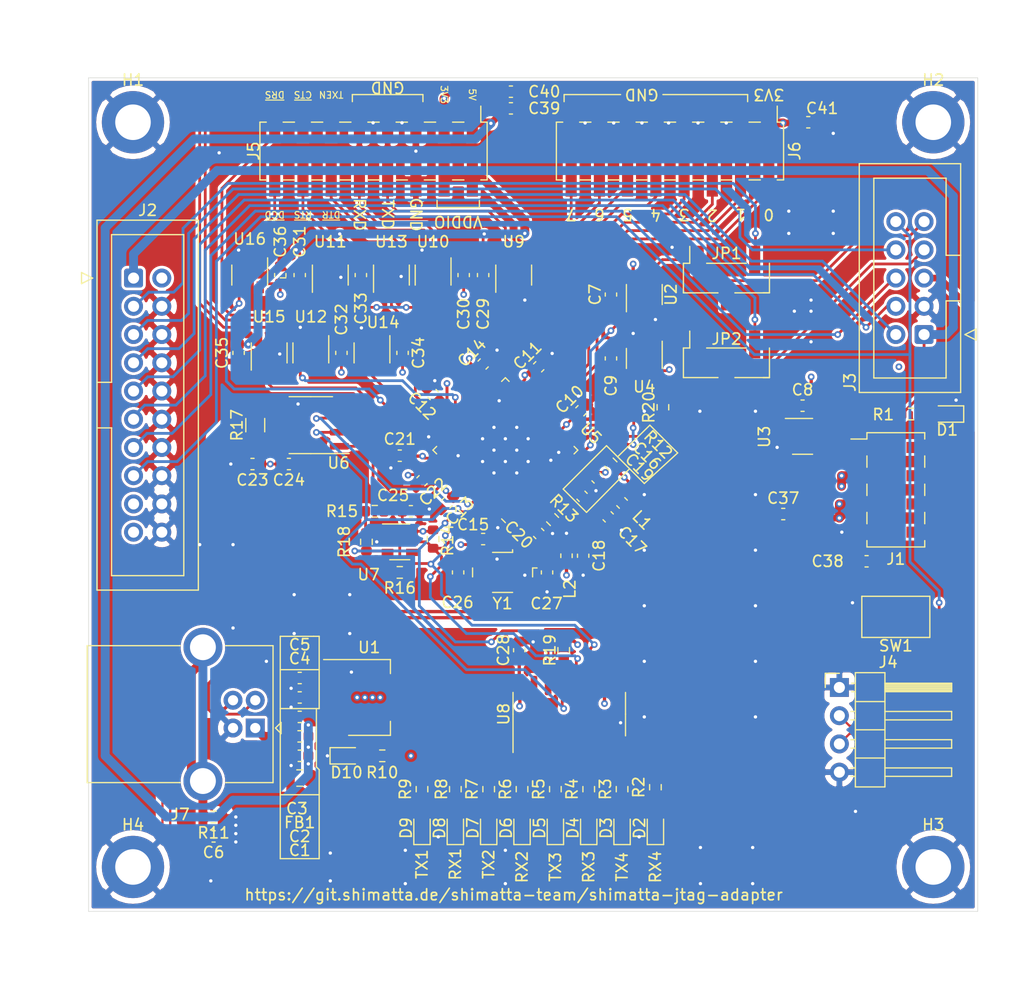
<source format=kicad_pcb>
(kicad_pcb (version 20171130) (host pcbnew 5.1.10)

  (general
    (thickness 1.6)
    (drawings 94)
    (tracks 1385)
    (zones 0)
    (modules 106)
    (nets 85)
  )

  (page A4)
  (title_block
    (title "Shimatta Jtag Adapter")
    (date 2021-05-14)
    (rev v1.0)
    (company Shimatta)
  )

  (layers
    (0 F.Cu signal)
    (1 In1.Cu power)
    (2 In2.Cu power)
    (31 B.Cu signal)
    (32 B.Adhes user)
    (33 F.Adhes user)
    (34 B.Paste user)
    (35 F.Paste user)
    (36 B.SilkS user)
    (37 F.SilkS user)
    (38 B.Mask user)
    (39 F.Mask user)
    (40 Dwgs.User user)
    (41 Cmts.User user)
    (42 Eco1.User user)
    (43 Eco2.User user)
    (44 Edge.Cuts user)
    (45 Margin user)
    (46 B.CrtYd user)
    (47 F.CrtYd user)
    (48 B.Fab user hide)
    (49 F.Fab user hide)
  )

  (setup
    (last_trace_width 0.25)
    (user_trace_width 0.3)
    (user_trace_width 0.6)
    (user_trace_width 0.8)
    (trace_clearance 0.2)
    (zone_clearance 0.254)
    (zone_45_only no)
    (trace_min 0.2)
    (via_size 0.6)
    (via_drill 0.3)
    (via_min_size 0.4)
    (via_min_drill 0.3)
    (user_via 0.9 0.5)
    (uvia_size 0.3)
    (uvia_drill 0.1)
    (uvias_allowed no)
    (uvia_min_size 0.2)
    (uvia_min_drill 0.1)
    (edge_width 0.05)
    (segment_width 0.2)
    (pcb_text_width 0.3)
    (pcb_text_size 1.5 1.5)
    (mod_edge_width 0.12)
    (mod_text_size 1 1)
    (mod_text_width 0.15)
    (pad_size 4.35 4.35)
    (pad_drill 0)
    (pad_to_mask_clearance 0)
    (aux_axis_origin 25 25)
    (grid_origin 25 25)
    (visible_elements FFFFFF7F)
    (pcbplotparams
      (layerselection 0x010fc_ffffffff)
      (usegerberextensions false)
      (usegerberattributes true)
      (usegerberadvancedattributes true)
      (creategerberjobfile true)
      (excludeedgelayer true)
      (linewidth 0.100000)
      (plotframeref false)
      (viasonmask false)
      (mode 1)
      (useauxorigin false)
      (hpglpennumber 1)
      (hpglpenspeed 20)
      (hpglpendiameter 15.000000)
      (psnegative false)
      (psa4output false)
      (plotreference true)
      (plotvalue true)
      (plotinvisibletext false)
      (padsonsilk false)
      (subtractmaskfromsilk false)
      (outputformat 1)
      (mirror false)
      (drillshape 1)
      (scaleselection 1)
      (outputdirectory ""))
  )

  (net 0 "")
  (net 1 GND)
  (net 2 +5V)
  (net 3 +3V3)
  (net 4 "Net-(C6-Pad2)")
  (net 5 /TARGET_VDDIO)
  (net 6 /FT4232H/VCORE)
  (net 7 "Net-(C17-Pad1)")
  (net 8 "Net-(C18-Pad1)")
  (net 9 "Net-(C26-Pad1)")
  (net 10 "Net-(C27-Pad1)")
  (net 11 /UART3_VDDIO)
  (net 12 "Net-(D1-Pad2)")
  (net 13 "Net-(D2-Pad2)")
  (net 14 "Net-(D3-Pad2)")
  (net 15 "Net-(D4-Pad2)")
  (net 16 "Net-(D5-Pad2)")
  (net 17 "Net-(D6-Pad2)")
  (net 18 "Net-(D7-Pad2)")
  (net 19 "Net-(D8-Pad2)")
  (net 20 "Net-(D9-Pad2)")
  (net 21 "Net-(D10-Pad2)")
  (net 22 "Net-(FB1-Pad2)")
  (net 23 /TEST_VCC_GND)
  (net 24 /~RTS~_VDDIO)
  (net 25 /~TARGET_RESET)
  (net 26 /TDO_SWO)
  (net 27 /RTCLK)
  (net 28 /TCK_SWCLK)
  (net 29 /TMS_SWDIO)
  (net 30 /TDI)
  (net 31 /~TRST)
  (net 32 "Net-(J3-Pad9)")
  (net 33 "Net-(J3-Pad7)")
  (net 34 /RS485-)
  (net 35 /RS485+)
  (net 36 "/UART3 Level Translation/~DCD3~_VDDIO")
  (net 37 "/UART3 Level Translation/~DSR3~_VDDIO")
  (net 38 "/UART3 Level Translation/~RTS3~_VDDIO")
  (net 39 "/UART3 Level Translation/~CTS~_VDDIO")
  (net 40 "/UART3 Level Translation/~DTR3~_VDDIO")
  (net 41 "/UART3 Level Translation/TXDEN3_VDDIO")
  (net 42 "/UART3 Level Translation/RXD3_VDDIO")
  (net 43 "/UART3 Level Translation/TXD3_VDDIO")
  (net 44 /FT4232H/MPSSE2_7)
  (net 45 /FT4232H/MPSSE2_6)
  (net 46 /FT4232H/MPSSE2_5)
  (net 47 /FT4232H/MPSSE2_4)
  (net 48 /FT4232H/MPSSE2_3)
  (net 49 /FT4232H/MPSSE2_2)
  (net 50 /FT4232H/MPSSE2_1)
  (net 51 /FT4232H/MPSSE2_0)
  (net 52 /D+)
  (net 53 /D-)
  (net 54 "/Level trans Programming Connector/OUT_VDDIO")
  (net 55 "/Level trans Programming Connector/IN_VDDIO")
  (net 56 /FT4232H/D_RX_ACT)
  (net 57 /FT4232H/D_TX_ACT)
  (net 58 /FT4232H/C_RX_ACT)
  (net 59 /FT4232H/C_TX_ACT)
  (net 60 /FT4232H/B_RX_ACT)
  (net 61 /FT4232H/B_TX_ACT)
  (net 62 /FT4232H/A_RX_ACT)
  (net 63 /FT4232H/A_TX_ACT)
  (net 64 "Net-(R12-Pad1)")
  (net 65 "Net-(R13-Pad1)")
  (net 66 /FT4232H/EECS)
  (net 67 "Net-(R15-Pad2)")
  (net 68 /FT4232H/EECLK)
  (net 69 /FT4232H/EEDATA)
  (net 70 /FT4232H/~PWREN)
  (net 71 "/Level trans Programming Connector/IN_3V3")
  (net 72 "/Level trans Programming Connector/RTS_3V3")
  (net 73 "/Level trans Programming Connector/OUT_3V3")
  (net 74 /FT4232H/TXEN4)
  (net 75 /FT4232H/RXD4)
  (net 76 /FT4232H/TXD4)
  (net 77 /FT4232H/TXDEN3)
  (net 78 /FT4232H/~DCD3)
  (net 79 /FT4232H/~DSR3)
  (net 80 /FT4232H/~DTR3)
  (net 81 /FT4232H/~CTS)
  (net 82 /FT4232H/~RTS3)
  (net 83 /FT4232H/RXD3)
  (net 84 /FT4232H/TXD3)

  (net_class Default "This is the default net class."
    (clearance 0.2)
    (trace_width 0.25)
    (via_dia 0.6)
    (via_drill 0.3)
    (uvia_dia 0.3)
    (uvia_drill 0.1)
    (diff_pair_width 0.25)
    (diff_pair_gap 0.25)
    (add_net +3V3)
    (add_net +5V)
    (add_net /FT4232H/A_RX_ACT)
    (add_net /FT4232H/A_TX_ACT)
    (add_net /FT4232H/B_RX_ACT)
    (add_net /FT4232H/B_TX_ACT)
    (add_net /FT4232H/C_RX_ACT)
    (add_net /FT4232H/C_TX_ACT)
    (add_net /FT4232H/D_RX_ACT)
    (add_net /FT4232H/D_TX_ACT)
    (add_net /FT4232H/EECLK)
    (add_net /FT4232H/EECS)
    (add_net /FT4232H/EEDATA)
    (add_net /FT4232H/MPSSE2_0)
    (add_net /FT4232H/MPSSE2_1)
    (add_net /FT4232H/MPSSE2_2)
    (add_net /FT4232H/MPSSE2_3)
    (add_net /FT4232H/MPSSE2_4)
    (add_net /FT4232H/MPSSE2_5)
    (add_net /FT4232H/MPSSE2_6)
    (add_net /FT4232H/MPSSE2_7)
    (add_net /FT4232H/RXD3)
    (add_net /FT4232H/RXD4)
    (add_net /FT4232H/TXD3)
    (add_net /FT4232H/TXD4)
    (add_net /FT4232H/TXDEN3)
    (add_net /FT4232H/TXEN4)
    (add_net /FT4232H/VCORE)
    (add_net /FT4232H/~CTS)
    (add_net /FT4232H/~DCD3)
    (add_net /FT4232H/~DSR3)
    (add_net /FT4232H/~DTR3)
    (add_net /FT4232H/~PWREN)
    (add_net /FT4232H/~RTS3)
    (add_net "/Level trans Programming Connector/IN_3V3")
    (add_net "/Level trans Programming Connector/IN_VDDIO")
    (add_net "/Level trans Programming Connector/OUT_3V3")
    (add_net "/Level trans Programming Connector/OUT_VDDIO")
    (add_net "/Level trans Programming Connector/RTS_3V3")
    (add_net /RTCLK)
    (add_net /TARGET_VDDIO)
    (add_net /TCK_SWCLK)
    (add_net /TDI)
    (add_net /TDO_SWO)
    (add_net /TEST_VCC_GND)
    (add_net /TMS_SWDIO)
    (add_net "/UART3 Level Translation/RXD3_VDDIO")
    (add_net "/UART3 Level Translation/TXD3_VDDIO")
    (add_net "/UART3 Level Translation/TXDEN3_VDDIO")
    (add_net "/UART3 Level Translation/~CTS~_VDDIO")
    (add_net "/UART3 Level Translation/~DCD3~_VDDIO")
    (add_net "/UART3 Level Translation/~DSR3~_VDDIO")
    (add_net "/UART3 Level Translation/~DTR3~_VDDIO")
    (add_net "/UART3 Level Translation/~RTS3~_VDDIO")
    (add_net /UART3_VDDIO)
    (add_net /~RTS~_VDDIO)
    (add_net /~TARGET_RESET)
    (add_net /~TRST)
    (add_net GND)
    (add_net "Net-(C17-Pad1)")
    (add_net "Net-(C18-Pad1)")
    (add_net "Net-(C26-Pad1)")
    (add_net "Net-(C27-Pad1)")
    (add_net "Net-(C6-Pad2)")
    (add_net "Net-(D1-Pad2)")
    (add_net "Net-(D10-Pad2)")
    (add_net "Net-(D2-Pad2)")
    (add_net "Net-(D3-Pad2)")
    (add_net "Net-(D4-Pad2)")
    (add_net "Net-(D5-Pad2)")
    (add_net "Net-(D6-Pad2)")
    (add_net "Net-(D7-Pad2)")
    (add_net "Net-(D8-Pad2)")
    (add_net "Net-(D9-Pad2)")
    (add_net "Net-(FB1-Pad2)")
    (add_net "Net-(J3-Pad7)")
    (add_net "Net-(J3-Pad9)")
    (add_net "Net-(R12-Pad1)")
    (add_net "Net-(R13-Pad1)")
    (add_net "Net-(R15-Pad2)")
  )

  (net_class RS485 ""
    (clearance 0.5)
    (trace_width 0.2)
    (via_dia 0.6)
    (via_drill 0.3)
    (uvia_dia 0.3)
    (uvia_drill 0.1)
    (diff_pair_width 0.2)
    (diff_pair_gap 0.5)
    (add_net /RS485+)
    (add_net /RS485-)
  )

  (net_class USB ""
    (clearance 0.2)
    (trace_width 0.25)
    (via_dia 0.6)
    (via_drill 0.3)
    (uvia_dia 0.3)
    (uvia_drill 0.1)
    (diff_pair_width 0.3)
    (diff_pair_gap 0.25)
    (add_net /D+)
    (add_net /D-)
  )

  (module Resistor_SMD:R_0603_1608Metric (layer F.Cu) (tedit 5F68FEEE) (tstamp 609EDEEA)
    (at 76.675 54.64 270)
    (descr "Resistor SMD 0603 (1608 Metric), square (rectangular) end terminal, IPC_7351 nominal, (Body size source: IPC-SM-782 page 72, https://www.pcb-3d.com/wordpress/wp-content/uploads/ipc-sm-782a_amendment_1_and_2.pdf), generated with kicad-footprint-generator")
    (tags resistor)
    (path /60B2EBBD)
    (attr smd)
    (fp_text reference R20 (at 0 1.27 90) (layer F.SilkS)
      (effects (font (size 1 1) (thickness 0.15)))
    )
    (fp_text value 10k (at 0 1.43 90) (layer F.Fab)
      (effects (font (size 1 1) (thickness 0.15)))
    )
    (fp_line (start -0.8 0.4125) (end -0.8 -0.4125) (layer F.Fab) (width 0.1))
    (fp_line (start -0.8 -0.4125) (end 0.8 -0.4125) (layer F.Fab) (width 0.1))
    (fp_line (start 0.8 -0.4125) (end 0.8 0.4125) (layer F.Fab) (width 0.1))
    (fp_line (start 0.8 0.4125) (end -0.8 0.4125) (layer F.Fab) (width 0.1))
    (fp_line (start -0.237258 -0.5225) (end 0.237258 -0.5225) (layer F.SilkS) (width 0.12))
    (fp_line (start -0.237258 0.5225) (end 0.237258 0.5225) (layer F.SilkS) (width 0.12))
    (fp_line (start -1.48 0.73) (end -1.48 -0.73) (layer F.CrtYd) (width 0.05))
    (fp_line (start -1.48 -0.73) (end 1.48 -0.73) (layer F.CrtYd) (width 0.05))
    (fp_line (start 1.48 -0.73) (end 1.48 0.73) (layer F.CrtYd) (width 0.05))
    (fp_line (start 1.48 0.73) (end -1.48 0.73) (layer F.CrtYd) (width 0.05))
    (fp_text user %R (at 0 0 90) (layer F.Fab)
      (effects (font (size 0.4 0.4) (thickness 0.06)))
    )
    (pad 2 smd roundrect (at 0.825 0 270) (size 0.8 0.95) (layers F.Cu F.Paste F.Mask) (roundrect_rratio 0.25)
      (net 1 GND))
    (pad 1 smd roundrect (at -0.825 0 270) (size 0.8 0.95) (layers F.Cu F.Paste F.Mask) (roundrect_rratio 0.25)
      (net 55 "/Level trans Programming Connector/IN_VDDIO"))
    (model ${KISYS3DMOD}/Resistor_SMD.3dshapes/R_0603_1608Metric.wrl
      (at (xyz 0 0 0))
      (scale (xyz 1 1 1))
      (rotate (xyz 0 0 0))
    )
  )

  (module Capacitor_SMD:C_0603_1608Metric (layer F.Cu) (tedit 5F68FEEE) (tstamp 609F0215)
    (at 89.75 29)
    (descr "Capacitor SMD 0603 (1608 Metric), square (rectangular) end terminal, IPC_7351 nominal, (Body size source: IPC-SM-782 page 76, https://www.pcb-3d.com/wordpress/wp-content/uploads/ipc-sm-782a_amendment_1_and_2.pdf), generated with kicad-footprint-generator")
    (tags capacitor)
    (path /60C8957C)
    (attr smd)
    (fp_text reference C41 (at 1.25 -1.25) (layer F.SilkS)
      (effects (font (size 1 1) (thickness 0.15)))
    )
    (fp_text value 100n (at 0 1.43) (layer F.Fab)
      (effects (font (size 1 1) (thickness 0.15)))
    )
    (fp_line (start -0.8 0.4) (end -0.8 -0.4) (layer F.Fab) (width 0.1))
    (fp_line (start -0.8 -0.4) (end 0.8 -0.4) (layer F.Fab) (width 0.1))
    (fp_line (start 0.8 -0.4) (end 0.8 0.4) (layer F.Fab) (width 0.1))
    (fp_line (start 0.8 0.4) (end -0.8 0.4) (layer F.Fab) (width 0.1))
    (fp_line (start -0.14058 -0.51) (end 0.14058 -0.51) (layer F.SilkS) (width 0.12))
    (fp_line (start -0.14058 0.51) (end 0.14058 0.51) (layer F.SilkS) (width 0.12))
    (fp_line (start -1.48 0.73) (end -1.48 -0.73) (layer F.CrtYd) (width 0.05))
    (fp_line (start -1.48 -0.73) (end 1.48 -0.73) (layer F.CrtYd) (width 0.05))
    (fp_line (start 1.48 -0.73) (end 1.48 0.73) (layer F.CrtYd) (width 0.05))
    (fp_line (start 1.48 0.73) (end -1.48 0.73) (layer F.CrtYd) (width 0.05))
    (fp_text user %R (at 0 0) (layer F.Fab)
      (effects (font (size 0.4 0.4) (thickness 0.06)))
    )
    (pad 2 smd roundrect (at 0.775 0) (size 0.9 0.95) (layers F.Cu F.Paste F.Mask) (roundrect_rratio 0.25)
      (net 1 GND))
    (pad 1 smd roundrect (at -0.775 0) (size 0.9 0.95) (layers F.Cu F.Paste F.Mask) (roundrect_rratio 0.25)
      (net 3 +3V3))
    (model ${KISYS3DMOD}/Capacitor_SMD.3dshapes/C_0603_1608Metric.wrl
      (at (xyz 0 0 0))
      (scale (xyz 1 1 1))
      (rotate (xyz 0 0 0))
    )
  )

  (module Capacitor_SMD:C_0603_1608Metric (layer F.Cu) (tedit 5F68FEEE) (tstamp 609F05AB)
    (at 63 26.25)
    (descr "Capacitor SMD 0603 (1608 Metric), square (rectangular) end terminal, IPC_7351 nominal, (Body size source: IPC-SM-782 page 76, https://www.pcb-3d.com/wordpress/wp-content/uploads/ipc-sm-782a_amendment_1_and_2.pdf), generated with kicad-footprint-generator")
    (tags capacitor)
    (path /60B67C6A)
    (attr smd)
    (fp_text reference C40 (at 3 0) (layer F.SilkS)
      (effects (font (size 1 1) (thickness 0.15)))
    )
    (fp_text value 100n (at 0 1.43) (layer F.Fab)
      (effects (font (size 1 1) (thickness 0.15)))
    )
    (fp_line (start -0.8 0.4) (end -0.8 -0.4) (layer F.Fab) (width 0.1))
    (fp_line (start -0.8 -0.4) (end 0.8 -0.4) (layer F.Fab) (width 0.1))
    (fp_line (start 0.8 -0.4) (end 0.8 0.4) (layer F.Fab) (width 0.1))
    (fp_line (start 0.8 0.4) (end -0.8 0.4) (layer F.Fab) (width 0.1))
    (fp_line (start -0.14058 -0.51) (end 0.14058 -0.51) (layer F.SilkS) (width 0.12))
    (fp_line (start -0.14058 0.51) (end 0.14058 0.51) (layer F.SilkS) (width 0.12))
    (fp_line (start -1.48 0.73) (end -1.48 -0.73) (layer F.CrtYd) (width 0.05))
    (fp_line (start -1.48 -0.73) (end 1.48 -0.73) (layer F.CrtYd) (width 0.05))
    (fp_line (start 1.48 -0.73) (end 1.48 0.73) (layer F.CrtYd) (width 0.05))
    (fp_line (start 1.48 0.73) (end -1.48 0.73) (layer F.CrtYd) (width 0.05))
    (fp_text user %R (at 0 0) (layer F.Fab)
      (effects (font (size 0.4 0.4) (thickness 0.06)))
    )
    (pad 2 smd roundrect (at 0.775 0) (size 0.9 0.95) (layers F.Cu F.Paste F.Mask) (roundrect_rratio 0.25)
      (net 1 GND))
    (pad 1 smd roundrect (at -0.775 0) (size 0.9 0.95) (layers F.Cu F.Paste F.Mask) (roundrect_rratio 0.25)
      (net 3 +3V3))
    (model ${KISYS3DMOD}/Capacitor_SMD.3dshapes/C_0603_1608Metric.wrl
      (at (xyz 0 0 0))
      (scale (xyz 1 1 1))
      (rotate (xyz 0 0 0))
    )
  )

  (module Capacitor_SMD:C_0603_1608Metric (layer F.Cu) (tedit 5F68FEEE) (tstamp 609F05DB)
    (at 63 27.75)
    (descr "Capacitor SMD 0603 (1608 Metric), square (rectangular) end terminal, IPC_7351 nominal, (Body size source: IPC-SM-782 page 76, https://www.pcb-3d.com/wordpress/wp-content/uploads/ipc-sm-782a_amendment_1_and_2.pdf), generated with kicad-footprint-generator")
    (tags capacitor)
    (path /60B6DEB8)
    (attr smd)
    (fp_text reference C39 (at 3 0) (layer F.SilkS)
      (effects (font (size 1 1) (thickness 0.15)))
    )
    (fp_text value 100n (at 0 1.43) (layer F.Fab)
      (effects (font (size 1 1) (thickness 0.15)))
    )
    (fp_line (start -0.8 0.4) (end -0.8 -0.4) (layer F.Fab) (width 0.1))
    (fp_line (start -0.8 -0.4) (end 0.8 -0.4) (layer F.Fab) (width 0.1))
    (fp_line (start 0.8 -0.4) (end 0.8 0.4) (layer F.Fab) (width 0.1))
    (fp_line (start 0.8 0.4) (end -0.8 0.4) (layer F.Fab) (width 0.1))
    (fp_line (start -0.14058 -0.51) (end 0.14058 -0.51) (layer F.SilkS) (width 0.12))
    (fp_line (start -0.14058 0.51) (end 0.14058 0.51) (layer F.SilkS) (width 0.12))
    (fp_line (start -1.48 0.73) (end -1.48 -0.73) (layer F.CrtYd) (width 0.05))
    (fp_line (start -1.48 -0.73) (end 1.48 -0.73) (layer F.CrtYd) (width 0.05))
    (fp_line (start 1.48 -0.73) (end 1.48 0.73) (layer F.CrtYd) (width 0.05))
    (fp_line (start 1.48 0.73) (end -1.48 0.73) (layer F.CrtYd) (width 0.05))
    (fp_text user %R (at 0 0) (layer F.Fab)
      (effects (font (size 0.4 0.4) (thickness 0.06)))
    )
    (pad 2 smd roundrect (at 0.775 0) (size 0.9 0.95) (layers F.Cu F.Paste F.Mask) (roundrect_rratio 0.25)
      (net 1 GND))
    (pad 1 smd roundrect (at -0.775 0) (size 0.9 0.95) (layers F.Cu F.Paste F.Mask) (roundrect_rratio 0.25)
      (net 2 +5V))
    (model ${KISYS3DMOD}/Capacitor_SMD.3dshapes/C_0603_1608Metric.wrl
      (at (xyz 0 0 0))
      (scale (xyz 1 1 1))
      (rotate (xyz 0 0 0))
    )
  )

  (module Capacitor_SMD:C_0603_1608Metric (layer F.Cu) (tedit 5F68FEEE) (tstamp 609F060B)
    (at 95 68.5)
    (descr "Capacitor SMD 0603 (1608 Metric), square (rectangular) end terminal, IPC_7351 nominal, (Body size source: IPC-SM-782 page 76, https://www.pcb-3d.com/wordpress/wp-content/uploads/ipc-sm-782a_amendment_1_and_2.pdf), generated with kicad-footprint-generator")
    (tags capacitor)
    (path /60C01F58)
    (attr smd)
    (fp_text reference C38 (at -3.5 0) (layer F.SilkS)
      (effects (font (size 1 1) (thickness 0.15)))
    )
    (fp_text value 100n (at 0 1.43) (layer F.Fab)
      (effects (font (size 1 1) (thickness 0.15)))
    )
    (fp_line (start -0.8 0.4) (end -0.8 -0.4) (layer F.Fab) (width 0.1))
    (fp_line (start -0.8 -0.4) (end 0.8 -0.4) (layer F.Fab) (width 0.1))
    (fp_line (start 0.8 -0.4) (end 0.8 0.4) (layer F.Fab) (width 0.1))
    (fp_line (start 0.8 0.4) (end -0.8 0.4) (layer F.Fab) (width 0.1))
    (fp_line (start -0.14058 -0.51) (end 0.14058 -0.51) (layer F.SilkS) (width 0.12))
    (fp_line (start -0.14058 0.51) (end 0.14058 0.51) (layer F.SilkS) (width 0.12))
    (fp_line (start -1.48 0.73) (end -1.48 -0.73) (layer F.CrtYd) (width 0.05))
    (fp_line (start -1.48 -0.73) (end 1.48 -0.73) (layer F.CrtYd) (width 0.05))
    (fp_line (start 1.48 -0.73) (end 1.48 0.73) (layer F.CrtYd) (width 0.05))
    (fp_line (start 1.48 0.73) (end -1.48 0.73) (layer F.CrtYd) (width 0.05))
    (fp_text user %R (at 0 0) (layer F.Fab)
      (effects (font (size 0.4 0.4) (thickness 0.06)))
    )
    (pad 2 smd roundrect (at 0.775 0) (size 0.9 0.95) (layers F.Cu F.Paste F.Mask) (roundrect_rratio 0.25)
      (net 3 +3V3))
    (pad 1 smd roundrect (at -0.775 0) (size 0.9 0.95) (layers F.Cu F.Paste F.Mask) (roundrect_rratio 0.25)
      (net 1 GND))
    (model ${KISYS3DMOD}/Capacitor_SMD.3dshapes/C_0603_1608Metric.wrl
      (at (xyz 0 0 0))
      (scale (xyz 1 1 1))
      (rotate (xyz 0 0 0))
    )
  )

  (module Capacitor_SMD:C_0603_1608Metric (layer F.Cu) (tedit 5F68FEEE) (tstamp 609F0641)
    (at 87.5 64.25)
    (descr "Capacitor SMD 0603 (1608 Metric), square (rectangular) end terminal, IPC_7351 nominal, (Body size source: IPC-SM-782 page 76, https://www.pcb-3d.com/wordpress/wp-content/uploads/ipc-sm-782a_amendment_1_and_2.pdf), generated with kicad-footprint-generator")
    (tags capacitor)
    (path /60C07CB5)
    (attr smd)
    (fp_text reference C37 (at 0 -1.43) (layer F.SilkS)
      (effects (font (size 1 1) (thickness 0.15)))
    )
    (fp_text value 100n (at 0 1.43) (layer F.Fab)
      (effects (font (size 1 1) (thickness 0.15)))
    )
    (fp_line (start -0.8 0.4) (end -0.8 -0.4) (layer F.Fab) (width 0.1))
    (fp_line (start -0.8 -0.4) (end 0.8 -0.4) (layer F.Fab) (width 0.1))
    (fp_line (start 0.8 -0.4) (end 0.8 0.4) (layer F.Fab) (width 0.1))
    (fp_line (start 0.8 0.4) (end -0.8 0.4) (layer F.Fab) (width 0.1))
    (fp_line (start -0.14058 -0.51) (end 0.14058 -0.51) (layer F.SilkS) (width 0.12))
    (fp_line (start -0.14058 0.51) (end 0.14058 0.51) (layer F.SilkS) (width 0.12))
    (fp_line (start -1.48 0.73) (end -1.48 -0.73) (layer F.CrtYd) (width 0.05))
    (fp_line (start -1.48 -0.73) (end 1.48 -0.73) (layer F.CrtYd) (width 0.05))
    (fp_line (start 1.48 -0.73) (end 1.48 0.73) (layer F.CrtYd) (width 0.05))
    (fp_line (start 1.48 0.73) (end -1.48 0.73) (layer F.CrtYd) (width 0.05))
    (fp_text user %R (at 0 0) (layer F.Fab)
      (effects (font (size 0.4 0.4) (thickness 0.06)))
    )
    (pad 2 smd roundrect (at 0.775 0) (size 0.9 0.95) (layers F.Cu F.Paste F.Mask) (roundrect_rratio 0.25)
      (net 2 +5V))
    (pad 1 smd roundrect (at -0.775 0) (size 0.9 0.95) (layers F.Cu F.Paste F.Mask) (roundrect_rratio 0.25)
      (net 1 GND))
    (model ${KISYS3DMOD}/Capacitor_SMD.3dshapes/C_0603_1608Metric.wrl
      (at (xyz 0 0 0))
      (scale (xyz 1 1 1))
      (rotate (xyz 0 0 0))
    )
  )

  (module shimatta_artwork:shimatta_kanji_20mm_solder_mask (layer F.Cu) (tedit 0) (tstamp 609F0677)
    (at 84 70.5 90)
    (fp_text reference G*** (at 0 0 90) (layer F.SilkS) hide
      (effects (font (size 1.524 1.524) (thickness 0.3)))
    )
    (fp_text value LOGO (at 0.75 0 90) (layer F.SilkS) hide
      (effects (font (size 1.524 1.524) (thickness 0.3)))
    )
    (fp_poly (pts (xy -3.948741 2.077681) (xy -3.842571 2.106575) (xy -3.745245 2.159437) (xy -3.73239 2.168381)
      (xy -3.676586 2.208118) (xy -3.634238 2.139597) (xy -3.599519 2.096334) (xy -3.564972 2.072617)
      (xy -3.556581 2.071077) (xy -3.536411 2.077165) (xy -3.521291 2.098637) (xy -3.51037 2.140308)
      (xy -3.502799 2.206991) (xy -3.49773 2.303499) (xy -3.494546 2.422769) (xy -3.492947 2.519225)
      (xy -3.493504 2.583451) (xy -3.497349 2.622281) (xy -3.505619 2.642547) (xy -3.519446 2.651084)
      (xy -3.532881 2.653716) (xy -3.573956 2.64517) (xy -3.587958 2.624409) (xy -3.646019 2.4834)
      (xy -3.713402 2.367277) (xy -3.781292 2.287532) (xy -3.873546 2.221697) (xy -3.97294 2.182951)
      (xy -4.073355 2.169839) (xy -4.168668 2.180907) (xy -4.252758 2.214702) (xy -4.319504 2.269769)
      (xy -4.362784 2.344655) (xy -4.376615 2.428933) (xy -4.365582 2.497361) (xy -4.33035 2.556287)
      (xy -4.267717 2.607919) (xy -4.174483 2.654462) (xy -4.047446 2.698125) (xy -3.945975 2.725816)
      (xy -3.85389 2.75024) (xy -3.76859 2.774776) (xy -3.701899 2.795929) (xy -3.674447 2.806076)
      (xy -3.567882 2.870419) (xy -3.488399 2.961286) (xy -3.438303 3.074985) (xy -3.419896 3.207823)
      (xy -3.41985 3.214077) (xy -3.436648 3.351761) (xy -3.486035 3.470533) (xy -3.565609 3.56705)
      (xy -3.67297 3.637969) (xy -3.743839 3.665108) (xy -3.837888 3.683707) (xy -3.947419 3.690817)
      (xy -4.056238 3.686459) (xy -4.148147 3.670652) (xy -4.167501 3.664588) (xy -4.232348 3.636065)
      (xy -4.30185 3.59786) (xy -4.318672 3.587181) (xy -4.39565 3.53624) (xy -4.439863 3.604494)
      (xy -4.48072 3.653504) (xy -4.524176 3.672151) (xy -4.537807 3.672989) (xy -4.591538 3.673231)
      (xy -4.591538 3.048) (xy -4.544595 3.048) (xy -4.518453 3.052519) (xy -4.498508 3.071374)
      (xy -4.479553 3.112508) (xy -4.457089 3.181544) (xy -4.400463 3.312708) (xy -4.318273 3.42679)
      (xy -4.217406 3.515052) (xy -4.173966 3.540862) (xy -4.086335 3.57143) (xy -3.983094 3.585212)
      (xy -3.878704 3.58206) (xy -3.787626 3.561828) (xy -3.751451 3.545174) (xy -3.670291 3.478418)
      (xy -3.61732 3.394384) (xy -3.595281 3.301169) (xy -3.606916 3.206866) (xy -3.623386 3.167162)
      (xy -3.647083 3.129684) (xy -3.679122 3.098577) (xy -3.725539 3.070884) (xy -3.792369 3.043648)
      (xy -3.885646 3.013911) (xy -4.003738 2.980792) (xy -4.141027 2.941904) (xy -4.24642 2.907553)
      (xy -4.326391 2.874894) (xy -4.387417 2.841084) (xy -4.435975 2.803278) (xy -4.458411 2.781135)
      (xy -4.517275 2.699588) (xy -4.546855 2.605673) (xy -4.552461 2.526341) (xy -4.536364 2.386709)
      (xy -4.489333 2.270099) (xy -4.413262 2.178332) (xy -4.310042 2.11323) (xy -4.181568 2.076613)
      (xy -4.077097 2.068906) (xy -3.948741 2.077681)) (layer F.Mask) (width 0.01))
    (fp_poly (pts (xy 1.281889 2.625235) (xy 1.35408 2.639007) (xy 1.418751 2.666585) (xy 1.481804 2.707759)
      (xy 1.490849 2.715425) (xy 1.553308 2.771207) (xy 1.563564 3.129411) (xy 1.567715 3.245141)
      (xy 1.572994 3.348271) (xy 1.57893 3.432072) (xy 1.585051 3.489815) (xy 1.59052 3.514271)
      (xy 1.621864 3.532029) (xy 1.682841 3.530784) (xy 1.732532 3.52706) (xy 1.754343 3.53598)
      (xy 1.758462 3.554831) (xy 1.740226 3.602654) (xy 1.689967 3.640684) (xy 1.614362 3.664558)
      (xy 1.584271 3.668656) (xy 1.521456 3.671511) (xy 1.480693 3.661986) (xy 1.445805 3.635793)
      (xy 1.440421 3.630505) (xy 1.405182 3.590236) (xy 1.384448 3.557311) (xy 1.383959 3.555952)
      (xy 1.369919 3.545603) (xy 1.338585 3.559455) (xy 1.298034 3.588839) (xy 1.237128 3.630119)
      (xy 1.174901 3.662931) (xy 1.154739 3.670815) (xy 1.067219 3.688301) (xy 0.969072 3.690589)
      (xy 0.877577 3.678236) (xy 0.82469 3.660184) (xy 0.744988 3.605701) (xy 0.69927 3.534893)
      (xy 0.683885 3.441954) (xy 0.683846 3.43619) (xy 0.686252 3.401029) (xy 0.911215 3.401029)
      (xy 0.915671 3.46142) (xy 0.938699 3.50419) (xy 0.96608 3.530724) (xy 1.014251 3.563687)
      (xy 1.064001 3.572515) (xy 1.100877 3.569299) (xy 1.16548 3.552873) (xy 1.221927 3.526276)
      (xy 1.228025 3.522031) (xy 1.291206 3.464621) (xy 1.331243 3.399056) (xy 1.354073 3.313462)
      (xy 1.361257 3.255587) (xy 1.367045 3.18541) (xy 1.366887 3.146315) (xy 1.359234 3.130556)
      (xy 1.342538 3.130386) (xy 1.336539 3.131936) (xy 1.296977 3.141887) (xy 1.235589 3.156274)
      (xy 1.191846 3.166146) (xy 1.073844 3.199818) (xy 0.990757 3.242205) (xy 0.938825 3.296458)
      (xy 0.914285 3.365723) (xy 0.911215 3.401029) (xy 0.686252 3.401029) (xy 0.688232 3.372117)
      (xy 0.706532 3.323776) (xy 0.746465 3.27193) (xy 0.752394 3.265315) (xy 0.812501 3.210537)
      (xy 0.889162 3.163405) (xy 0.987601 3.121827) (xy 1.113046 3.083712) (xy 1.270722 3.046968)
      (xy 1.326119 3.035696) (xy 1.352917 3.027456) (xy 1.364665 3.00962) (xy 1.364603 2.971489)
      (xy 1.35919 2.926418) (xy 1.348005 2.861639) (xy 1.334451 2.809178) (xy 1.327644 2.792185)
      (xy 1.289845 2.757473) (xy 1.22536 2.73215) (xy 1.146124 2.719638) (xy 1.080054 2.721162)
      (xy 1.001244 2.738478) (xy 0.956495 2.767989) (xy 0.947455 2.80826) (xy 0.955478 2.829513)
      (xy 0.975273 2.895593) (xy 0.966716 2.954334) (xy 0.936558 2.99953) (xy 0.891551 3.024976)
      (xy 0.838446 3.024465) (xy 0.783995 2.991793) (xy 0.781539 2.989384) (xy 0.746802 2.930557)
      (xy 0.744258 2.86267) (xy 0.770445 2.792651) (xy 0.821898 2.727426) (xy 0.895153 2.673923)
      (xy 0.951683 2.649098) (xy 1.050558 2.627276) (xy 1.167021 2.619162) (xy 1.281889 2.625235)) (layer F.Mask) (width 0.01))
    (fp_poly (pts (xy 2.134779 2.216303) (xy 2.147307 2.228949) (xy 2.155214 2.256355) (xy 2.159977 2.305421)
      (xy 2.163072 2.383045) (xy 2.164525 2.437423) (xy 2.170049 2.657231) (xy 2.327076 2.657231)
      (xy 2.404733 2.6578) (xy 2.450924 2.660989) (xy 2.47326 2.669015) (xy 2.47935 2.684097)
      (xy 2.477859 2.701192) (xy 2.471647 2.723494) (xy 2.455225 2.737184) (xy 2.420203 2.744904)
      (xy 2.358189 2.749299) (xy 2.320193 2.75086) (xy 2.16877 2.756567) (xy 2.16877 3.112859)
      (xy 2.169342 3.245244) (xy 2.171343 3.344145) (xy 2.175197 3.415141) (xy 2.181328 3.46381)
      (xy 2.19016 3.495732) (xy 2.199185 3.512575) (xy 2.243766 3.548597) (xy 2.297876 3.553845)
      (xy 2.352703 3.532052) (xy 2.399437 3.486951) (xy 2.429266 3.422273) (xy 2.43109 3.414346)
      (xy 2.443721 3.353742) (xy 2.452449 3.311769) (xy 2.471087 3.273712) (xy 2.512304 3.262927)
      (xy 2.513582 3.262923) (xy 2.543027 3.264893) (xy 2.556494 3.277318) (xy 2.557615 3.309964)
      (xy 2.551165 3.363995) (xy 2.520761 3.487567) (xy 2.465044 3.582903) (xy 2.382053 3.653097)
      (xy 2.36024 3.665318) (xy 2.291732 3.686001) (xy 2.208022 3.691374) (xy 2.128819 3.681235)
      (xy 2.092499 3.668058) (xy 2.047491 3.634999) (xy 2.004847 3.589185) (xy 2.004576 3.588822)
      (xy 1.990478 3.567274) (xy 1.979874 3.541935) (xy 1.97215 3.506993) (xy 1.96669 3.456633)
      (xy 1.962881 3.385044) (xy 1.960108 3.286412) (xy 1.957757 3.154925) (xy 1.957592 3.144322)
      (xy 1.951569 2.754923) (xy 1.864785 2.754923) (xy 1.810898 2.752753) (xy 1.785539 2.74247)
      (xy 1.778236 2.718408) (xy 1.778 2.707988) (xy 1.78917 2.669501) (xy 1.828657 2.643689)
      (xy 1.84066 2.63921) (xy 1.916877 2.59926) (xy 1.975812 2.536169) (xy 2.020275 2.445345)
      (xy 2.053082 2.322197) (xy 2.060796 2.279902) (xy 2.072651 2.231189) (xy 2.090988 2.211978)
      (xy 2.116152 2.211517) (xy 2.134779 2.216303)) (layer F.Mask) (width 0.01))
    (fp_poly (pts (xy 2.977889 2.220577) (xy 2.989051 2.233889) (xy 2.996212 2.264192) (xy 3.000678 2.318126)
      (xy 3.003756 2.402331) (xy 3.004679 2.437423) (xy 3.010203 2.657231) (xy 3.165871 2.657231)
      (xy 3.2432 2.657756) (xy 3.289442 2.661005) (xy 3.312586 2.669483) (xy 3.320621 2.685697)
      (xy 3.321539 2.706077) (xy 3.319873 2.730302) (xy 3.309561 2.744808) (xy 3.282629 2.752086)
      (xy 3.231105 2.754626) (xy 3.165231 2.754923) (xy 3.008923 2.754923) (xy 3.008923 3.116384)
      (xy 3.009198 3.244484) (xy 3.0104 3.339342) (xy 3.0131 3.40679) (xy 3.017865 3.452661)
      (xy 3.025266 3.482788) (xy 3.035872 3.503005) (xy 3.048 3.516923) (xy 3.10635 3.552186)
      (xy 3.168114 3.552519) (xy 3.223333 3.519711) (xy 3.251566 3.480363) (xy 3.27189 3.427198)
      (xy 3.288956 3.360597) (xy 3.291638 3.345961) (xy 3.303463 3.293252) (xy 3.320872 3.269071)
      (xy 3.351893 3.262946) (xy 3.355285 3.262923) (xy 3.38444 3.265205) (xy 3.397578 3.278679)
      (xy 3.398595 3.313283) (xy 3.393567 3.360604) (xy 3.365773 3.486881) (xy 3.315386 3.581707)
      (xy 3.241303 3.646267) (xy 3.142419 3.681748) (xy 3.088355 3.688628) (xy 3.01614 3.689982)
      (xy 2.964142 3.679081) (xy 2.914397 3.651992) (xy 2.911231 3.64986) (xy 2.874127 3.62076)
      (xy 2.845838 3.586644) (xy 2.825182 3.542043) (xy 2.810978 3.481493) (xy 2.802044 3.399525)
      (xy 2.797199 3.290672) (xy 2.79526 3.149469) (xy 2.795103 3.112623) (xy 2.794 2.75717)
      (xy 2.710962 2.751162) (xy 2.655959 2.743228) (xy 2.629795 2.72651) (xy 2.623153 2.706077)
      (xy 2.631409 2.674445) (xy 2.668702 2.64438) (xy 2.700291 2.627923) (xy 2.771841 2.584089)
      (xy 2.824234 2.526111) (xy 2.863446 2.445303) (xy 2.891324 2.350359) (xy 2.91104 2.278076)
      (xy 2.928744 2.236994) (xy 2.948357 2.219688) (xy 2.96142 2.217615) (xy 2.977889 2.220577)) (layer F.Mask) (width 0.01))
    (fp_poly (pts (xy 4.134035 2.624029) (xy 4.182149 2.635312) (xy 4.230186 2.656367) (xy 4.238703 2.660758)
      (xy 4.295999 2.692909) (xy 4.338535 2.725226) (xy 4.368629 2.76404) (xy 4.388598 2.815684)
      (xy 4.400759 2.886491) (xy 4.407429 2.982792) (xy 4.410925 3.11092) (xy 4.411305 3.13242)
      (xy 4.413773 3.268998) (xy 4.416709 3.371269) (xy 4.421345 3.443996) (xy 4.428912 3.491941)
      (xy 4.440642 3.519868) (xy 4.457766 3.532538) (xy 4.481517 3.534714) (xy 4.513124 3.531159)
      (xy 4.514366 3.530992) (xy 4.574801 3.528252) (xy 4.602733 3.542499) (xy 4.601888 3.576081)
      (xy 4.599004 3.584267) (xy 4.565512 3.623526) (xy 4.505057 3.654325) (xy 4.429621 3.671409)
      (xy 4.396191 3.673231) (xy 4.330445 3.665009) (xy 4.281674 3.635069) (xy 4.268221 3.621531)
      (xy 4.236391 3.582692) (xy 4.220665 3.554692) (xy 4.220308 3.552152) (xy 4.206786 3.551941)
      (xy 4.172559 3.571718) (xy 4.151963 3.586602) (xy 4.037525 3.652649) (xy 3.913524 3.687153)
      (xy 3.788526 3.689048) (xy 3.6711 3.657264) (xy 3.653241 3.648807) (xy 3.575561 3.590347)
      (xy 3.530853 3.512415) (xy 3.52127 3.419334) (xy 3.525138 3.391337) (xy 3.525834 3.389277)
      (xy 3.751385 3.389277) (xy 3.765893 3.476624) (xy 3.806381 3.537453) (xy 3.868297 3.569636)
      (xy 3.947088 3.571042) (xy 4.038201 3.539541) (xy 4.054231 3.530961) (xy 4.131154 3.469167)
      (xy 4.179087 3.385009) (xy 4.199659 3.275234) (xy 4.200739 3.238127) (xy 4.20077 3.125409)
      (xy 4.147039 3.137413) (xy 4.005283 3.173125) (xy 3.898886 3.210039) (xy 3.824142 3.250513)
      (xy 3.777351 3.296903) (xy 3.75481 3.351567) (xy 3.751385 3.389277) (xy 3.525834 3.389277)
      (xy 3.550482 3.316353) (xy 3.598369 3.251214) (xy 3.671884 3.194174) (xy 3.77411 3.143485)
      (xy 3.908131 3.0974) (xy 4.077031 3.054171) (xy 4.147039 3.038956) (xy 4.182239 3.02674)
      (xy 4.197497 3.001436) (xy 4.20077 2.951207) (xy 4.190307 2.855209) (xy 4.157338 2.787629)
      (xy 4.104887 2.746089) (xy 4.026609 2.722112) (xy 3.934077 2.717321) (xy 3.847506 2.732499)
      (xy 3.83837 2.735741) (xy 3.801509 2.756724) (xy 3.794777 2.787791) (xy 3.798021 2.804125)
      (xy 3.812669 2.863271) (xy 3.821682 2.899549) (xy 3.816621 2.950785) (xy 3.783408 2.996248)
      (xy 3.732546 3.024438) (xy 3.703957 3.028461) (xy 3.655872 3.011601) (xy 3.611064 2.969855)
      (xy 3.581322 2.916476) (xy 3.575612 2.884172) (xy 3.592791 2.818384) (xy 3.638481 2.750973)
      (xy 3.704233 2.693009) (xy 3.735965 2.674057) (xy 3.80207 2.647582) (xy 3.883198 2.631325)
      (xy 3.985846 2.623066) (xy 4.072911 2.620589) (xy 4.134035 2.624029)) (layer F.Mask) (width 0.01))
    (fp_poly (pts (xy -2.91123 2.430945) (xy -2.901461 2.796672) (xy -2.842846 2.734314) (xy -2.752705 2.662809)
      (xy -2.653214 2.624266) (xy -2.551077 2.617008) (xy -2.453001 2.63936) (xy -2.365692 2.689645)
      (xy -2.295854 2.76619) (xy -2.250195 2.867316) (xy -2.246092 2.883435) (xy -2.239748 2.930158)
      (xy -2.234338 3.006749) (xy -2.230311 3.104) (xy -2.228116 3.212704) (xy -2.22785 3.257666)
      (xy -2.227868 3.372491) (xy -2.22676 3.454252) (xy -2.222159 3.508944) (xy -2.211699 3.542561)
      (xy -2.193012 3.561095) (xy -2.163733 3.570542) (xy -2.121493 3.576895) (xy -2.100609 3.579886)
      (xy -2.06566 3.599604) (xy -2.055215 3.619724) (xy -2.055683 3.632977) (xy -2.066819 3.642272)
      (xy -2.094286 3.648299) (xy -2.143746 3.651751) (xy -2.220862 3.653318) (xy -2.331296 3.653692)
      (xy -2.333413 3.653692) (xy -2.444194 3.653422) (xy -2.521787 3.652075) (xy -2.57208 3.648841)
      (xy -2.60096 3.642913) (xy -2.614317 3.633483) (xy -2.618036 3.619742) (xy -2.618154 3.614615)
      (xy -2.609948 3.587056) (xy -2.578457 3.576447) (xy -2.553677 3.575538) (xy -2.5133 3.573452)
      (xy -2.48406 3.563589) (xy -2.464167 3.540546) (xy -2.451834 3.498918) (xy -2.445274 3.433301)
      (xy -2.4427 3.338291) (xy -2.442307 3.238849) (xy -2.444045 3.100024) (xy -2.45012 2.994317)
      (xy -2.461822 2.915887) (xy -2.480444 2.858894) (xy -2.507278 2.817497) (xy -2.542283 2.786784)
      (xy -2.613761 2.758645) (xy -2.692497 2.763385) (xy -2.769991 2.798125) (xy -2.837745 2.859986)
      (xy -2.862384 2.895227) (xy -2.87811 2.926302) (xy -2.889459 2.963869) (xy -2.897366 3.015172)
      (xy -2.902763 3.087453) (xy -2.906584 3.187955) (xy -2.90819 3.250861) (xy -2.910513 3.370015)
      (xy -2.90986 3.455655) (xy -2.904363 3.513325) (xy -2.892152 3.548574) (xy -2.871359 3.566947)
      (xy -2.840114 3.57399) (xy -2.798884 3.575239) (xy -2.753791 3.580646) (xy -2.736686 3.600511)
      (xy -2.735384 3.614615) (xy -2.737349 3.629818) (xy -2.74717 3.640467) (xy -2.770734 3.647369)
      (xy -2.81393 3.651332) (xy -2.882644 3.653165) (xy -2.982766 3.653676) (xy -3.020125 3.653692)
      (xy -3.131152 3.653332) (xy -3.208767 3.65179) (xy -3.258634 3.648375) (xy -3.286416 3.642395)
      (xy -3.297774 3.633159) (xy -3.298371 3.619977) (xy -3.298323 3.619724) (xy -3.275912 3.589103)
      (xy -3.252929 3.579886) (xy -3.200774 3.570769) (xy -3.169862 3.564573) (xy -3.125648 3.555128)
      (xy -3.130786 2.876603) (xy -3.135923 2.198077) (xy -3.22873 2.192122) (xy -3.2852 2.186309)
      (xy -3.312659 2.174677) (xy -3.321171 2.151626) (xy -3.321538 2.140481) (xy -3.318178 2.112275)
      (xy -3.303776 2.09318) (xy -3.271855 2.081173) (xy -3.215934 2.074236) (xy -3.129534 2.070346)
      (xy -3.093615 2.069396) (xy -2.921 2.065219) (xy -2.91123 2.430945)) (layer F.Mask) (width 0.01))
    (fp_poly (pts (xy -1.582615 3.083342) (xy -1.58228 3.233448) (xy -1.580547 3.349095) (xy -1.576328 3.434903)
      (xy -1.568531 3.495488) (xy -1.556067 3.535469) (xy -1.537846 3.559462) (xy -1.512778 3.572087)
      (xy -1.479772 3.577961) (xy -1.465544 3.579329) (xy -1.411112 3.592934) (xy -1.390842 3.6195)
      (xy -1.391255 3.63262) (xy -1.401988 3.641894) (xy -1.428615 3.647979) (xy -1.476706 3.651534)
      (xy -1.551833 3.653217) (xy -1.659566 3.653686) (xy -1.680307 3.653692) (xy -1.793804 3.653357)
      (xy -1.873798 3.651914) (xy -1.92586 3.648705) (xy -1.955563 3.64307) (xy -1.968476 3.634354)
      (xy -1.970172 3.621896) (xy -1.969772 3.6195) (xy -1.94684 3.591502) (xy -1.89507 3.579329)
      (xy -1.854041 3.573348) (xy -1.823876 3.56009) (xy -1.802917 3.534231) (xy -1.789507 3.490442)
      (xy -1.781989 3.423396) (xy -1.778706 3.327767) (xy -1.778 3.203015) (xy -1.778767 3.0925)
      (xy -1.780883 2.991401) (xy -1.784064 2.908196) (xy -1.788029 2.851364) (xy -1.790211 2.835519)
      (xy -1.800191 2.798932) (xy -1.818621 2.780954) (xy -1.85709 2.775001) (xy -1.897673 2.774461)
      (xy -1.954825 2.772684) (xy -1.983001 2.764085) (xy -1.992252 2.743769) (xy -1.992923 2.728057)
      (xy -1.985342 2.69869) (xy -1.959152 2.6783) (xy -1.909184 2.665512) (xy -1.830268 2.658951)
      (xy -1.726711 2.657231) (xy -1.582615 2.657231) (xy -1.582615 3.083342)) (layer F.Mask) (width 0.01))
    (fp_poly (pts (xy 0.160595 2.6382) (xy 0.251543 2.690716) (xy 0.305155 2.746376) (xy 0.361462 2.82013)
      (xy 0.367629 3.172955) (xy 0.370974 3.300648) (xy 0.375998 3.407347) (xy 0.382346 3.488043)
      (xy 0.389663 3.537727) (xy 0.394445 3.550659) (xy 0.426962 3.567806) (xy 0.477705 3.575506)
      (xy 0.481085 3.575538) (xy 0.527206 3.580264) (xy 0.545304 3.598525) (xy 0.547077 3.614615)
      (xy 0.545112 3.629818) (xy 0.535291 3.640467) (xy 0.511727 3.647369) (xy 0.468532 3.651332)
      (xy 0.399817 3.653165) (xy 0.299695 3.653676) (xy 0.262337 3.653692) (xy 0.15131 3.653332)
      (xy 0.073694 3.65179) (xy 0.023827 3.648375) (xy -0.003954 3.642395) (xy -0.015312 3.633159)
      (xy -0.01591 3.619977) (xy -0.015862 3.619724) (xy 0.006549 3.589103) (xy 0.029532 3.579886)
      (xy 0.081349 3.570807) (xy 0.113572 3.564328) (xy 0.158759 3.55464) (xy 0.152649 3.205149)
      (xy 0.150261 3.080141) (xy 0.147568 2.98807) (xy 0.14375 2.922802) (xy 0.137985 2.8782)
      (xy 0.129454 2.848129) (xy 0.117336 2.826454) (xy 0.10081 2.807038) (xy 0.099171 2.80529)
      (xy 0.036578 2.76357) (xy -0.03513 2.754361) (xy -0.107809 2.775113) (xy -0.173313 2.82328)
      (xy -0.2235 2.896312) (xy -0.228621 2.907851) (xy -0.242194 2.959545) (xy -0.253632 3.038622)
      (xy -0.26248 3.135114) (xy -0.268284 3.239052) (xy -0.270591 3.340469) (xy -0.268945 3.429395)
      (xy -0.262895 3.495863) (xy -0.256582 3.521807) (xy -0.234312 3.559407) (xy -0.198201 3.573968)
      (xy -0.16656 3.575538) (xy -0.119225 3.579843) (xy -0.100025 3.59668) (xy -0.097692 3.614615)
      (xy -0.099721 3.630078) (xy -0.109812 3.640817) (xy -0.13397 3.64769) (xy -0.178201 3.651554)
      (xy -0.248509 3.653267) (xy -0.350899 3.653687) (xy -0.37123 3.653692) (xy -0.479474 3.653402)
      (xy -0.554647 3.651961) (xy -0.602754 3.648509) (xy -0.629802 3.642191) (xy -0.641794 3.632147)
      (xy -0.644737 3.61752) (xy -0.644769 3.614615) (xy -0.637027 3.587576) (xy -0.60689 3.57675)
      (xy -0.577072 3.575538) (xy -0.518134 3.565276) (xy -0.489149 3.537746) (xy -0.480668 3.501652)
      (xy -0.474584 3.435556) (xy -0.470888 3.348461) (xy -0.46957 3.249366) (xy -0.470621 3.147275)
      (xy -0.474029 3.051188) (xy -0.479786 2.970106) (xy -0.487881 2.913031) (xy -0.489839 2.905077)
      (xy -0.526769 2.821499) (xy -0.581001 2.770807) (xy -0.645739 2.754923) (xy -0.735999 2.772852)
      (xy -0.809609 2.825537) (xy -0.857691 2.897328) (xy -0.874128 2.935653) (xy -0.885556 2.976451)
      (xy -0.892851 3.027644) (xy -0.896891 3.097155) (xy -0.898551 3.192908) (xy -0.898769 3.268719)
      (xy -0.898957 3.381092) (xy -0.897858 3.460528) (xy -0.89298 3.513147) (xy -0.881827 3.545071)
      (xy -0.861906 3.56242) (xy -0.830724 3.571314) (xy -0.785786 3.577876) (xy -0.771993 3.579886)
      (xy -0.737045 3.599604) (xy -0.726599 3.619724) (xy -0.727068 3.632977) (xy -0.738204 3.642272)
      (xy -0.765671 3.648299) (xy -0.815131 3.651751) (xy -0.892246 3.653318) (xy -1.002681 3.653692)
      (xy -1.004798 3.653692) (xy -1.115579 3.653422) (xy -1.193172 3.652075) (xy -1.243464 3.648841)
      (xy -1.272345 3.642913) (xy -1.285701 3.633483) (xy -1.289421 3.619742) (xy -1.289538 3.614615)
      (xy -1.281558 3.587305) (xy -1.250719 3.576588) (xy -1.223546 3.575538) (xy -1.171735 3.568031)
      (xy -1.136293 3.549836) (xy -1.135183 3.548583) (xy -1.126419 3.520919) (xy -1.120558 3.461291)
      (xy -1.117515 3.367712) (xy -1.117204 3.238197) (xy -1.118137 3.152929) (xy -1.123461 2.784231)
      (xy -1.2065 2.778222) (xy -1.259273 2.771553) (xy -1.283456 2.75743) (xy -1.289521 2.729362)
      (xy -1.289538 2.72677) (xy -1.283524 2.697315) (xy -1.26157 2.677357) (xy -1.217814 2.665198)
      (xy -1.146392 2.659141) (xy -1.050192 2.657497) (xy -0.898769 2.657231) (xy -0.898769 2.796998)
      (xy -0.84595 2.734227) (xy -0.763361 2.663556) (xy -0.667196 2.625176) (xy -0.56548 2.618811)
      (xy -0.466237 2.644187) (xy -0.377492 2.701029) (xy -0.331335 2.751852) (xy -0.288541 2.809733)
      (xy -0.232075 2.745421) (xy -0.144368 2.670997) (xy -0.044757 2.628328) (xy 0.059363 2.6174)
      (xy 0.160595 2.6382)) (layer F.Mask) (width 0.01))
    (fp_poly (pts (xy -1.604197 2.140316) (xy -1.583691 2.16207) (xy -1.554825 2.222457) (xy -1.564969 2.280657)
      (xy -1.606016 2.329961) (xy -1.663091 2.36061) (xy -1.720121 2.352623) (xy -1.769119 2.316196)
      (xy -1.807529 2.267479) (xy -1.812513 2.223649) (xy -1.784674 2.172211) (xy -1.776582 2.161635)
      (xy -1.722409 2.118489) (xy -1.66201 2.111389) (xy -1.604197 2.140316)) (layer F.Mask) (width 0.01))
    (fp_poly (pts (xy -3.838788 -3.688729) (xy -3.763989 -3.677918) (xy -3.672419 -3.662305) (xy -3.574363 -3.643857)
      (xy -3.48011 -3.624543) (xy -3.399947 -3.60633) (xy -3.344161 -3.591186) (xy -3.331315 -3.58657)
      (xy -3.283233 -3.56018) (xy -3.253133 -3.532073) (xy -3.250693 -3.527326) (xy -3.253676 -3.486941)
      (xy -3.283652 -3.446101) (xy -3.321955 -3.42193) (xy -3.347355 -3.402506) (xy -3.390898 -3.360148)
      (xy -3.445625 -3.301872) (xy -3.484542 -3.258039) (xy -3.616047 -3.106616) (xy -1.188916 -3.106616)
      (xy -0.994443 -3.287346) (xy -0.921758 -3.354128) (xy -0.85857 -3.410747) (xy -0.810709 -3.452087)
      (xy -0.784001 -3.473031) (xy -0.781309 -3.474482) (xy -0.757945 -3.465597) (xy -0.712937 -3.435671)
      (xy -0.653194 -3.390341) (xy -0.585627 -3.335241) (xy -0.517146 -3.276008) (xy -0.454661 -3.218278)
      (xy -0.405081 -3.167687) (xy -0.404892 -3.167477) (xy -0.364427 -3.117627) (xy -0.338018 -3.075387)
      (xy -0.332154 -3.05723) (xy -0.345696 -3.029063) (xy -0.38818 -3.008895) (xy -0.462393 -2.996103)
      (xy -0.571123 -2.990066) (xy -0.636272 -2.989385) (xy -0.840154 -2.989385) (xy -0.840154 -2.637693)
      (xy -0.839955 -2.512617) (xy -0.838973 -2.421319) (xy -0.836633 -2.358498) (xy -0.832357 -2.318856)
      (xy -0.82557 -2.297091) (xy -0.815693 -2.287906) (xy -0.802152 -2.286001) (xy -0.801892 -2.286)
      (xy -0.773311 -2.298192) (xy -0.722344 -2.331537) (xy -0.655775 -2.381192) (xy -0.580392 -2.442311)
      (xy -0.566873 -2.453762) (xy -0.370116 -2.621524) (xy -0.20152 -2.487954) (xy -0.101103 -2.405863)
      (xy -0.030828 -2.341836) (xy 0.011944 -2.292668) (xy 0.029851 -2.255153) (xy 0.025534 -2.226085)
      (xy 0.020288 -2.218518) (xy 0.006592 -2.208305) (xy -0.018542 -2.20062) (xy -0.060041 -2.195127)
      (xy -0.122832 -2.19149) (xy -0.211843 -2.189373) (xy -0.332 -2.18844) (xy -0.422469 -2.188308)
      (xy -0.840154 -2.188308) (xy -0.840154 -1.593302) (xy -0.685062 -1.747483) (xy -0.529971 -1.901665)
      (xy -0.416892 -1.825179) (xy -0.334867 -1.765382) (xy -0.256268 -1.70045) (xy -0.186709 -1.635942)
      (xy -0.131801 -1.577421) (xy -0.097158 -1.530448) (xy -0.088391 -1.500584) (xy -0.088624 -1.499911)
      (xy -0.098691 -1.482757) (xy -0.117225 -1.469664) (xy -0.149019 -1.460093) (xy -0.198863 -1.453502)
      (xy -0.271551 -1.449351) (xy -0.371876 -1.4471) (xy -0.504628 -1.446209) (xy -0.565638 -1.446113)
      (xy -0.700559 -1.445507) (xy -0.800136 -1.443739) (xy -0.868095 -1.440561) (xy -0.908159 -1.435727)
      (xy -0.924051 -1.428988) (xy -0.922215 -1.4224) (xy -0.89994 -1.378095) (xy -0.914959 -1.330448)
      (xy -0.957384 -1.289539) (xy -1.016 -1.247801) (xy -1.016 -0.840154) (xy -0.954763 -0.840154)
      (xy -0.922588 -0.845115) (xy -0.885404 -0.862752) (xy -0.837186 -0.897197) (xy -0.771906 -0.952581)
      (xy -0.712938 -1.005923) (xy -0.532349 -1.171691) (xy -0.437136 -1.100731) (xy -0.362212 -1.041551)
      (xy -0.288135 -0.97735) (xy -0.223006 -0.915706) (xy -0.174925 -0.864198) (xy -0.154843 -0.836626)
      (xy -0.150378 -0.797665) (xy -0.167511 -0.773126) (xy -0.183248 -0.762647) (xy -0.210018 -0.754793)
      (xy -0.252898 -0.749212) (xy -0.316961 -0.745549) (xy -0.407281 -0.743451) (xy -0.528932 -0.742563)
      (xy -0.607088 -0.742462) (xy -1.016 -0.742462) (xy -1.016 0) (xy -0.777399 0)
      (xy -0.593867 -0.168471) (xy -0.410335 -0.336941) (xy -0.301582 -0.271047) (xy -0.201402 -0.206185)
      (xy -0.109722 -0.139119) (xy -0.033314 -0.075413) (xy 0.021051 -0.020627) (xy 0.044043 0.012866)
      (xy 0.055086 0.042142) (xy 0.056136 0.065393) (xy 0.043528 0.083305) (xy 0.013598 0.096568)
      (xy -0.037319 0.10587) (xy -0.11289 0.111899) (xy -0.216779 0.115343) (xy -0.352651 0.11689)
      (xy -0.511734 0.117231) (xy -1.016 0.117231) (xy -1.016 0.933208) (xy -1.087506 0.987749)
      (xy -1.185199 1.046446) (xy -1.289837 1.082616) (xy -1.390375 1.093543) (xy -1.465384 1.080594)
      (xy -1.489548 1.069612) (xy -1.508164 1.052924) (xy -1.52195 1.025778) (xy -1.531624 0.983425)
      (xy -1.537903 0.921114) (xy -1.541504 0.834094) (xy -1.543143 0.717615) (xy -1.543538 0.566926)
      (xy -1.543538 0.117231) (xy -2.789505 0.117231) (xy -2.82106 0.069072) (xy -2.843686 0.031355)
      (xy -2.852615 0.010456) (xy -2.834363 0.00634) (xy -2.784749 0.002986) (xy -2.711487 0.000754)
      (xy -2.627923 0) (xy -2.40323 0) (xy -2.40323 -0.742462) (xy -1.914769 -0.742462)
      (xy -1.914769 0) (xy -1.543538 0) (xy -1.543538 -0.742462) (xy -1.914769 -0.742462)
      (xy -2.40323 -0.742462) (xy -2.40323 -1.051715) (xy -2.139645 -0.945934) (xy -2.033634 -0.903981)
      (xy -1.954204 -0.874855) (xy -1.891918 -0.856232) (xy -1.837336 -0.845789) (xy -1.781019 -0.841205)
      (xy -1.713529 -0.840155) (xy -1.709799 -0.840154) (xy -1.543538 -0.840154) (xy -1.543538 -1.445846)
      (xy -3.269734 -1.445846) (xy -3.22478 -1.397994) (xy -3.193696 -1.350921) (xy -3.198734 -1.311521)
      (xy -3.241062 -1.276826) (xy -3.279299 -1.259217) (xy -3.347723 -1.215489) (xy -3.4213 -1.139132)
      (xy -3.495173 -1.035289) (xy -3.50324 -1.022193) (xy -3.50304 -1.010874) (xy -3.482699 -1.003292)
      (xy -3.43701 -0.998804) (xy -3.360771 -0.996771) (xy -3.294315 -0.996462) (xy -3.069766 -0.996462)
      (xy -2.950823 -1.106582) (xy -2.895677 -1.15606) (xy -2.852243 -1.192072) (xy -2.827588 -1.208869)
      (xy -2.824715 -1.209159) (xy -2.775384 -1.154537) (xy -2.715674 -1.084446) (xy -2.65204 -1.006947)
      (xy -2.590935 -0.9301) (xy -2.538814 -0.861967) (xy -2.50213 -0.810608) (xy -2.490487 -0.791713)
      (xy -2.452077 -0.719495) (xy -2.542253 -0.638171) (xy -2.598689 -0.57774) (xy -2.65799 -0.499338)
      (xy -2.704546 -0.424704) (xy -2.842318 -0.207282) (xy -3.014183 0.00561) (xy -3.215158 0.209415)
      (xy -3.44026 0.399573) (xy -3.684505 0.571526) (xy -3.942909 0.720716) (xy -3.974162 0.736637)
      (xy -4.088406 0.791489) (xy -4.208145 0.844587) (xy -4.327462 0.893763) (xy -4.440437 0.936849)
      (xy -4.541154 0.971675) (xy -4.623693 0.996074) (xy -4.682137 1.007877) (xy -4.709202 1.005963)
      (xy -4.726996 0.984631) (xy -4.71758 0.956615) (xy -4.678522 0.919173) (xy -4.607392 0.86956)
      (xy -4.56464 0.842757) (xy -4.403132 0.737602) (xy -4.233187 0.616258) (xy -4.067544 0.488347)
      (xy -3.91894 0.36349) (xy -3.863308 0.313004) (xy -3.787703 0.240715) (xy -3.739805 0.190202)
      (xy -3.71731 0.15821) (xy -3.717915 0.141484) (xy -3.738587 0.136769) (xy -3.78107 0.117287)
      (xy -3.820654 0.058853) (xy -3.857328 -0.038514) (xy -3.871525 -0.089701) (xy -3.906815 -0.207959)
      (xy -3.947742 -0.313481) (xy -3.990003 -0.395869) (xy -4.010335 -0.425196) (xy -4.029312 -0.433861)
      (xy -4.061027 -0.420594) (xy -4.112434 -0.382371) (xy -4.11651 -0.379044) (xy -4.166128 -0.339461)
      (xy -4.23756 -0.283857) (xy -4.321297 -0.219579) (xy -4.407831 -0.15397) (xy -4.408814 -0.15323)
      (xy -4.496386 -0.088548) (xy -4.558755 -0.045947) (xy -4.600856 -0.02263) (xy -4.627622 -0.015805)
      (xy -4.642198 -0.021044) (xy -4.665668 -0.047567) (xy -4.669692 -0.058518) (xy -4.658211 -0.07954)
      (xy -4.627685 -0.122519) (xy -4.583988 -0.179311) (xy -4.569226 -0.197779) (xy -4.448299 -0.358015)
      (xy -4.322846 -0.542513) (xy -4.294865 -0.58749) (xy -3.890508 -0.58749) (xy -3.8356 -0.575698)
      (xy -3.688792 -0.528463) (xy -3.57184 -0.456138) (xy -3.484484 -0.358533) (xy -3.448301 -0.292551)
      (xy -3.426045 -0.245503) (xy -3.410989 -0.217928) (xy -3.408245 -0.214923) (xy -3.396203 -0.230153)
      (xy -3.368988 -0.270413) (xy -3.33208 -0.327556) (xy -3.325327 -0.338219) (xy -3.293209 -0.392001)
      (xy -3.252585 -0.464244) (xy -3.207346 -0.547503) (xy -3.16138 -0.634332) (xy -3.118577 -0.717286)
      (xy -3.082827 -0.788919) (xy -3.058019 -0.841786) (xy -3.048042 -0.86844) (xy -3.048 -0.869107)
      (xy -3.066402 -0.872598) (xy -3.117068 -0.875439) (xy -3.193188 -0.877413) (xy -3.287952 -0.878303)
      (xy -3.336192 -0.878288) (xy -3.624384 -0.877345) (xy -3.757446 -0.732417) (xy -3.890508 -0.58749)
      (xy -4.294865 -0.58749) (xy -4.200895 -0.738532) (xy -4.090472 -0.933328) (xy -4.023013 -1.064846)
      (xy -3.97584 -1.163558) (xy -3.934287 -1.253751) (xy -3.901728 -1.327848) (xy -3.881541 -1.378276)
      (xy -3.877172 -1.392116) (xy -3.864379 -1.445846) (xy -4.158466 -1.445846) (xy -4.271732 -1.446123)
      (xy -4.352365 -1.447527) (xy -4.406807 -1.45092) (xy -4.4415 -1.457166) (xy -4.462888 -1.467125)
      (xy -4.477412 -1.481661) (xy -4.482969 -1.489271) (xy -4.505622 -1.526694) (xy -4.513384 -1.547886)
      (xy -4.494954 -1.553092) (xy -4.444093 -1.557529) (xy -4.367445 -1.560864) (xy -4.271653 -1.562764)
      (xy -4.210538 -1.563077) (xy -3.907692 -1.563077) (xy -3.907692 -2.187546) (xy -3.968842 -2.188308)
      (xy -3.399692 -2.188308) (xy -3.399692 -1.563077) (xy -3.048 -1.563077) (xy -3.048 -2.188308)
      (xy -2.559538 -2.188308) (xy -2.559538 -1.563077) (xy -2.207846 -1.563077) (xy -2.207846 -2.188308)
      (xy -1.699846 -2.188308) (xy -1.699846 -1.563077) (xy -1.348154 -1.563077) (xy -1.348154 -2.188308)
      (xy -1.699846 -2.188308) (xy -2.207846 -2.188308) (xy -2.559538 -2.188308) (xy -3.048 -2.188308)
      (xy -3.399692 -2.188308) (xy -3.968842 -2.188308) (xy -4.330287 -2.192812) (xy -4.469152 -2.194669)
      (xy -4.574135 -2.196694) (xy -4.650431 -2.199452) (xy -4.703234 -2.203508) (xy -4.737736 -2.209429)
      (xy -4.759132 -2.217781) (xy -4.772614 -2.229129) (xy -4.782055 -2.242039) (xy -4.811228 -2.286)
      (xy -3.907692 -2.286) (xy -3.907692 -2.836336) (xy -3.961423 -2.79507) (xy -4.064957 -2.719143)
      (xy -4.180423 -2.640194) (xy -4.292172 -2.568698) (xy -4.358004 -2.529707) (xy -4.419838 -2.496305)
      (xy -4.458074 -2.481376) (xy -4.482205 -2.482607) (xy -4.499373 -2.495286) (xy -4.510649 -2.512321)
      (xy -4.509243 -2.534879) (xy -4.492101 -2.569936) (xy -4.456172 -2.624472) (xy -4.421402 -2.673524)
      (xy -4.28025 -2.887249) (xy -4.222753 -2.989385) (xy -3.399692 -2.989385) (xy -3.399692 -2.286)
      (xy -3.048 -2.286) (xy -3.048 -2.989385) (xy -2.559538 -2.989385) (xy -2.559538 -2.286)
      (xy -2.207846 -2.286) (xy -2.207846 -2.989385) (xy -1.699846 -2.989385) (xy -1.699846 -2.286)
      (xy -1.348154 -2.286) (xy -1.348154 -2.989385) (xy -1.699846 -2.989385) (xy -2.207846 -2.989385)
      (xy -2.559538 -2.989385) (xy -3.048 -2.989385) (xy -3.399692 -2.989385) (xy -4.222753 -2.989385)
      (xy -4.152701 -3.113822) (xy -4.044642 -3.341792) (xy -3.961957 -3.559708) (xy -3.955336 -3.580423)
      (xy -3.929027 -3.650578) (xy -3.904108 -3.686149) (xy -3.886527 -3.692769) (xy -3.838788 -3.688729)) (layer F.Mask) (width 0.01))
    (fp_poly (pts (xy -8.900627 -3.686148) (xy -8.842414 -3.668288) (xy -8.764568 -3.642197) (xy -8.675465 -3.610881)
      (xy -8.583481 -3.577349) (xy -8.496994 -3.544605) (xy -8.42438 -3.515659) (xy -8.374017 -3.493516)
      (xy -8.369508 -3.491277) (xy -8.277195 -3.438216) (xy -8.22267 -3.390903) (xy -8.205385 -3.347504)
      (xy -8.224792 -3.306186) (xy -8.280344 -3.265118) (xy -8.298961 -3.255113) (xy -8.337113 -3.234353)
      (xy -8.366557 -3.21267) (xy -8.391987 -3.183218) (xy -8.418101 -3.139156) (xy -8.449593 -3.073639)
      (xy -8.491159 -2.979825) (xy -8.496937 -2.966591) (xy -8.548331 -2.852563) (xy -8.610388 -2.720528)
      (xy -8.675268 -2.586898) (xy -8.734797 -2.468728) (xy -8.867489 -2.21184) (xy -8.771283 -2.152035)
      (xy -8.705668 -2.103264) (xy -8.677637 -2.059887) (xy -8.68668 -2.018576) (xy -8.732288 -1.976008)
      (xy -8.743219 -1.96868) (xy -8.811362 -1.924539) (xy -8.811738 -0.517769) (xy -8.812113 0.889)
      (xy -8.875479 0.932013) (xy -8.977934 0.988548) (xy -9.088107 1.027523) (xy -9.195323 1.046531)
      (xy -9.288907 1.043165) (xy -9.32473 1.033329) (xy -9.378461 1.012743) (xy -9.378461 -1.510364)
      (xy -9.568961 -1.326369) (xy -9.685083 -1.216199) (xy -9.784302 -1.126131) (xy -9.86423 -1.058185)
      (xy -9.92248 -1.014379) (xy -9.956663 -0.99673) (xy -9.95935 -0.996462) (xy -9.988083 -1.009886)
      (xy -10.000622 -1.022071) (xy -10.00528 -1.043101) (xy -9.992716 -1.079674) (xy -9.960495 -1.137038)
      (xy -9.914008 -1.208794) (xy -9.717402 -1.5262) (xy -9.533424 -1.87007) (xy -9.367953 -2.228378)
      (xy -9.226866 -2.589099) (xy -9.196588 -2.676769) (xy -9.157165 -2.800379) (xy -9.115688 -2.941245)
      (xy -9.07447 -3.09045) (xy -9.035823 -3.239075) (xy -9.002058 -3.3782) (xy -8.975488 -3.498907)
      (xy -8.958423 -3.592278) (xy -8.957301 -3.599962) (xy -8.947157 -3.653955) (xy -8.93604 -3.687421)
      (xy -8.930828 -3.692769) (xy -8.900627 -3.686148)) (layer F.Mask) (width 0.01))
    (fp_poly (pts (xy 7.338145 -3.474443) (xy 7.446892 -3.440014) (xy 7.562991 -3.388053) (xy 7.677402 -3.323667)
      (xy 7.781082 -3.251965) (xy 7.864989 -3.178057) (xy 7.920082 -3.10705) (xy 7.921507 -3.104439)
      (xy 7.959244 -3.03404) (xy 7.81893 -2.730595) (xy 7.772867 -2.630313) (xy 7.733158 -2.542594)
      (xy 7.702487 -2.473468) (xy 7.683536 -2.428966) (xy 7.678616 -2.415191) (xy 7.695962 -2.405068)
      (xy 7.743645 -2.406271) (xy 7.815129 -2.417185) (xy 7.903879 -2.436192) (xy 8.00336 -2.461677)
      (xy 8.107037 -2.492023) (xy 8.208376 -2.525615) (xy 8.30084 -2.560835) (xy 8.344716 -2.579933)
      (xy 8.438434 -2.621079) (xy 8.508671 -2.645305) (xy 8.566225 -2.654449) (xy 8.621897 -2.650345)
      (xy 8.679355 -2.636833) (xy 8.767704 -2.597385) (xy 8.837863 -2.537316) (xy 8.884673 -2.464285)
      (xy 8.902974 -2.385949) (xy 8.892236 -2.320845) (xy 8.849581 -2.26) (xy 8.770149 -2.200807)
      (xy 8.656228 -2.144019) (xy 8.510109 -2.090391) (xy 8.334081 -2.040674) (xy 8.130434 -1.995624)
      (xy 7.901456 -1.955991) (xy 7.699682 -1.928463) (xy 7.496055 -1.903717) (xy 7.064105 -0.624589)
      (xy 6.991253 -0.40925) (xy 6.921584 -0.204081) (xy 6.856174 -0.012201) (xy 6.796095 0.163273)
      (xy 6.742424 0.319225) (xy 6.696235 0.452538) (xy 6.658603 0.560093) (xy 6.630602 0.638775)
      (xy 6.613307 0.685467) (xy 6.608432 0.696984) (xy 6.548196 0.768353) (xy 6.468858 0.809727)
      (xy 6.379028 0.81866) (xy 6.287319 0.792703) (xy 6.281659 0.789834) (xy 6.183737 0.719536)
      (xy 6.117645 0.627018) (xy 6.082975 0.511562) (xy 6.077082 0.429846) (xy 6.088269 0.329409)
      (xy 6.12395 0.222844) (xy 6.186639 0.104136) (xy 6.259078 -0.005238) (xy 6.317058 -0.092554)
      (xy 6.37418 -0.190956) (xy 6.432946 -0.305617) (xy 6.495859 -0.44171) (xy 6.565422 -0.604407)
      (xy 6.644137 -0.798883) (xy 6.649058 -0.811302) (xy 6.698576 -0.937705) (xy 6.750645 -1.072924)
      (xy 6.803388 -1.211851) (xy 6.854927 -1.349379) (xy 6.903383 -1.480396) (xy 6.94688 -1.599796)
      (xy 6.983539 -1.702469) (xy 7.011482 -1.783306) (xy 7.028831 -1.837198) (xy 7.033846 -1.858104)
      (xy 7.015345 -1.865235) (xy 6.963909 -1.870215) (xy 6.885638 -1.872683) (xy 6.792451 -1.87238)
      (xy 6.689343 -1.871214) (xy 6.615634 -1.872673) (xy 6.561671 -1.878103) (xy 6.517798 -1.888851)
      (xy 6.474359 -1.906264) (xy 6.44321 -1.921096) (xy 6.324196 -1.997966) (xy 6.220716 -2.100695)
      (xy 6.142416 -2.218832) (xy 6.1184 -2.273068) (xy 6.087796 -2.371327) (xy 6.076374 -2.446686)
      (xy 6.082596 -2.496419) (xy 6.104926 -2.5178) (xy 6.141826 -2.508101) (xy 6.19176 -2.464595)
      (xy 6.212598 -2.440172) (xy 6.281896 -2.36957) (xy 6.361104 -2.322749) (xy 6.458762 -2.296368)
      (xy 6.583409 -2.287084) (xy 6.604 -2.286959) (xy 6.716122 -2.289109) (xy 6.828914 -2.294912)
      (xy 6.935173 -2.303596) (xy 7.027694 -2.314386) (xy 7.099275 -2.326512) (xy 7.142712 -2.339199)
      (xy 7.151763 -2.345725) (xy 7.1613 -2.373411) (xy 7.176626 -2.431585) (xy 7.196021 -2.512388)
      (xy 7.217765 -2.607958) (xy 7.240139 -2.710436) (xy 7.261423 -2.81196) (xy 7.279899 -2.904671)
      (xy 7.293846 -2.980708) (xy 7.301117 -3.028483) (xy 7.305167 -3.07497) (xy 7.300115 -3.108973)
      (xy 7.280462 -3.141407) (xy 7.240706 -3.183187) (xy 7.206953 -3.215357) (xy 7.150084 -3.267171)
      (xy 7.09965 -3.309796) (xy 7.066126 -3.334399) (xy 7.06502 -3.335032) (xy 7.038815 -3.363839)
      (xy 7.044428 -3.397789) (xy 7.075931 -3.431923) (xy 7.127394 -3.461282) (xy 7.192887 -3.480906)
      (xy 7.245794 -3.486229) (xy 7.338145 -3.474443)) (layer F.Mask) (width 0.01))
    (fp_poly (pts (xy 7.808064 -0.395873) (xy 7.820909 -0.35155) (xy 7.81349 -0.27581) (xy 7.803742 -0.231615)
      (xy 7.785801 -0.109096) (xy 7.79887 -0.006839) (xy 7.843916 0.079884) (xy 7.874635 0.11486)
      (xy 7.967303 0.181671) (xy 8.093926 0.23155) (xy 8.253218 0.264447) (xy 8.443892 0.280312)
      (xy 8.664663 0.279096) (xy 8.914245 0.260749) (xy 9.19135 0.225221) (xy 9.47304 0.176639)
      (xy 9.611859 0.155568) (xy 9.723564 0.15229) (xy 9.816229 0.167606) (xy 9.89793 0.202316)
      (xy 9.929424 0.22186) (xy 9.997696 0.283212) (xy 10.032198 0.356505) (xy 10.037036 0.450516)
      (xy 10.036934 0.451773) (xy 10.019551 0.537125) (xy 9.981122 0.60896) (xy 9.919239 0.66821)
      (xy 9.831497 0.71581) (xy 9.715488 0.752696) (xy 9.568805 0.779801) (xy 9.389042 0.79806)
      (xy 9.173792 0.808407) (xy 9.114693 0.809856) (xy 8.994114 0.811858) (xy 8.883467 0.812804)
      (xy 8.790078 0.812701) (xy 8.721276 0.811557) (xy 8.684846 0.809444) (xy 8.638883 0.803365)
      (xy 8.56704 0.794119) (xy 8.482217 0.783361) (xy 8.450385 0.779361) (xy 8.230894 0.738915)
      (xy 8.04091 0.676709) (xy 7.881353 0.593495) (xy 7.753145 0.490023) (xy 7.657211 0.367045)
      (xy 7.59447 0.225311) (xy 7.565847 0.065574) (xy 7.565408 0.058531) (xy 7.562448 -0.025892)
      (xy 7.566924 -0.087191) (xy 7.581292 -0.141001) (xy 7.605759 -0.198179) (xy 7.643881 -0.268184)
      (xy 7.687847 -0.332317) (xy 7.730734 -0.381887) (xy 7.765619 -0.408201) (xy 7.774706 -0.410308)
      (xy 7.808064 -0.395873)) (layer F.Mask) (width 0.01))
    (fp_poly (pts (xy -7.16573 -3.644015) (xy -7.030481 -3.628399) (xy -6.898306 -3.608454) (xy -6.778602 -3.585917)
      (xy -6.680766 -3.562522) (xy -6.623226 -3.543826) (xy -6.552282 -3.503627) (xy -6.518969 -3.457096)
      (xy -6.523039 -3.407494) (xy -6.564241 -3.35808) (xy -6.640956 -3.312726) (xy -6.72123 -3.276527)
      (xy -6.72123 -1.953846) (xy -6.101652 -1.953846) (xy -5.908326 -2.177929) (xy -5.839612 -2.256002)
      (xy -5.778657 -2.322318) (xy -5.730438 -2.371689) (xy -5.69993 -2.398925) (xy -5.692898 -2.402621)
      (xy -5.671923 -2.389825) (xy -5.628642 -2.354137) (xy -5.568405 -2.300274) (xy -5.496558 -2.232952)
      (xy -5.455081 -2.19292) (xy -5.35528 -2.092389) (xy -5.284164 -2.012661) (xy -5.239564 -1.950558)
      (xy -5.219311 -1.902903) (xy -5.221236 -1.866519) (xy -5.225852 -1.857265) (xy -5.248293 -1.85113)
      (xy -5.307629 -1.846089) (xy -5.404272 -1.842132) (xy -5.538636 -1.839247) (xy -5.711135 -1.837422)
      (xy -5.922182 -1.836647) (xy -5.979922 -1.836616) (xy -6.72123 -1.836616) (xy -6.72123 0.566615)
      (xy -6.259971 0.566615) (xy -6.067574 0.351692) (xy -5.999081 0.276106) (xy -5.939554 0.212155)
      (xy -5.893885 0.164964) (xy -5.866969 0.139654) (xy -5.862279 0.136769) (xy -5.839937 0.14918)
      (xy -5.795385 0.182731) (xy -5.73498 0.231894) (xy -5.665077 0.291144) (xy -5.592032 0.354955)
      (xy -5.522202 0.417801) (xy -5.461942 0.474155) (xy -5.417609 0.518492) (xy -5.400017 0.538674)
      (xy -5.367005 0.588512) (xy -5.35926 0.622387) (xy -5.366651 0.641654) (xy -5.372793 0.647595)
      (xy -5.384916 0.652791) (xy -5.405554 0.657303) (xy -5.437241 0.661191) (xy -5.48251 0.664515)
      (xy -5.543894 0.667336) (xy -5.623926 0.669713) (xy -5.725141 0.671708) (xy -5.85007 0.67338)
      (xy -6.001248 0.67479) (xy -6.181207 0.675998) (xy -6.392482 0.677065) (xy -6.637605 0.67805)
      (xy -6.919109 0.679015) (xy -6.938394 0.679077) (xy -7.220887 0.67997) (xy -7.466876 0.680669)
      (xy -7.678931 0.681118) (xy -7.859624 0.681261) (xy -8.011528 0.681044) (xy -8.137214 0.680411)
      (xy -8.239254 0.679306) (xy -8.32022 0.677674) (xy -8.382682 0.67546) (xy -8.429214 0.672608)
      (xy -8.462386 0.669064) (xy -8.484771 0.664771) (xy -8.49894 0.659674) (xy -8.507465 0.653718)
      (xy -8.512918 0.646848) (xy -8.513997 0.64515) (xy -8.533273 0.606511) (xy -8.538307 0.586419)
      (xy -8.518898 0.580182) (xy -8.461154 0.575092) (xy -8.365801 0.571172) (xy -8.233566 0.568445)
      (xy -8.065175 0.566936) (xy -7.922846 0.566615) (xy -7.307384 0.566615) (xy -7.307384 -1.836616)
      (xy -8.514275 -1.836616) (xy -8.54583 -1.884774) (xy -8.568455 -1.922492) (xy -8.577384 -1.94339)
      (xy -8.558611 -1.94591) (xy -8.505349 -1.948213) (xy -8.422187 -1.950221) (xy -8.313714 -1.951859)
      (xy -8.184518 -1.953052) (xy -8.039187 -1.953724) (xy -7.942384 -1.953846) (xy -7.307384 -1.953846)
      (xy -7.307384 -3.657659) (xy -7.16573 -3.644015)) (layer F.Mask) (width 0.01))
    (fp_poly (pts (xy 3.301209 -1.629772) (xy 3.455957 -1.617452) (xy 3.586106 -1.595662) (xy 3.620461 -1.586813)
      (xy 3.799648 -1.524806) (xy 3.949231 -1.448506) (xy 4.077466 -1.353305) (xy 4.132385 -1.301052)
      (xy 4.252335 -1.152355) (xy 4.336366 -0.989866) (xy 4.383796 -0.816683) (xy 4.393941 -0.635903)
      (xy 4.366121 -0.450625) (xy 4.339226 -0.361417) (xy 4.262261 -0.200227) (xy 4.150017 -0.051266)
      (xy 4.004678 0.084345) (xy 3.828431 0.205486) (xy 3.62346 0.311038) (xy 3.39195 0.399881)
      (xy 3.136087 0.470894) (xy 2.858055 0.522959) (xy 2.56004 0.554955) (xy 2.54977 0.555664)
      (xy 2.452095 0.562584) (xy 2.352045 0.570151) (xy 2.268301 0.576945) (xy 2.254251 0.578165)
      (xy 2.188341 0.583117) (xy 2.151245 0.581066) (xy 2.132887 0.568837) (xy 2.123191 0.543254)
      (xy 2.121415 0.536295) (xy 2.114131 0.495637) (xy 2.115569 0.476534) (xy 2.13681 0.470214)
      (xy 2.187543 0.459437) (xy 2.258697 0.446062) (xy 2.29725 0.439298) (xy 2.600453 0.375807)
      (xy 2.872729 0.294923) (xy 3.113188 0.197142) (xy 3.32094 0.082957) (xy 3.495097 -0.047136)
      (xy 3.634767 -0.192644) (xy 3.739062 -0.353072) (xy 3.745332 -0.365489) (xy 3.799796 -0.510355)
      (xy 3.824701 -0.659415) (xy 3.821806 -0.807143) (xy 3.792865 -0.948013) (xy 3.739637 -1.0765)
      (xy 3.663877 -1.187078) (xy 3.567342 -1.274223) (xy 3.451789 -1.332407) (xy 3.436387 -1.337282)
      (xy 3.329785 -1.358) (xy 3.20153 -1.366318) (xy 3.067026 -1.362231) (xy 2.941678 -1.345736)
      (xy 2.904282 -1.337402) (xy 2.791716 -1.300662) (xy 2.655402 -1.242376) (xy 2.501756 -1.165846)
      (xy 2.337192 -1.074371) (xy 2.168124 -0.971251) (xy 2.077079 -0.911797) (xy 1.982701 -0.849482)
      (xy 1.897066 -0.794483) (xy 1.826482 -0.750731) (xy 1.777255 -0.722158) (xy 1.758369 -0.713125)
      (xy 1.705349 -0.713823) (xy 1.63319 -0.738937) (xy 1.548908 -0.783847) (xy 1.459517 -0.843935)
      (xy 1.372034 -0.914582) (xy 1.293475 -0.991171) (xy 1.242341 -1.052831) (xy 1.177176 -1.155524)
      (xy 1.145756 -1.240689) (xy 1.147669 -1.309786) (xy 1.161677 -1.339812) (xy 1.188745 -1.371855)
      (xy 1.220071 -1.383574) (xy 1.263202 -1.374056) (xy 1.325686 -1.342389) (xy 1.372393 -1.314365)
      (xy 1.441864 -1.275343) (xy 1.503115 -1.252904) (xy 1.564969 -1.2473) (xy 1.636248 -1.25878)
      (xy 1.725773 -1.287594) (xy 1.825982 -1.32721) (xy 2.072117 -1.421167) (xy 2.322841 -1.502936)
      (xy 2.562838 -1.567664) (xy 2.638504 -1.584763) (xy 2.79051 -1.610116) (xy 2.958372 -1.626082)
      (xy 3.131976 -1.632641) (xy 3.301209 -1.629772)) (layer F.Mask) (width 0.01))
    (fp_poly (pts (xy 9.428791 -1.753801) (xy 9.567761 -1.731641) (xy 9.667206 -1.700045) (xy 9.761697 -1.645722)
      (xy 9.822989 -1.576357) (xy 9.855813 -1.486306) (xy 9.858368 -1.471966) (xy 9.862124 -1.413942)
      (xy 9.846144 -1.369373) (xy 9.819335 -1.333673) (xy 9.781378 -1.29583) (xy 9.735384 -1.267393)
      (xy 9.673178 -1.245282) (xy 9.586585 -1.22642) (xy 9.495693 -1.211812) (xy 9.397389 -1.192146)
      (xy 9.273374 -1.159472) (xy 9.133481 -1.117016) (xy 8.987545 -1.068002) (xy 8.845399 -1.015655)
      (xy 8.716878 -0.963201) (xy 8.66136 -0.938204) (xy 8.588402 -0.904309) (xy 8.53008 -0.87777)
      (xy 8.494468 -0.862231) (xy 8.487445 -0.859693) (xy 8.474447 -0.874529) (xy 8.460842 -0.897485)
      (xy 8.444687 -0.930782) (xy 8.440616 -0.943057) (xy 8.456761 -0.954676) (xy 8.501708 -0.982387)
      (xy 8.57022 -1.023082) (xy 8.657065 -1.073654) (xy 8.757007 -1.130996) (xy 8.763 -1.13441)
      (xy 8.863594 -1.192303) (xy 8.951369 -1.243987) (xy 9.021081 -1.286279) (xy 9.067485 -1.315993)
      (xy 9.085336 -1.329944) (xy 9.085385 -1.330186) (xy 9.067291 -1.336709) (xy 9.018671 -1.344245)
      (xy 8.948012 -1.351635) (xy 8.900733 -1.355366) (xy 8.814954 -1.359677) (xy 8.732203 -1.359467)
      (xy 8.645159 -1.353943) (xy 8.546496 -1.342311) (xy 8.428892 -1.323781) (xy 8.285022 -1.297558)
      (xy 8.181769 -1.277551) (xy 8.087012 -1.260086) (xy 8.005697 -1.247289) (xy 7.945677 -1.240239)
      (xy 7.914804 -1.240013) (xy 7.913115 -1.240669) (xy 7.898633 -1.267289) (xy 7.893539 -1.306485)
      (xy 7.896969 -1.33375) (xy 7.911797 -1.356509) (xy 7.94483 -1.38016) (xy 8.002873 -1.410101)
      (xy 8.054731 -1.434343) (xy 8.259047 -1.524345) (xy 8.450867 -1.601035) (xy 8.623126 -1.661725)
      (xy 8.754126 -1.700075) (xy 8.923632 -1.734862) (xy 9.098237 -1.755411) (xy 9.269453 -1.761724)
      (xy 9.428791 -1.753801)) (layer F.Mask) (width 0.01))
  )

  (module Package_DFN_QFN:QFN-64-1EP_9x9mm_P0.5mm_EP4.35x4.35mm (layer F.Cu) (tedit 609E6FCC) (tstamp 609EED9F)
    (at 62.5 58.5 135)
    (descr "QFN, 64 Pin (https://www.ftdichip.com/Support/Documents/DataSheets/ICs/DS_FT2232H.pdf#page=57), generated with kicad-footprint-generator ipc_noLead_generator.py")
    (tags "QFN NoLead")
    (path /609A1B9F/609B3D23)
    (attr smd)
    (fp_text reference U5 (at -4.384062 6.505382 135) (layer F.SilkS)
      (effects (font (size 1 1) (thickness 0.15)))
    )
    (fp_text value FT4232H (at 0 5.8 135) (layer F.Fab)
      (effects (font (size 1 1) (thickness 0.15)))
    )
    (fp_line (start 4.135 -4.61) (end 4.61 -4.61) (layer F.SilkS) (width 0.12))
    (fp_line (start 4.61 -4.61) (end 4.61 -4.135) (layer F.SilkS) (width 0.12))
    (fp_line (start -4.135 4.61) (end -4.61 4.61) (layer F.SilkS) (width 0.12))
    (fp_line (start -4.61 4.61) (end -4.61 4.135) (layer F.SilkS) (width 0.12))
    (fp_line (start 4.135 4.61) (end 4.61 4.61) (layer F.SilkS) (width 0.12))
    (fp_line (start 4.61 4.61) (end 4.61 4.135) (layer F.SilkS) (width 0.12))
    (fp_line (start -4.135 -4.61) (end -4.61 -4.61) (layer F.SilkS) (width 0.12))
    (fp_line (start -3.5 -4.5) (end 4.5 -4.5) (layer F.Fab) (width 0.1))
    (fp_line (start 4.5 -4.5) (end 4.5 4.5) (layer F.Fab) (width 0.1))
    (fp_line (start 4.5 4.5) (end -4.5 4.5) (layer F.Fab) (width 0.1))
    (fp_line (start -4.5 4.5) (end -4.5 -3.5) (layer F.Fab) (width 0.1))
    (fp_line (start -4.5 -3.5) (end -3.5 -4.5) (layer F.Fab) (width 0.1))
    (fp_line (start -5.1 -5.1) (end -5.1 5.1) (layer F.CrtYd) (width 0.05))
    (fp_line (start -5.1 5.1) (end 5.1 5.1) (layer F.CrtYd) (width 0.05))
    (fp_line (start 5.1 5.1) (end 5.1 -5.1) (layer F.CrtYd) (width 0.05))
    (fp_line (start 5.1 -5.1) (end -5.1 -5.1) (layer F.CrtYd) (width 0.05))
    (fp_text user %R (at 0 0 135) (layer F.Fab)
      (effects (font (size 1 1) (thickness 0.15)))
    )
    (pad "" smd roundrect (at 1.45 1.45 135) (size 1.17 1.17) (layers F.Paste) (roundrect_rratio 0.213675))
    (pad "" smd roundrect (at 1.45 0 135) (size 1.17 1.17) (layers F.Paste) (roundrect_rratio 0.213675))
    (pad "" smd roundrect (at 1.45 -1.45 135) (size 1.17 1.17) (layers F.Paste) (roundrect_rratio 0.213675))
    (pad "" smd roundrect (at 0 1.45 135) (size 1.17 1.17) (layers F.Paste) (roundrect_rratio 0.213675))
    (pad "" smd roundrect (at 0 0 135) (size 1.17 1.17) (layers F.Paste) (roundrect_rratio 0.213675))
    (pad "" smd roundrect (at 0 -1.45 135) (size 1.17 1.17) (layers F.Paste) (roundrect_rratio 0.213675))
    (pad "" smd roundrect (at -1.45 1.45 135) (size 1.17 1.17) (layers F.Paste) (roundrect_rratio 0.213675))
    (pad "" smd roundrect (at -1.45 0 135) (size 1.17 1.17) (layers F.Paste) (roundrect_rratio 0.213675))
    (pad "" smd roundrect (at -1.45 -1.45 135) (size 1.17 1.17) (layers F.Paste) (roundrect_rratio 0.213675))
    (pad 65 smd rect (at 0 0 135) (size 4.35 4.35) (layers F.Cu F.Mask)
      (net 1 GND) (zone_connect 2))
    (pad 64 smd roundrect (at -3.75 -4.45 135) (size 0.25 0.8) (layers F.Cu F.Paste F.Mask) (roundrect_rratio 0.25)
      (net 6 /FT4232H/VCORE))
    (pad 63 smd roundrect (at -3.25 -4.45 135) (size 0.25 0.8) (layers F.Cu F.Paste F.Mask) (roundrect_rratio 0.25)
      (net 66 /FT4232H/EECS))
    (pad 62 smd roundrect (at -2.75 -4.45 135) (size 0.25 0.8) (layers F.Cu F.Paste F.Mask) (roundrect_rratio 0.25)
      (net 68 /FT4232H/EECLK))
    (pad 61 smd roundrect (at -2.25 -4.45 135) (size 0.25 0.8) (layers F.Cu F.Paste F.Mask) (roundrect_rratio 0.25)
      (net 69 /FT4232H/EEDATA))
    (pad 60 smd roundrect (at -1.75 -4.45 135) (size 0.25 0.8) (layers F.Cu F.Paste F.Mask) (roundrect_rratio 0.25)
      (net 70 /FT4232H/~PWREN))
    (pad 59 smd roundrect (at -1.25 -4.45 135) (size 0.25 0.8) (layers F.Cu F.Paste F.Mask) (roundrect_rratio 0.25)
      (net 74 /FT4232H/TXEN4))
    (pad 58 smd roundrect (at -0.75 -4.45 135) (size 0.25 0.8) (layers F.Cu F.Paste F.Mask) (roundrect_rratio 0.25))
    (pad 57 smd roundrect (at -0.25 -4.45 135) (size 0.25 0.8) (layers F.Cu F.Paste F.Mask) (roundrect_rratio 0.25))
    (pad 56 smd roundrect (at 0.25 -4.45 135) (size 0.25 0.8) (layers F.Cu F.Paste F.Mask) (roundrect_rratio 0.25)
      (net 3 +3V3))
    (pad 55 smd roundrect (at 0.75 -4.45 135) (size 0.25 0.8) (layers F.Cu F.Paste F.Mask) (roundrect_rratio 0.25))
    (pad 54 smd roundrect (at 1.25 -4.45 135) (size 0.25 0.8) (layers F.Cu F.Paste F.Mask) (roundrect_rratio 0.25))
    (pad 53 smd roundrect (at 1.75 -4.45 135) (size 0.25 0.8) (layers F.Cu F.Paste F.Mask) (roundrect_rratio 0.25))
    (pad 52 smd roundrect (at 2.25 -4.45 135) (size 0.25 0.8) (layers F.Cu F.Paste F.Mask) (roundrect_rratio 0.25)
      (net 75 /FT4232H/RXD4))
    (pad 51 smd roundrect (at 2.75 -4.45 135) (size 0.25 0.8) (layers F.Cu F.Paste F.Mask) (roundrect_rratio 0.25)
      (net 1 GND))
    (pad 50 smd roundrect (at 3.25 -4.45 135) (size 0.25 0.8) (layers F.Cu F.Paste F.Mask) (roundrect_rratio 0.25)
      (net 3 +3V3))
    (pad 49 smd roundrect (at 3.75 -4.45 135) (size 0.25 0.8) (layers F.Cu F.Paste F.Mask) (roundrect_rratio 0.25)
      (net 6 /FT4232H/VCORE))
    (pad 48 smd roundrect (at 4.45 -3.75 135) (size 0.8 0.25) (layers F.Cu F.Paste F.Mask) (roundrect_rratio 0.25)
      (net 76 /FT4232H/TXD4))
    (pad 47 smd roundrect (at 4.45 -3.25 135) (size 0.8 0.25) (layers F.Cu F.Paste F.Mask) (roundrect_rratio 0.25)
      (net 1 GND))
    (pad 46 smd roundrect (at 4.45 -2.75 135) (size 0.8 0.25) (layers F.Cu F.Paste F.Mask) (roundrect_rratio 0.25)
      (net 77 /FT4232H/TXDEN3))
    (pad 45 smd roundrect (at 4.45 -2.25 135) (size 0.8 0.25) (layers F.Cu F.Paste F.Mask) (roundrect_rratio 0.25)
      (net 78 /FT4232H/~DCD3))
    (pad 44 smd roundrect (at 4.45 -1.75 135) (size 0.8 0.25) (layers F.Cu F.Paste F.Mask) (roundrect_rratio 0.25)
      (net 79 /FT4232H/~DSR3))
    (pad 43 smd roundrect (at 4.45 -1.25 135) (size 0.8 0.25) (layers F.Cu F.Paste F.Mask) (roundrect_rratio 0.25)
      (net 80 /FT4232H/~DTR3))
    (pad 42 smd roundrect (at 4.45 -0.75 135) (size 0.8 0.25) (layers F.Cu F.Paste F.Mask) (roundrect_rratio 0.25)
      (net 3 +3V3))
    (pad 41 smd roundrect (at 4.45 -0.25 135) (size 0.8 0.25) (layers F.Cu F.Paste F.Mask) (roundrect_rratio 0.25)
      (net 81 /FT4232H/~CTS))
    (pad 40 smd roundrect (at 4.45 0.25 135) (size 0.8 0.25) (layers F.Cu F.Paste F.Mask) (roundrect_rratio 0.25)
      (net 82 /FT4232H/~RTS3))
    (pad 39 smd roundrect (at 4.45 0.75 135) (size 0.8 0.25) (layers F.Cu F.Paste F.Mask) (roundrect_rratio 0.25)
      (net 83 /FT4232H/RXD3))
    (pad 38 smd roundrect (at 4.45 1.25 135) (size 0.8 0.25) (layers F.Cu F.Paste F.Mask) (roundrect_rratio 0.25)
      (net 84 /FT4232H/TXD3))
    (pad 37 smd roundrect (at 4.45 1.75 135) (size 0.8 0.25) (layers F.Cu F.Paste F.Mask) (roundrect_rratio 0.25)
      (net 6 /FT4232H/VCORE))
    (pad 36 smd roundrect (at 4.45 2.25 135) (size 0.8 0.25) (layers F.Cu F.Paste F.Mask) (roundrect_rratio 0.25))
    (pad 35 smd roundrect (at 4.45 2.75 135) (size 0.8 0.25) (layers F.Cu F.Paste F.Mask) (roundrect_rratio 0.25)
      (net 1 GND))
    (pad 34 smd roundrect (at 4.45 3.25 135) (size 0.8 0.25) (layers F.Cu F.Paste F.Mask) (roundrect_rratio 0.25)
      (net 44 /FT4232H/MPSSE2_7))
    (pad 33 smd roundrect (at 4.45 3.75 135) (size 0.8 0.25) (layers F.Cu F.Paste F.Mask) (roundrect_rratio 0.25)
      (net 45 /FT4232H/MPSSE2_6))
    (pad 32 smd roundrect (at 3.75 4.45 135) (size 0.25 0.8) (layers F.Cu F.Paste F.Mask) (roundrect_rratio 0.25)
      (net 46 /FT4232H/MPSSE2_5))
    (pad 31 smd roundrect (at 3.25 4.45 135) (size 0.25 0.8) (layers F.Cu F.Paste F.Mask) (roundrect_rratio 0.25)
      (net 3 +3V3))
    (pad 30 smd roundrect (at 2.75 4.45 135) (size 0.25 0.8) (layers F.Cu F.Paste F.Mask) (roundrect_rratio 0.25)
      (net 47 /FT4232H/MPSSE2_4))
    (pad 29 smd roundrect (at 2.25 4.45 135) (size 0.25 0.8) (layers F.Cu F.Paste F.Mask) (roundrect_rratio 0.25)
      (net 48 /FT4232H/MPSSE2_3))
    (pad 28 smd roundrect (at 1.75 4.45 135) (size 0.25 0.8) (layers F.Cu F.Paste F.Mask) (roundrect_rratio 0.25)
      (net 49 /FT4232H/MPSSE2_2))
    (pad 27 smd roundrect (at 1.25 4.45 135) (size 0.25 0.8) (layers F.Cu F.Paste F.Mask) (roundrect_rratio 0.25)
      (net 50 /FT4232H/MPSSE2_1))
    (pad 26 smd roundrect (at 0.75 4.45 135) (size 0.25 0.8) (layers F.Cu F.Paste F.Mask) (roundrect_rratio 0.25)
      (net 51 /FT4232H/MPSSE2_0))
    (pad 25 smd roundrect (at 0.25 4.45 135) (size 0.25 0.8) (layers F.Cu F.Paste F.Mask) (roundrect_rratio 0.25)
      (net 1 GND))
    (pad 24 smd roundrect (at -0.25 4.45 135) (size 0.25 0.8) (layers F.Cu F.Paste F.Mask) (roundrect_rratio 0.25))
    (pad 23 smd roundrect (at -0.75 4.45 135) (size 0.25 0.8) (layers F.Cu F.Paste F.Mask) (roundrect_rratio 0.25))
    (pad 22 smd roundrect (at -1.25 4.45 135) (size 0.25 0.8) (layers F.Cu F.Paste F.Mask) (roundrect_rratio 0.25))
    (pad 21 smd roundrect (at -1.75 4.45 135) (size 0.25 0.8) (layers F.Cu F.Paste F.Mask) (roundrect_rratio 0.25))
    (pad 20 smd roundrect (at -2.25 4.45 135) (size 0.25 0.8) (layers F.Cu F.Paste F.Mask) (roundrect_rratio 0.25)
      (net 3 +3V3))
    (pad 19 smd roundrect (at -2.75 4.45 135) (size 0.25 0.8) (layers F.Cu F.Paste F.Mask) (roundrect_rratio 0.25))
    (pad 18 smd roundrect (at -3.25 4.45 135) (size 0.25 0.8) (layers F.Cu F.Paste F.Mask) (roundrect_rratio 0.25)
      (net 72 "/Level trans Programming Connector/RTS_3V3"))
    (pad 17 smd roundrect (at -3.75 4.45 135) (size 0.25 0.8) (layers F.Cu F.Paste F.Mask) (roundrect_rratio 0.25)
      (net 73 "/Level trans Programming Connector/OUT_3V3"))
    (pad 16 smd roundrect (at -4.45 3.75 135) (size 0.8 0.25) (layers F.Cu F.Paste F.Mask) (roundrect_rratio 0.25)
      (net 71 "/Level trans Programming Connector/IN_3V3"))
    (pad 15 smd roundrect (at -4.45 3.25 135) (size 0.8 0.25) (layers F.Cu F.Paste F.Mask) (roundrect_rratio 0.25)
      (net 1 GND))
    (pad 14 smd roundrect (at -4.45 2.75 135) (size 0.8 0.25) (layers F.Cu F.Paste F.Mask) (roundrect_rratio 0.25)
      (net 64 "Net-(R12-Pad1)"))
    (pad 13 smd roundrect (at -4.45 2.25 135) (size 0.8 0.25) (layers F.Cu F.Paste F.Mask) (roundrect_rratio 0.25)
      (net 1 GND))
    (pad 12 smd roundrect (at -4.45 1.75 135) (size 0.8 0.25) (layers F.Cu F.Paste F.Mask) (roundrect_rratio 0.25)
      (net 6 /FT4232H/VCORE))
    (pad 11 smd roundrect (at -4.45 1.25 135) (size 0.8 0.25) (layers F.Cu F.Paste F.Mask) (roundrect_rratio 0.25)
      (net 1 GND))
    (pad 10 smd roundrect (at -4.45 0.75 135) (size 0.8 0.25) (layers F.Cu F.Paste F.Mask) (roundrect_rratio 0.25)
      (net 1 GND))
    (pad 9 smd roundrect (at -4.45 0.25 135) (size 0.8 0.25) (layers F.Cu F.Paste F.Mask) (roundrect_rratio 0.25)
      (net 7 "Net-(C17-Pad1)"))
    (pad 8 smd roundrect (at -4.45 -0.25 135) (size 0.8 0.25) (layers F.Cu F.Paste F.Mask) (roundrect_rratio 0.25)
      (net 52 /D+))
    (pad 7 smd roundrect (at -4.45 -0.75 135) (size 0.8 0.25) (layers F.Cu F.Paste F.Mask) (roundrect_rratio 0.25)
      (net 53 /D-))
    (pad 6 smd roundrect (at -4.45 -1.25 135) (size 0.8 0.25) (layers F.Cu F.Paste F.Mask) (roundrect_rratio 0.25)
      (net 65 "Net-(R13-Pad1)"))
    (pad 5 smd roundrect (at -4.45 -1.75 135) (size 0.8 0.25) (layers F.Cu F.Paste F.Mask) (roundrect_rratio 0.25)
      (net 1 GND))
    (pad 4 smd roundrect (at -4.45 -2.25 135) (size 0.8 0.25) (layers F.Cu F.Paste F.Mask) (roundrect_rratio 0.25)
      (net 8 "Net-(C18-Pad1)"))
    (pad 3 smd roundrect (at -4.45 -2.75 135) (size 0.8 0.25) (layers F.Cu F.Paste F.Mask) (roundrect_rratio 0.25)
      (net 10 "Net-(C27-Pad1)"))
    (pad 2 smd roundrect (at -4.45 -3.25 135) (size 0.8 0.25) (layers F.Cu F.Paste F.Mask) (roundrect_rratio 0.25)
      (net 9 "Net-(C26-Pad1)"))
    (pad 1 smd roundrect (at -4.45 -3.75 135) (size 0.8 0.25) (layers F.Cu F.Paste F.Mask) (roundrect_rratio 0.25)
      (net 1 GND))
    (model ${KISYS3DMOD}/Package_DFN_QFN.3dshapes/QFN-64-1EP_9x9mm_P0.5mm_EP4.35x4.35mm.wrl
      (at (xyz 0 0 0))
      (scale (xyz 1 1 1))
      (rotate (xyz 0 0 0))
    )
  )

  (module MountingHole:MountingHole_3.2mm_M3_DIN965_Pad (layer F.Cu) (tedit 56D1B4CB) (tstamp 609EDE18)
    (at 29 96)
    (descr "Mounting Hole 3.2mm, M3, DIN965")
    (tags "mounting hole 3.2mm m3 din965")
    (path /615634A6)
    (attr virtual)
    (fp_text reference H4 (at 0 -3.8) (layer F.SilkS)
      (effects (font (size 1 1) (thickness 0.15)))
    )
    (fp_text value MountingHole_Pad (at 0 3.8) (layer F.Fab)
      (effects (font (size 1 1) (thickness 0.15)))
    )
    (fp_circle (center 0 0) (end 2.8 0) (layer Cmts.User) (width 0.15))
    (fp_circle (center 0 0) (end 3.05 0) (layer F.CrtYd) (width 0.05))
    (fp_text user %R (at 0.3 0) (layer F.Fab)
      (effects (font (size 1 1) (thickness 0.15)))
    )
    (pad 1 thru_hole circle (at 0 0) (size 5.6 5.6) (drill 3.2) (layers *.Cu *.Mask)
      (net 1 GND))
  )

  (module MountingHole:MountingHole_3.2mm_M3_DIN965_Pad (layer F.Cu) (tedit 56D1B4CB) (tstamp 609EDE2D)
    (at 101 96)
    (descr "Mounting Hole 3.2mm, M3, DIN965")
    (tags "mounting hole 3.2mm m3 din965")
    (path /61563041)
    (attr virtual)
    (fp_text reference H3 (at 0 -3.8) (layer F.SilkS)
      (effects (font (size 1 1) (thickness 0.15)))
    )
    (fp_text value MountingHole_Pad (at 0 3.8) (layer F.Fab)
      (effects (font (size 1 1) (thickness 0.15)))
    )
    (fp_circle (center 0 0) (end 2.8 0) (layer Cmts.User) (width 0.15))
    (fp_circle (center 0 0) (end 3.05 0) (layer F.CrtYd) (width 0.05))
    (fp_text user %R (at 0.3 0) (layer F.Fab)
      (effects (font (size 1 1) (thickness 0.15)))
    )
    (pad 1 thru_hole circle (at 0 0) (size 5.6 5.6) (drill 3.2) (layers *.Cu *.Mask)
      (net 1 GND))
  )

  (module MountingHole:MountingHole_3.2mm_M3_DIN965_Pad (layer F.Cu) (tedit 56D1B4CB) (tstamp 609EE7F6)
    (at 101 29)
    (descr "Mounting Hole 3.2mm, M3, DIN965")
    (tags "mounting hole 3.2mm m3 din965")
    (path /6156296E)
    (attr virtual)
    (fp_text reference H2 (at 0 -3.8) (layer F.SilkS)
      (effects (font (size 1 1) (thickness 0.15)))
    )
    (fp_text value MountingHole_Pad (at 0 3.8) (layer F.Fab)
      (effects (font (size 1 1) (thickness 0.15)))
    )
    (fp_circle (center 0 0) (end 2.8 0) (layer Cmts.User) (width 0.15))
    (fp_circle (center 0 0) (end 3.05 0) (layer F.CrtYd) (width 0.05))
    (fp_text user %R (at 0.3 0) (layer F.Fab)
      (effects (font (size 1 1) (thickness 0.15)))
    )
    (pad 1 thru_hole circle (at 0 0) (size 5.6 5.6) (drill 3.2) (layers *.Cu *.Mask)
      (net 1 GND))
  )

  (module MountingHole:MountingHole_3.2mm_M3_DIN965_Pad (layer F.Cu) (tedit 56D1B4CB) (tstamp 609F0044)
    (at 29 29)
    (descr "Mounting Hole 3.2mm, M3, DIN965")
    (tags "mounting hole 3.2mm m3 din965")
    (path /6155DD40)
    (attr virtual)
    (fp_text reference H1 (at 0 -3.8) (layer F.SilkS)
      (effects (font (size 1 1) (thickness 0.15)))
    )
    (fp_text value MountingHole_Pad (at 0 3.8) (layer F.Fab)
      (effects (font (size 1 1) (thickness 0.15)))
    )
    (fp_circle (center 0 0) (end 2.8 0) (layer Cmts.User) (width 0.15))
    (fp_circle (center 0 0) (end 3.05 0) (layer F.CrtYd) (width 0.05))
    (fp_text user %R (at 0.3 0) (layer F.Fab)
      (effects (font (size 1 1) (thickness 0.15)))
    )
    (pad 1 thru_hole circle (at 0 0) (size 5.6 5.6) (drill 3.2) (layers *.Cu *.Mask)
      (net 1 GND))
  )

  (module Crystal:Crystal_SMD_Abracon_ABM3B-4Pin_5.0x3.2mm (layer F.Cu) (tedit 5A0FD1B2) (tstamp 609F01C7)
    (at 62.25 69.5 180)
    (descr "Abracon Miniature Ceramic Smd Crystal ABM3B http://www.abracon.com/Resonators/abm3b.pdf, 5.0x3.2mm^2 package")
    (tags "SMD SMT crystal")
    (path /609A1B9F/60AF806B)
    (attr smd)
    (fp_text reference Y1 (at 0 -2.8) (layer F.SilkS)
      (effects (font (size 1 1) (thickness 0.15)))
    )
    (fp_text value 12MHz (at 0 2.8) (layer F.Fab)
      (effects (font (size 1 1) (thickness 0.15)))
    )
    (fp_line (start -2.3 -1.6) (end 2.3 -1.6) (layer F.Fab) (width 0.1))
    (fp_line (start 2.3 -1.6) (end 2.5 -1.4) (layer F.Fab) (width 0.1))
    (fp_line (start 2.5 -1.4) (end 2.5 1.4) (layer F.Fab) (width 0.1))
    (fp_line (start 2.5 1.4) (end 2.3 1.6) (layer F.Fab) (width 0.1))
    (fp_line (start 2.3 1.6) (end -2.3 1.6) (layer F.Fab) (width 0.1))
    (fp_line (start -2.3 1.6) (end -2.5 1.4) (layer F.Fab) (width 0.1))
    (fp_line (start -2.5 1.4) (end -2.5 -1.4) (layer F.Fab) (width 0.1))
    (fp_line (start -2.5 -1.4) (end -2.3 -1.6) (layer F.Fab) (width 0.1))
    (fp_line (start -2.5 0.6) (end -1.5 1.6) (layer F.Fab) (width 0.1))
    (fp_line (start -3.1 0.4) (end -2.7 0.4) (layer F.SilkS) (width 0.12))
    (fp_line (start -2.7 0.4) (end -2.7 -0.4) (layer F.SilkS) (width 0.12))
    (fp_line (start 2.7 -0.4) (end 2.7 0.4) (layer F.SilkS) (width 0.12))
    (fp_line (start -0.9 -1.8) (end 0.9 -1.8) (layer F.SilkS) (width 0.12))
    (fp_line (start 0.9 1.8) (end -0.9 1.8) (layer F.SilkS) (width 0.12))
    (fp_line (start -0.9 1.8) (end -0.9 2.04) (layer F.SilkS) (width 0.12))
    (fp_line (start -3.2 -2.1) (end -3.2 2.1) (layer F.CrtYd) (width 0.05))
    (fp_line (start -3.2 2.1) (end 3.2 2.1) (layer F.CrtYd) (width 0.05))
    (fp_line (start 3.2 2.1) (end 3.2 -2.1) (layer F.CrtYd) (width 0.05))
    (fp_line (start 3.2 -2.1) (end -3.2 -2.1) (layer F.CrtYd) (width 0.05))
    (fp_circle (center 0 0) (end 0.5 0) (layer F.Adhes) (width 0.1))
    (fp_circle (center 0 0) (end 0.416667 0) (layer F.Adhes) (width 0.166667))
    (fp_circle (center 0 0) (end 0.266667 0) (layer F.Adhes) (width 0.166667))
    (fp_circle (center 0 0) (end 0.116667 0) (layer F.Adhes) (width 0.233333))
    (fp_text user %R (at 0 0) (layer F.Fab)
      (effects (font (size 1 1) (thickness 0.15)))
    )
    (pad 4 smd rect (at -2 -1.2 180) (size 1.8 1.2) (layers F.Cu F.Paste F.Mask)
      (net 1 GND))
    (pad 3 smd rect (at 2 -1.2 180) (size 1.8 1.2) (layers F.Cu F.Paste F.Mask)
      (net 9 "Net-(C26-Pad1)"))
    (pad 2 smd rect (at 2 1.2 180) (size 1.8 1.2) (layers F.Cu F.Paste F.Mask)
      (net 1 GND))
    (pad 1 smd rect (at -2 1.2 180) (size 1.8 1.2) (layers F.Cu F.Paste F.Mask)
      (net 10 "Net-(C27-Pad1)"))
    (model ${KISYS3DMOD}/Crystal.3dshapes/Crystal_SMD_Abracon_ABM3B-4Pin_5.0x3.2mm.wrl
      (at (xyz 0 0 0))
      (scale (xyz 1 1 1))
      (rotate (xyz 0 0 0))
    )
  )

  (module Package_TO_SOT_SMD:SOT-23-5 (layer F.Cu) (tedit 5A02FF57) (tstamp 609EECDA)
    (at 39.5 42.75 270)
    (descr "5-pin SOT23 package")
    (tags SOT-23-5)
    (path /60CCBD4D/60D8AA55)
    (attr smd)
    (fp_text reference U16 (at -3.25 0 180) (layer F.SilkS)
      (effects (font (size 1 1) (thickness 0.15)))
    )
    (fp_text value SN74LV1T34DBV (at 0 2.9 90) (layer F.Fab)
      (effects (font (size 1 1) (thickness 0.15)))
    )
    (fp_line (start -0.9 1.61) (end 0.9 1.61) (layer F.SilkS) (width 0.12))
    (fp_line (start 0.9 -1.61) (end -1.55 -1.61) (layer F.SilkS) (width 0.12))
    (fp_line (start -1.9 -1.8) (end 1.9 -1.8) (layer F.CrtYd) (width 0.05))
    (fp_line (start 1.9 -1.8) (end 1.9 1.8) (layer F.CrtYd) (width 0.05))
    (fp_line (start 1.9 1.8) (end -1.9 1.8) (layer F.CrtYd) (width 0.05))
    (fp_line (start -1.9 1.8) (end -1.9 -1.8) (layer F.CrtYd) (width 0.05))
    (fp_line (start -0.9 -0.9) (end -0.25 -1.55) (layer F.Fab) (width 0.1))
    (fp_line (start 0.9 -1.55) (end -0.25 -1.55) (layer F.Fab) (width 0.1))
    (fp_line (start -0.9 -0.9) (end -0.9 1.55) (layer F.Fab) (width 0.1))
    (fp_line (start 0.9 1.55) (end -0.9 1.55) (layer F.Fab) (width 0.1))
    (fp_line (start 0.9 -1.55) (end 0.9 1.55) (layer F.Fab) (width 0.1))
    (fp_text user %R (at 0 0) (layer F.Fab)
      (effects (font (size 0.5 0.5) (thickness 0.075)))
    )
    (pad 5 smd rect (at 1.1 -0.95 270) (size 1.06 0.65) (layers F.Cu F.Paste F.Mask)
      (net 3 +3V3))
    (pad 4 smd rect (at 1.1 0.95 270) (size 1.06 0.65) (layers F.Cu F.Paste F.Mask)
      (net 78 /FT4232H/~DCD3))
    (pad 3 smd rect (at -1.1 0.95 270) (size 1.06 0.65) (layers F.Cu F.Paste F.Mask)
      (net 1 GND))
    (pad 2 smd rect (at -1.1 0 270) (size 1.06 0.65) (layers F.Cu F.Paste F.Mask)
      (net 36 "/UART3 Level Translation/~DCD3~_VDDIO"))
    (pad 1 smd rect (at -1.1 -0.95 270) (size 1.06 0.65) (layers F.Cu F.Paste F.Mask))
    (model ${KISYS3DMOD}/Package_TO_SOT_SMD.3dshapes/SOT-23-5.wrl
      (at (xyz 0 0 0))
      (scale (xyz 1 1 1))
      (rotate (xyz 0 0 0))
    )
  )

  (module Package_TO_SOT_SMD:SOT-23-5 (layer F.Cu) (tedit 5A02FF57) (tstamp 609EE818)
    (at 41.25 49.75 90)
    (descr "5-pin SOT23 package")
    (tags SOT-23-5)
    (path /60CCBD4D/60D337DF)
    (attr smd)
    (fp_text reference U15 (at 3.25 0 180) (layer F.SilkS)
      (effects (font (size 1 1) (thickness 0.15)))
    )
    (fp_text value SN74LV1T34DBV (at 0 2.9 90) (layer F.Fab)
      (effects (font (size 1 1) (thickness 0.15)))
    )
    (fp_line (start -0.9 1.61) (end 0.9 1.61) (layer F.SilkS) (width 0.12))
    (fp_line (start 0.9 -1.61) (end -1.55 -1.61) (layer F.SilkS) (width 0.12))
    (fp_line (start -1.9 -1.8) (end 1.9 -1.8) (layer F.CrtYd) (width 0.05))
    (fp_line (start 1.9 -1.8) (end 1.9 1.8) (layer F.CrtYd) (width 0.05))
    (fp_line (start 1.9 1.8) (end -1.9 1.8) (layer F.CrtYd) (width 0.05))
    (fp_line (start -1.9 1.8) (end -1.9 -1.8) (layer F.CrtYd) (width 0.05))
    (fp_line (start -0.9 -0.9) (end -0.25 -1.55) (layer F.Fab) (width 0.1))
    (fp_line (start 0.9 -1.55) (end -0.25 -1.55) (layer F.Fab) (width 0.1))
    (fp_line (start -0.9 -0.9) (end -0.9 1.55) (layer F.Fab) (width 0.1))
    (fp_line (start 0.9 1.55) (end -0.9 1.55) (layer F.Fab) (width 0.1))
    (fp_line (start 0.9 -1.55) (end 0.9 1.55) (layer F.Fab) (width 0.1))
    (fp_text user %R (at 0 0) (layer F.Fab)
      (effects (font (size 0.5 0.5) (thickness 0.075)))
    )
    (pad 5 smd rect (at 1.1 -0.95 90) (size 1.06 0.65) (layers F.Cu F.Paste F.Mask)
      (net 11 /UART3_VDDIO))
    (pad 4 smd rect (at 1.1 0.95 90) (size 1.06 0.65) (layers F.Cu F.Paste F.Mask)
      (net 41 "/UART3 Level Translation/TXDEN3_VDDIO"))
    (pad 3 smd rect (at -1.1 0.95 90) (size 1.06 0.65) (layers F.Cu F.Paste F.Mask)
      (net 1 GND))
    (pad 2 smd rect (at -1.1 0 90) (size 1.06 0.65) (layers F.Cu F.Paste F.Mask)
      (net 77 /FT4232H/TXDEN3))
    (pad 1 smd rect (at -1.1 -0.95 90) (size 1.06 0.65) (layers F.Cu F.Paste F.Mask))
    (model ${KISYS3DMOD}/Package_TO_SOT_SMD.3dshapes/SOT-23-5.wrl
      (at (xyz 0 0 0))
      (scale (xyz 1 1 1))
      (rotate (xyz 0 0 0))
    )
  )

  (module Package_TO_SOT_SMD:SOT-23-5 (layer F.Cu) (tedit 5A02FF57) (tstamp 609EED16)
    (at 50.5 49.75 270)
    (descr "5-pin SOT23 package")
    (tags SOT-23-5)
    (path /60CCBD4D/60D8A89D)
    (attr smd)
    (fp_text reference U14 (at -2.75 -1 180) (layer F.SilkS)
      (effects (font (size 1 1) (thickness 0.15)))
    )
    (fp_text value SN74LV1T34DBV (at 0 2.9 90) (layer F.Fab)
      (effects (font (size 1 1) (thickness 0.15)))
    )
    (fp_line (start -0.9 1.61) (end 0.9 1.61) (layer F.SilkS) (width 0.12))
    (fp_line (start 0.9 -1.61) (end -1.55 -1.61) (layer F.SilkS) (width 0.12))
    (fp_line (start -1.9 -1.8) (end 1.9 -1.8) (layer F.CrtYd) (width 0.05))
    (fp_line (start 1.9 -1.8) (end 1.9 1.8) (layer F.CrtYd) (width 0.05))
    (fp_line (start 1.9 1.8) (end -1.9 1.8) (layer F.CrtYd) (width 0.05))
    (fp_line (start -1.9 1.8) (end -1.9 -1.8) (layer F.CrtYd) (width 0.05))
    (fp_line (start -0.9 -0.9) (end -0.25 -1.55) (layer F.Fab) (width 0.1))
    (fp_line (start 0.9 -1.55) (end -0.25 -1.55) (layer F.Fab) (width 0.1))
    (fp_line (start -0.9 -0.9) (end -0.9 1.55) (layer F.Fab) (width 0.1))
    (fp_line (start 0.9 1.55) (end -0.9 1.55) (layer F.Fab) (width 0.1))
    (fp_line (start 0.9 -1.55) (end 0.9 1.55) (layer F.Fab) (width 0.1))
    (fp_text user %R (at 0 0) (layer F.Fab)
      (effects (font (size 0.5 0.5) (thickness 0.075)))
    )
    (pad 5 smd rect (at 1.1 -0.95 270) (size 1.06 0.65) (layers F.Cu F.Paste F.Mask)
      (net 3 +3V3))
    (pad 4 smd rect (at 1.1 0.95 270) (size 1.06 0.65) (layers F.Cu F.Paste F.Mask)
      (net 79 /FT4232H/~DSR3))
    (pad 3 smd rect (at -1.1 0.95 270) (size 1.06 0.65) (layers F.Cu F.Paste F.Mask)
      (net 1 GND))
    (pad 2 smd rect (at -1.1 0 270) (size 1.06 0.65) (layers F.Cu F.Paste F.Mask)
      (net 37 "/UART3 Level Translation/~DSR3~_VDDIO"))
    (pad 1 smd rect (at -1.1 -0.95 270) (size 1.06 0.65) (layers F.Cu F.Paste F.Mask))
    (model ${KISYS3DMOD}/Package_TO_SOT_SMD.3dshapes/SOT-23-5.wrl
      (at (xyz 0 0 0))
      (scale (xyz 1 1 1))
      (rotate (xyz 0 0 0))
    )
  )

  (module Package_TO_SOT_SMD:SOT-23-5 (layer F.Cu) (tedit 5A02FF57) (tstamp 609EDF1E)
    (at 52.25 42.75 90)
    (descr "5-pin SOT23 package")
    (tags SOT-23-5)
    (path /60CCBD4D/60D3370D)
    (attr smd)
    (fp_text reference U13 (at 3 0 180) (layer F.SilkS)
      (effects (font (size 1 1) (thickness 0.15)))
    )
    (fp_text value SN74LV1T34DBV (at 0 2.9 90) (layer F.Fab)
      (effects (font (size 1 1) (thickness 0.15)))
    )
    (fp_line (start -0.9 1.61) (end 0.9 1.61) (layer F.SilkS) (width 0.12))
    (fp_line (start 0.9 -1.61) (end -1.55 -1.61) (layer F.SilkS) (width 0.12))
    (fp_line (start -1.9 -1.8) (end 1.9 -1.8) (layer F.CrtYd) (width 0.05))
    (fp_line (start 1.9 -1.8) (end 1.9 1.8) (layer F.CrtYd) (width 0.05))
    (fp_line (start 1.9 1.8) (end -1.9 1.8) (layer F.CrtYd) (width 0.05))
    (fp_line (start -1.9 1.8) (end -1.9 -1.8) (layer F.CrtYd) (width 0.05))
    (fp_line (start -0.9 -0.9) (end -0.25 -1.55) (layer F.Fab) (width 0.1))
    (fp_line (start 0.9 -1.55) (end -0.25 -1.55) (layer F.Fab) (width 0.1))
    (fp_line (start -0.9 -0.9) (end -0.9 1.55) (layer F.Fab) (width 0.1))
    (fp_line (start 0.9 1.55) (end -0.9 1.55) (layer F.Fab) (width 0.1))
    (fp_line (start 0.9 -1.55) (end 0.9 1.55) (layer F.Fab) (width 0.1))
    (fp_text user %R (at 0 0) (layer F.Fab)
      (effects (font (size 0.5 0.5) (thickness 0.075)))
    )
    (pad 5 smd rect (at 1.1 -0.95 90) (size 1.06 0.65) (layers F.Cu F.Paste F.Mask)
      (net 11 /UART3_VDDIO))
    (pad 4 smd rect (at 1.1 0.95 90) (size 1.06 0.65) (layers F.Cu F.Paste F.Mask)
      (net 40 "/UART3 Level Translation/~DTR3~_VDDIO"))
    (pad 3 smd rect (at -1.1 0.95 90) (size 1.06 0.65) (layers F.Cu F.Paste F.Mask)
      (net 1 GND))
    (pad 2 smd rect (at -1.1 0 90) (size 1.06 0.65) (layers F.Cu F.Paste F.Mask)
      (net 80 /FT4232H/~DTR3))
    (pad 1 smd rect (at -1.1 -0.95 90) (size 1.06 0.65) (layers F.Cu F.Paste F.Mask))
    (model ${KISYS3DMOD}/Package_TO_SOT_SMD.3dshapes/SOT-23-5.wrl
      (at (xyz 0 0 0))
      (scale (xyz 1 1 1))
      (rotate (xyz 0 0 0))
    )
  )

  (module Package_TO_SOT_SMD:SOT-23-5 (layer F.Cu) (tedit 5A02FF57) (tstamp 609EDF5A)
    (at 45 49.75 270)
    (descr "5-pin SOT23 package")
    (tags SOT-23-5)
    (path /60CCBD4D/60D6731D)
    (attr smd)
    (fp_text reference U12 (at -3.25 0 180) (layer F.SilkS)
      (effects (font (size 1 1) (thickness 0.15)))
    )
    (fp_text value SN74LV1T34DBV (at 0 2.9 90) (layer F.Fab)
      (effects (font (size 1 1) (thickness 0.15)))
    )
    (fp_line (start -0.9 1.61) (end 0.9 1.61) (layer F.SilkS) (width 0.12))
    (fp_line (start 0.9 -1.61) (end -1.55 -1.61) (layer F.SilkS) (width 0.12))
    (fp_line (start -1.9 -1.8) (end 1.9 -1.8) (layer F.CrtYd) (width 0.05))
    (fp_line (start 1.9 -1.8) (end 1.9 1.8) (layer F.CrtYd) (width 0.05))
    (fp_line (start 1.9 1.8) (end -1.9 1.8) (layer F.CrtYd) (width 0.05))
    (fp_line (start -1.9 1.8) (end -1.9 -1.8) (layer F.CrtYd) (width 0.05))
    (fp_line (start -0.9 -0.9) (end -0.25 -1.55) (layer F.Fab) (width 0.1))
    (fp_line (start 0.9 -1.55) (end -0.25 -1.55) (layer F.Fab) (width 0.1))
    (fp_line (start -0.9 -0.9) (end -0.9 1.55) (layer F.Fab) (width 0.1))
    (fp_line (start 0.9 1.55) (end -0.9 1.55) (layer F.Fab) (width 0.1))
    (fp_line (start 0.9 -1.55) (end 0.9 1.55) (layer F.Fab) (width 0.1))
    (fp_text user %R (at 0 0) (layer F.Fab)
      (effects (font (size 0.5 0.5) (thickness 0.075)))
    )
    (pad 5 smd rect (at 1.1 -0.95 270) (size 1.06 0.65) (layers F.Cu F.Paste F.Mask)
      (net 3 +3V3))
    (pad 4 smd rect (at 1.1 0.95 270) (size 1.06 0.65) (layers F.Cu F.Paste F.Mask)
      (net 81 /FT4232H/~CTS))
    (pad 3 smd rect (at -1.1 0.95 270) (size 1.06 0.65) (layers F.Cu F.Paste F.Mask)
      (net 1 GND))
    (pad 2 smd rect (at -1.1 0 270) (size 1.06 0.65) (layers F.Cu F.Paste F.Mask)
      (net 39 "/UART3 Level Translation/~CTS~_VDDIO"))
    (pad 1 smd rect (at -1.1 -0.95 270) (size 1.06 0.65) (layers F.Cu F.Paste F.Mask))
    (model ${KISYS3DMOD}/Package_TO_SOT_SMD.3dshapes/SOT-23-5.wrl
      (at (xyz 0 0 0))
      (scale (xyz 1 1 1))
      (rotate (xyz 0 0 0))
    )
  )

  (module Package_TO_SOT_SMD:SOT-23-5 (layer F.Cu) (tedit 5A02FF57) (tstamp 609F00C6)
    (at 46.75 42.75 90)
    (descr "5-pin SOT23 package")
    (tags SOT-23-5)
    (path /60CCBD4D/60D30CC2)
    (attr smd)
    (fp_text reference U11 (at 3 0) (layer F.SilkS)
      (effects (font (size 1 1) (thickness 0.15)))
    )
    (fp_text value SN74LV1T34DBV (at 0 2.9 90) (layer F.Fab)
      (effects (font (size 1 1) (thickness 0.15)))
    )
    (fp_line (start -0.9 1.61) (end 0.9 1.61) (layer F.SilkS) (width 0.12))
    (fp_line (start 0.9 -1.61) (end -1.55 -1.61) (layer F.SilkS) (width 0.12))
    (fp_line (start -1.9 -1.8) (end 1.9 -1.8) (layer F.CrtYd) (width 0.05))
    (fp_line (start 1.9 -1.8) (end 1.9 1.8) (layer F.CrtYd) (width 0.05))
    (fp_line (start 1.9 1.8) (end -1.9 1.8) (layer F.CrtYd) (width 0.05))
    (fp_line (start -1.9 1.8) (end -1.9 -1.8) (layer F.CrtYd) (width 0.05))
    (fp_line (start -0.9 -0.9) (end -0.25 -1.55) (layer F.Fab) (width 0.1))
    (fp_line (start 0.9 -1.55) (end -0.25 -1.55) (layer F.Fab) (width 0.1))
    (fp_line (start -0.9 -0.9) (end -0.9 1.55) (layer F.Fab) (width 0.1))
    (fp_line (start 0.9 1.55) (end -0.9 1.55) (layer F.Fab) (width 0.1))
    (fp_line (start 0.9 -1.55) (end 0.9 1.55) (layer F.Fab) (width 0.1))
    (fp_text user %R (at 0 0) (layer F.Fab)
      (effects (font (size 0.5 0.5) (thickness 0.075)))
    )
    (pad 5 smd rect (at 1.1 -0.95 90) (size 1.06 0.65) (layers F.Cu F.Paste F.Mask)
      (net 11 /UART3_VDDIO))
    (pad 4 smd rect (at 1.1 0.95 90) (size 1.06 0.65) (layers F.Cu F.Paste F.Mask)
      (net 38 "/UART3 Level Translation/~RTS3~_VDDIO"))
    (pad 3 smd rect (at -1.1 0.95 90) (size 1.06 0.65) (layers F.Cu F.Paste F.Mask)
      (net 1 GND))
    (pad 2 smd rect (at -1.1 0 90) (size 1.06 0.65) (layers F.Cu F.Paste F.Mask)
      (net 82 /FT4232H/~RTS3))
    (pad 1 smd rect (at -1.1 -0.95 90) (size 1.06 0.65) (layers F.Cu F.Paste F.Mask))
    (model ${KISYS3DMOD}/Package_TO_SOT_SMD.3dshapes/SOT-23-5.wrl
      (at (xyz 0 0 0))
      (scale (xyz 1 1 1))
      (rotate (xyz 0 0 0))
    )
  )

  (module Package_TO_SOT_SMD:SOT-23-5 (layer F.Cu) (tedit 5A02FF57) (tstamp 609F034B)
    (at 56 42.75 270)
    (descr "5-pin SOT23 package")
    (tags SOT-23-5)
    (path /60CCBD4D/60D5D0FA)
    (attr smd)
    (fp_text reference U10 (at -3 0 180) (layer F.SilkS)
      (effects (font (size 1 1) (thickness 0.15)))
    )
    (fp_text value SN74LV1T34DBV (at 0 2.9 90) (layer F.Fab)
      (effects (font (size 1 1) (thickness 0.15)))
    )
    (fp_line (start -0.9 1.61) (end 0.9 1.61) (layer F.SilkS) (width 0.12))
    (fp_line (start 0.9 -1.61) (end -1.55 -1.61) (layer F.SilkS) (width 0.12))
    (fp_line (start -1.9 -1.8) (end 1.9 -1.8) (layer F.CrtYd) (width 0.05))
    (fp_line (start 1.9 -1.8) (end 1.9 1.8) (layer F.CrtYd) (width 0.05))
    (fp_line (start 1.9 1.8) (end -1.9 1.8) (layer F.CrtYd) (width 0.05))
    (fp_line (start -1.9 1.8) (end -1.9 -1.8) (layer F.CrtYd) (width 0.05))
    (fp_line (start -0.9 -0.9) (end -0.25 -1.55) (layer F.Fab) (width 0.1))
    (fp_line (start 0.9 -1.55) (end -0.25 -1.55) (layer F.Fab) (width 0.1))
    (fp_line (start -0.9 -0.9) (end -0.9 1.55) (layer F.Fab) (width 0.1))
    (fp_line (start 0.9 1.55) (end -0.9 1.55) (layer F.Fab) (width 0.1))
    (fp_line (start 0.9 -1.55) (end 0.9 1.55) (layer F.Fab) (width 0.1))
    (fp_text user %R (at 0 0) (layer F.Fab)
      (effects (font (size 0.5 0.5) (thickness 0.075)))
    )
    (pad 5 smd rect (at 1.1 -0.95 270) (size 1.06 0.65) (layers F.Cu F.Paste F.Mask)
      (net 3 +3V3))
    (pad 4 smd rect (at 1.1 0.95 270) (size 1.06 0.65) (layers F.Cu F.Paste F.Mask)
      (net 83 /FT4232H/RXD3))
    (pad 3 smd rect (at -1.1 0.95 270) (size 1.06 0.65) (layers F.Cu F.Paste F.Mask)
      (net 1 GND))
    (pad 2 smd rect (at -1.1 0 270) (size 1.06 0.65) (layers F.Cu F.Paste F.Mask)
      (net 42 "/UART3 Level Translation/RXD3_VDDIO"))
    (pad 1 smd rect (at -1.1 -0.95 270) (size 1.06 0.65) (layers F.Cu F.Paste F.Mask))
    (model ${KISYS3DMOD}/Package_TO_SOT_SMD.3dshapes/SOT-23-5.wrl
      (at (xyz 0 0 0))
      (scale (xyz 1 1 1))
      (rotate (xyz 0 0 0))
    )
  )

  (module Package_TO_SOT_SMD:SOT-23-5 (layer F.Cu) (tedit 5A02FF57) (tstamp 609EDE4F)
    (at 63.25 42.75 90)
    (descr "5-pin SOT23 package")
    (tags SOT-23-5)
    (path /60CCBD4D/60D289E7)
    (attr smd)
    (fp_text reference U9 (at 3 0 180) (layer F.SilkS)
      (effects (font (size 1 1) (thickness 0.15)))
    )
    (fp_text value SN74LV1T34DBV (at 0 2.9 90) (layer F.Fab)
      (effects (font (size 1 1) (thickness 0.15)))
    )
    (fp_line (start -0.9 1.61) (end 0.9 1.61) (layer F.SilkS) (width 0.12))
    (fp_line (start 0.9 -1.61) (end -1.55 -1.61) (layer F.SilkS) (width 0.12))
    (fp_line (start -1.9 -1.8) (end 1.9 -1.8) (layer F.CrtYd) (width 0.05))
    (fp_line (start 1.9 -1.8) (end 1.9 1.8) (layer F.CrtYd) (width 0.05))
    (fp_line (start 1.9 1.8) (end -1.9 1.8) (layer F.CrtYd) (width 0.05))
    (fp_line (start -1.9 1.8) (end -1.9 -1.8) (layer F.CrtYd) (width 0.05))
    (fp_line (start -0.9 -0.9) (end -0.25 -1.55) (layer F.Fab) (width 0.1))
    (fp_line (start 0.9 -1.55) (end -0.25 -1.55) (layer F.Fab) (width 0.1))
    (fp_line (start -0.9 -0.9) (end -0.9 1.55) (layer F.Fab) (width 0.1))
    (fp_line (start 0.9 1.55) (end -0.9 1.55) (layer F.Fab) (width 0.1))
    (fp_line (start 0.9 -1.55) (end 0.9 1.55) (layer F.Fab) (width 0.1))
    (fp_text user %R (at 0 0) (layer F.Fab)
      (effects (font (size 0.5 0.5) (thickness 0.075)))
    )
    (pad 5 smd rect (at 1.1 -0.95 90) (size 1.06 0.65) (layers F.Cu F.Paste F.Mask)
      (net 11 /UART3_VDDIO))
    (pad 4 smd rect (at 1.1 0.95 90) (size 1.06 0.65) (layers F.Cu F.Paste F.Mask)
      (net 43 "/UART3 Level Translation/TXD3_VDDIO"))
    (pad 3 smd rect (at -1.1 0.95 90) (size 1.06 0.65) (layers F.Cu F.Paste F.Mask)
      (net 1 GND))
    (pad 2 smd rect (at -1.1 0 90) (size 1.06 0.65) (layers F.Cu F.Paste F.Mask)
      (net 84 /FT4232H/TXD3))
    (pad 1 smd rect (at -1.1 -0.95 90) (size 1.06 0.65) (layers F.Cu F.Paste F.Mask))
    (model ${KISYS3DMOD}/Package_TO_SOT_SMD.3dshapes/SOT-23-5.wrl
      (at (xyz 0 0 0))
      (scale (xyz 1 1 1))
      (rotate (xyz 0 0 0))
    )
  )

  (module Package_SO:SO-16_3.9x9.9mm_P1.27mm (layer F.Cu) (tedit 5E888720) (tstamp 609EE77D)
    (at 68.25 82.25 90)
    (descr "SO, 16 Pin (https://www.nxp.com/docs/en/package-information/SOT109-1.pdf), generated with kicad-footprint-generator ipc_gullwing_generator.py")
    (tags "SO SO")
    (path /609A1B9F/60B70170)
    (attr smd)
    (fp_text reference U8 (at 0 -5.9 90) (layer F.SilkS)
      (effects (font (size 1 1) (thickness 0.15)))
    )
    (fp_text value 74HC595 (at 0 5.9 90) (layer F.Fab)
      (effects (font (size 1 1) (thickness 0.15)))
    )
    (fp_line (start 0 5.06) (end 1.95 5.06) (layer F.SilkS) (width 0.12))
    (fp_line (start 0 5.06) (end -1.95 5.06) (layer F.SilkS) (width 0.12))
    (fp_line (start 0 -5.06) (end 1.95 -5.06) (layer F.SilkS) (width 0.12))
    (fp_line (start 0 -5.06) (end -3.45 -5.06) (layer F.SilkS) (width 0.12))
    (fp_line (start -0.975 -4.95) (end 1.95 -4.95) (layer F.Fab) (width 0.1))
    (fp_line (start 1.95 -4.95) (end 1.95 4.95) (layer F.Fab) (width 0.1))
    (fp_line (start 1.95 4.95) (end -1.95 4.95) (layer F.Fab) (width 0.1))
    (fp_line (start -1.95 4.95) (end -1.95 -3.975) (layer F.Fab) (width 0.1))
    (fp_line (start -1.95 -3.975) (end -0.975 -4.95) (layer F.Fab) (width 0.1))
    (fp_line (start -3.7 -5.2) (end -3.7 5.2) (layer F.CrtYd) (width 0.05))
    (fp_line (start -3.7 5.2) (end 3.7 5.2) (layer F.CrtYd) (width 0.05))
    (fp_line (start 3.7 5.2) (end 3.7 -5.2) (layer F.CrtYd) (width 0.05))
    (fp_line (start 3.7 -5.2) (end -3.7 -5.2) (layer F.CrtYd) (width 0.05))
    (fp_text user %R (at 0 0 90) (layer F.Fab)
      (effects (font (size 0.98 0.98) (thickness 0.15)))
    )
    (pad 16 smd roundrect (at 2.575 -4.445 90) (size 1.75 0.6) (layers F.Cu F.Paste F.Mask) (roundrect_rratio 0.25)
      (net 3 +3V3))
    (pad 15 smd roundrect (at 2.575 -3.175 90) (size 1.75 0.6) (layers F.Cu F.Paste F.Mask) (roundrect_rratio 0.25)
      (net 63 /FT4232H/A_TX_ACT))
    (pad 14 smd roundrect (at 2.575 -1.905 90) (size 1.75 0.6) (layers F.Cu F.Paste F.Mask) (roundrect_rratio 0.25)
      (net 69 /FT4232H/EEDATA))
    (pad 13 smd roundrect (at 2.575 -0.635 90) (size 1.75 0.6) (layers F.Cu F.Paste F.Mask) (roundrect_rratio 0.25)
      (net 70 /FT4232H/~PWREN))
    (pad 12 smd roundrect (at 2.575 0.635 90) (size 1.75 0.6) (layers F.Cu F.Paste F.Mask) (roundrect_rratio 0.25)
      (net 66 /FT4232H/EECS))
    (pad 11 smd roundrect (at 2.575 1.905 90) (size 1.75 0.6) (layers F.Cu F.Paste F.Mask) (roundrect_rratio 0.25)
      (net 68 /FT4232H/EECLK))
    (pad 10 smd roundrect (at 2.575 3.175 90) (size 1.75 0.6) (layers F.Cu F.Paste F.Mask) (roundrect_rratio 0.25)
      (net 3 +3V3))
    (pad 9 smd roundrect (at 2.575 4.445 90) (size 1.75 0.6) (layers F.Cu F.Paste F.Mask) (roundrect_rratio 0.25))
    (pad 8 smd roundrect (at -2.575 4.445 90) (size 1.75 0.6) (layers F.Cu F.Paste F.Mask) (roundrect_rratio 0.25)
      (net 1 GND))
    (pad 7 smd roundrect (at -2.575 3.175 90) (size 1.75 0.6) (layers F.Cu F.Paste F.Mask) (roundrect_rratio 0.25)
      (net 56 /FT4232H/D_RX_ACT))
    (pad 6 smd roundrect (at -2.575 1.905 90) (size 1.75 0.6) (layers F.Cu F.Paste F.Mask) (roundrect_rratio 0.25)
      (net 57 /FT4232H/D_TX_ACT))
    (pad 5 smd roundrect (at -2.575 0.635 90) (size 1.75 0.6) (layers F.Cu F.Paste F.Mask) (roundrect_rratio 0.25)
      (net 58 /FT4232H/C_RX_ACT))
    (pad 4 smd roundrect (at -2.575 -0.635 90) (size 1.75 0.6) (layers F.Cu F.Paste F.Mask) (roundrect_rratio 0.25)
      (net 59 /FT4232H/C_TX_ACT))
    (pad 3 smd roundrect (at -2.575 -1.905 90) (size 1.75 0.6) (layers F.Cu F.Paste F.Mask) (roundrect_rratio 0.25)
      (net 60 /FT4232H/B_RX_ACT))
    (pad 2 smd roundrect (at -2.575 -3.175 90) (size 1.75 0.6) (layers F.Cu F.Paste F.Mask) (roundrect_rratio 0.25)
      (net 61 /FT4232H/B_TX_ACT))
    (pad 1 smd roundrect (at -2.575 -4.445 90) (size 1.75 0.6) (layers F.Cu F.Paste F.Mask) (roundrect_rratio 0.25)
      (net 62 /FT4232H/A_RX_ACT))
    (model ${KISYS3DMOD}/Package_SO.3dshapes/SO-16_3.9x9.9mm_P1.27mm.wrl
      (at (xyz 0 0 0))
      (scale (xyz 1 1 1))
      (rotate (xyz 0 0 0))
    )
  )

  (module Package_TO_SOT_SMD:SOT-23-6 (layer F.Cu) (tedit 5A02FF57) (tstamp 609EFF26)
    (at 53 66.75)
    (descr "6-pin SOT-23 package")
    (tags SOT-23-6)
    (path /609A1B9F/60A29CAF)
    (attr smd)
    (fp_text reference U7 (at -2.8 2.95) (layer F.SilkS)
      (effects (font (size 1 1) (thickness 0.15)))
    )
    (fp_text value 93LCxxBxxOT (at 0 2.9) (layer F.Fab)
      (effects (font (size 1 1) (thickness 0.15)))
    )
    (fp_line (start -0.9 1.61) (end 0.9 1.61) (layer F.SilkS) (width 0.12))
    (fp_line (start 0.9 -1.61) (end -1.55 -1.61) (layer F.SilkS) (width 0.12))
    (fp_line (start 1.9 -1.8) (end -1.9 -1.8) (layer F.CrtYd) (width 0.05))
    (fp_line (start 1.9 1.8) (end 1.9 -1.8) (layer F.CrtYd) (width 0.05))
    (fp_line (start -1.9 1.8) (end 1.9 1.8) (layer F.CrtYd) (width 0.05))
    (fp_line (start -1.9 -1.8) (end -1.9 1.8) (layer F.CrtYd) (width 0.05))
    (fp_line (start -0.9 -0.9) (end -0.25 -1.55) (layer F.Fab) (width 0.1))
    (fp_line (start 0.9 -1.55) (end -0.25 -1.55) (layer F.Fab) (width 0.1))
    (fp_line (start -0.9 -0.9) (end -0.9 1.55) (layer F.Fab) (width 0.1))
    (fp_line (start 0.9 1.55) (end -0.9 1.55) (layer F.Fab) (width 0.1))
    (fp_line (start 0.9 -1.55) (end 0.9 1.55) (layer F.Fab) (width 0.1))
    (fp_text user %R (at 0 0 90) (layer F.Fab)
      (effects (font (size 0.5 0.5) (thickness 0.075)))
    )
    (pad 5 smd rect (at 1.1 0) (size 1.06 0.65) (layers F.Cu F.Paste F.Mask)
      (net 66 /FT4232H/EECS))
    (pad 6 smd rect (at 1.1 -0.95) (size 1.06 0.65) (layers F.Cu F.Paste F.Mask)
      (net 3 +3V3))
    (pad 4 smd rect (at 1.1 0.95) (size 1.06 0.65) (layers F.Cu F.Paste F.Mask)
      (net 68 /FT4232H/EECLK))
    (pad 3 smd rect (at -1.1 0.95) (size 1.06 0.65) (layers F.Cu F.Paste F.Mask)
      (net 69 /FT4232H/EEDATA))
    (pad 2 smd rect (at -1.1 0) (size 1.06 0.65) (layers F.Cu F.Paste F.Mask)
      (net 1 GND))
    (pad 1 smd rect (at -1.1 -0.95) (size 1.06 0.65) (layers F.Cu F.Paste F.Mask)
      (net 67 "Net-(R15-Pad2)"))
    (model ${KISYS3DMOD}/Package_TO_SOT_SMD.3dshapes/SOT-23-6.wrl
      (at (xyz 0 0 0))
      (scale (xyz 1 1 1))
      (rotate (xyz 0 0 0))
    )
  )

  (module Package_SO:SO-8_3.9x4.9mm_P1.27mm (layer F.Cu) (tedit 5D9F72B1) (tstamp 609EFF9C)
    (at 45 56.25 180)
    (descr "SO, 8 Pin (https://www.nxp.com/docs/en/data-sheet/PCF8523.pdf), generated with kicad-footprint-generator ipc_gullwing_generator.py")
    (tags "SO SO")
    (path /609A1B9F/6110F269)
    (attr smd)
    (fp_text reference U6 (at -2.5 -3.4) (layer F.SilkS)
      (effects (font (size 1 1) (thickness 0.15)))
    )
    (fp_text value ST3485E (at 0 3.4) (layer F.Fab)
      (effects (font (size 1 1) (thickness 0.15)))
    )
    (fp_line (start 0 2.56) (end 1.95 2.56) (layer F.SilkS) (width 0.12))
    (fp_line (start 0 2.56) (end -1.95 2.56) (layer F.SilkS) (width 0.12))
    (fp_line (start 0 -2.56) (end 1.95 -2.56) (layer F.SilkS) (width 0.12))
    (fp_line (start 0 -2.56) (end -3.45 -2.56) (layer F.SilkS) (width 0.12))
    (fp_line (start -0.975 -2.45) (end 1.95 -2.45) (layer F.Fab) (width 0.1))
    (fp_line (start 1.95 -2.45) (end 1.95 2.45) (layer F.Fab) (width 0.1))
    (fp_line (start 1.95 2.45) (end -1.95 2.45) (layer F.Fab) (width 0.1))
    (fp_line (start -1.95 2.45) (end -1.95 -1.475) (layer F.Fab) (width 0.1))
    (fp_line (start -1.95 -1.475) (end -0.975 -2.45) (layer F.Fab) (width 0.1))
    (fp_line (start -3.7 -2.7) (end -3.7 2.7) (layer F.CrtYd) (width 0.05))
    (fp_line (start -3.7 2.7) (end 3.7 2.7) (layer F.CrtYd) (width 0.05))
    (fp_line (start 3.7 2.7) (end 3.7 -2.7) (layer F.CrtYd) (width 0.05))
    (fp_line (start 3.7 -2.7) (end -3.7 -2.7) (layer F.CrtYd) (width 0.05))
    (fp_text user %R (at 0 0) (layer F.Fab)
      (effects (font (size 0.98 0.98) (thickness 0.15)))
    )
    (pad 8 smd roundrect (at 2.575 -1.905 180) (size 1.75 0.6) (layers F.Cu F.Paste F.Mask) (roundrect_rratio 0.25)
      (net 3 +3V3))
    (pad 7 smd roundrect (at 2.575 -0.635 180) (size 1.75 0.6) (layers F.Cu F.Paste F.Mask) (roundrect_rratio 0.25)
      (net 34 /RS485-))
    (pad 6 smd roundrect (at 2.575 0.635 180) (size 1.75 0.6) (layers F.Cu F.Paste F.Mask) (roundrect_rratio 0.25)
      (net 35 /RS485+))
    (pad 5 smd roundrect (at 2.575 1.905 180) (size 1.75 0.6) (layers F.Cu F.Paste F.Mask) (roundrect_rratio 0.25)
      (net 1 GND))
    (pad 4 smd roundrect (at -2.575 1.905 180) (size 1.75 0.6) (layers F.Cu F.Paste F.Mask) (roundrect_rratio 0.25)
      (net 76 /FT4232H/TXD4))
    (pad 3 smd roundrect (at -2.575 0.635 180) (size 1.75 0.6) (layers F.Cu F.Paste F.Mask) (roundrect_rratio 0.25)
      (net 74 /FT4232H/TXEN4))
    (pad 2 smd roundrect (at -2.575 -0.635 180) (size 1.75 0.6) (layers F.Cu F.Paste F.Mask) (roundrect_rratio 0.25)
      (net 70 /FT4232H/~PWREN))
    (pad 1 smd roundrect (at -2.575 -1.905 180) (size 1.75 0.6) (layers F.Cu F.Paste F.Mask) (roundrect_rratio 0.25)
      (net 75 /FT4232H/RXD4))
    (model ${KISYS3DMOD}/Package_SO.3dshapes/SO-8_3.9x4.9mm_P1.27mm.wrl
      (at (xyz 0 0 0))
      (scale (xyz 1 1 1))
      (rotate (xyz 0 0 0))
    )
  )

  (module Package_TO_SOT_SMD:SOT-23-5 (layer F.Cu) (tedit 5A02FF57) (tstamp 609F0387)
    (at 75 50.25 270)
    (descr "5-pin SOT23 package")
    (tags SOT-23-5)
    (path /60A1D9EB/60A27B58)
    (attr smd)
    (fp_text reference U4 (at 2.55 0 180) (layer F.SilkS)
      (effects (font (size 1 1) (thickness 0.15)))
    )
    (fp_text value SN74LV1T34DBV (at 0 2.9 90) (layer F.Fab)
      (effects (font (size 1 1) (thickness 0.15)))
    )
    (fp_line (start -0.9 1.61) (end 0.9 1.61) (layer F.SilkS) (width 0.12))
    (fp_line (start 0.9 -1.61) (end -1.55 -1.61) (layer F.SilkS) (width 0.12))
    (fp_line (start -1.9 -1.8) (end 1.9 -1.8) (layer F.CrtYd) (width 0.05))
    (fp_line (start 1.9 -1.8) (end 1.9 1.8) (layer F.CrtYd) (width 0.05))
    (fp_line (start 1.9 1.8) (end -1.9 1.8) (layer F.CrtYd) (width 0.05))
    (fp_line (start -1.9 1.8) (end -1.9 -1.8) (layer F.CrtYd) (width 0.05))
    (fp_line (start -0.9 -0.9) (end -0.25 -1.55) (layer F.Fab) (width 0.1))
    (fp_line (start 0.9 -1.55) (end -0.25 -1.55) (layer F.Fab) (width 0.1))
    (fp_line (start -0.9 -0.9) (end -0.9 1.55) (layer F.Fab) (width 0.1))
    (fp_line (start 0.9 1.55) (end -0.9 1.55) (layer F.Fab) (width 0.1))
    (fp_line (start 0.9 -1.55) (end 0.9 1.55) (layer F.Fab) (width 0.1))
    (fp_text user %R (at 0 0) (layer F.Fab)
      (effects (font (size 0.5 0.5) (thickness 0.075)))
    )
    (pad 5 smd rect (at 1.1 -0.95 270) (size 1.06 0.65) (layers F.Cu F.Paste F.Mask)
      (net 3 +3V3))
    (pad 4 smd rect (at 1.1 0.95 270) (size 1.06 0.65) (layers F.Cu F.Paste F.Mask)
      (net 73 "/Level trans Programming Connector/OUT_3V3"))
    (pad 3 smd rect (at -1.1 0.95 270) (size 1.06 0.65) (layers F.Cu F.Paste F.Mask)
      (net 1 GND))
    (pad 2 smd rect (at -1.1 0 270) (size 1.06 0.65) (layers F.Cu F.Paste F.Mask)
      (net 55 "/Level trans Programming Connector/IN_VDDIO"))
    (pad 1 smd rect (at -1.1 -0.95 270) (size 1.06 0.65) (layers F.Cu F.Paste F.Mask))
    (model ${KISYS3DMOD}/Package_TO_SOT_SMD.3dshapes/SOT-23-5.wrl
      (at (xyz 0 0 0))
      (scale (xyz 1 1 1))
      (rotate (xyz 0 0 0))
    )
  )

  (module Package_TO_SOT_SMD:SOT-23-5 (layer F.Cu) (tedit 5A02FF57) (tstamp 609F03F3)
    (at 89.24 57.26)
    (descr "5-pin SOT23 package")
    (tags SOT-23-5)
    (path /60A1D9EB/60A4AF40)
    (attr smd)
    (fp_text reference U3 (at -3.44 0.04 90) (layer F.SilkS)
      (effects (font (size 1 1) (thickness 0.15)))
    )
    (fp_text value SN74LV1T34DBV (at 0 2.9) (layer F.Fab)
      (effects (font (size 1 1) (thickness 0.15)))
    )
    (fp_line (start -0.9 1.61) (end 0.9 1.61) (layer F.SilkS) (width 0.12))
    (fp_line (start 0.9 -1.61) (end -1.55 -1.61) (layer F.SilkS) (width 0.12))
    (fp_line (start -1.9 -1.8) (end 1.9 -1.8) (layer F.CrtYd) (width 0.05))
    (fp_line (start 1.9 -1.8) (end 1.9 1.8) (layer F.CrtYd) (width 0.05))
    (fp_line (start 1.9 1.8) (end -1.9 1.8) (layer F.CrtYd) (width 0.05))
    (fp_line (start -1.9 1.8) (end -1.9 -1.8) (layer F.CrtYd) (width 0.05))
    (fp_line (start -0.9 -0.9) (end -0.25 -1.55) (layer F.Fab) (width 0.1))
    (fp_line (start 0.9 -1.55) (end -0.25 -1.55) (layer F.Fab) (width 0.1))
    (fp_line (start -0.9 -0.9) (end -0.9 1.55) (layer F.Fab) (width 0.1))
    (fp_line (start 0.9 1.55) (end -0.9 1.55) (layer F.Fab) (width 0.1))
    (fp_line (start 0.9 -1.55) (end 0.9 1.55) (layer F.Fab) (width 0.1))
    (fp_text user %R (at 0 0 90) (layer F.Fab)
      (effects (font (size 0.5 0.5) (thickness 0.075)))
    )
    (pad 5 smd rect (at 1.1 -0.95) (size 1.06 0.65) (layers F.Cu F.Paste F.Mask)
      (net 5 /TARGET_VDDIO))
    (pad 4 smd rect (at 1.1 0.95) (size 1.06 0.65) (layers F.Cu F.Paste F.Mask)
      (net 24 /~RTS~_VDDIO))
    (pad 3 smd rect (at -1.1 0.95) (size 1.06 0.65) (layers F.Cu F.Paste F.Mask)
      (net 1 GND))
    (pad 2 smd rect (at -1.1 0) (size 1.06 0.65) (layers F.Cu F.Paste F.Mask)
      (net 72 "/Level trans Programming Connector/RTS_3V3"))
    (pad 1 smd rect (at -1.1 -0.95) (size 1.06 0.65) (layers F.Cu F.Paste F.Mask))
    (model ${KISYS3DMOD}/Package_TO_SOT_SMD.3dshapes/SOT-23-5.wrl
      (at (xyz 0 0 0))
      (scale (xyz 1 1 1))
      (rotate (xyz 0 0 0))
    )
  )

  (module Package_TO_SOT_SMD:SOT-23-5 (layer F.Cu) (tedit 5A02FF57) (tstamp 609EFFE2)
    (at 75 44.5 90)
    (descr "5-pin SOT23 package")
    (tags SOT-23-5)
    (path /60A1D9EB/60A1FAEF)
    (attr smd)
    (fp_text reference U2 (at 0 2.4 90) (layer F.SilkS)
      (effects (font (size 1 1) (thickness 0.15)))
    )
    (fp_text value SN74LV1T34DBV (at 0 2.9 90) (layer F.Fab)
      (effects (font (size 1 1) (thickness 0.15)))
    )
    (fp_line (start -0.9 1.61) (end 0.9 1.61) (layer F.SilkS) (width 0.12))
    (fp_line (start 0.9 -1.61) (end -1.55 -1.61) (layer F.SilkS) (width 0.12))
    (fp_line (start -1.9 -1.8) (end 1.9 -1.8) (layer F.CrtYd) (width 0.05))
    (fp_line (start 1.9 -1.8) (end 1.9 1.8) (layer F.CrtYd) (width 0.05))
    (fp_line (start 1.9 1.8) (end -1.9 1.8) (layer F.CrtYd) (width 0.05))
    (fp_line (start -1.9 1.8) (end -1.9 -1.8) (layer F.CrtYd) (width 0.05))
    (fp_line (start -0.9 -0.9) (end -0.25 -1.55) (layer F.Fab) (width 0.1))
    (fp_line (start 0.9 -1.55) (end -0.25 -1.55) (layer F.Fab) (width 0.1))
    (fp_line (start -0.9 -0.9) (end -0.9 1.55) (layer F.Fab) (width 0.1))
    (fp_line (start 0.9 1.55) (end -0.9 1.55) (layer F.Fab) (width 0.1))
    (fp_line (start 0.9 -1.55) (end 0.9 1.55) (layer F.Fab) (width 0.1))
    (fp_text user %R (at 0 0) (layer F.Fab)
      (effects (font (size 0.5 0.5) (thickness 0.075)))
    )
    (pad 5 smd rect (at 1.1 -0.95 90) (size 1.06 0.65) (layers F.Cu F.Paste F.Mask)
      (net 5 /TARGET_VDDIO))
    (pad 4 smd rect (at 1.1 0.95 90) (size 1.06 0.65) (layers F.Cu F.Paste F.Mask)
      (net 54 "/Level trans Programming Connector/OUT_VDDIO"))
    (pad 3 smd rect (at -1.1 0.95 90) (size 1.06 0.65) (layers F.Cu F.Paste F.Mask)
      (net 1 GND))
    (pad 2 smd rect (at -1.1 0 90) (size 1.06 0.65) (layers F.Cu F.Paste F.Mask)
      (net 71 "/Level trans Programming Connector/IN_3V3"))
    (pad 1 smd rect (at -1.1 -0.95 90) (size 1.06 0.65) (layers F.Cu F.Paste F.Mask))
    (model ${KISYS3DMOD}/Package_TO_SOT_SMD.3dshapes/SOT-23-5.wrl
      (at (xyz 0 0 0))
      (scale (xyz 1 1 1))
      (rotate (xyz 0 0 0))
    )
  )

  (module Package_TO_SOT_SMD:SOT-223-3_TabPin2 (layer F.Cu) (tedit 5A02FF57) (tstamp 609F02AA)
    (at 50.25 80.75)
    (descr "module CMS SOT223 4 pins")
    (tags "CMS SOT")
    (path /609DC0E5)
    (attr smd)
    (fp_text reference U1 (at 0 -4.5) (layer F.SilkS)
      (effects (font (size 1 1) (thickness 0.15)))
    )
    (fp_text value AP1117-33 (at 0 4.5) (layer F.Fab)
      (effects (font (size 1 1) (thickness 0.15)))
    )
    (fp_line (start 1.91 3.41) (end 1.91 2.15) (layer F.SilkS) (width 0.12))
    (fp_line (start 1.91 -3.41) (end 1.91 -2.15) (layer F.SilkS) (width 0.12))
    (fp_line (start 4.4 -3.6) (end -4.4 -3.6) (layer F.CrtYd) (width 0.05))
    (fp_line (start 4.4 3.6) (end 4.4 -3.6) (layer F.CrtYd) (width 0.05))
    (fp_line (start -4.4 3.6) (end 4.4 3.6) (layer F.CrtYd) (width 0.05))
    (fp_line (start -4.4 -3.6) (end -4.4 3.6) (layer F.CrtYd) (width 0.05))
    (fp_line (start -1.85 -2.35) (end -0.85 -3.35) (layer F.Fab) (width 0.1))
    (fp_line (start -1.85 -2.35) (end -1.85 3.35) (layer F.Fab) (width 0.1))
    (fp_line (start -1.85 3.41) (end 1.91 3.41) (layer F.SilkS) (width 0.12))
    (fp_line (start -0.85 -3.35) (end 1.85 -3.35) (layer F.Fab) (width 0.1))
    (fp_line (start -4.1 -3.41) (end 1.91 -3.41) (layer F.SilkS) (width 0.12))
    (fp_line (start -1.85 3.35) (end 1.85 3.35) (layer F.Fab) (width 0.1))
    (fp_line (start 1.85 -3.35) (end 1.85 3.35) (layer F.Fab) (width 0.1))
    (fp_text user %R (at 0 0 90) (layer F.Fab)
      (effects (font (size 0.8 0.8) (thickness 0.12)))
    )
    (pad 1 smd rect (at -3.15 -2.3) (size 2 1.5) (layers F.Cu F.Paste F.Mask)
      (net 1 GND))
    (pad 3 smd rect (at -3.15 2.3) (size 2 1.5) (layers F.Cu F.Paste F.Mask)
      (net 2 +5V))
    (pad 2 smd rect (at -3.15 0) (size 2 1.5) (layers F.Cu F.Paste F.Mask)
      (net 3 +3V3))
    (pad 2 smd rect (at 3.15 0) (size 2 3.8) (layers F.Cu F.Paste F.Mask)
      (net 3 +3V3))
    (model ${KISYS3DMOD}/Package_TO_SOT_SMD.3dshapes/SOT-223.wrl
      (at (xyz 0 0 0))
      (scale (xyz 1 1 1))
      (rotate (xyz 0 0 0))
    )
  )

  (module Button_Switch_SMD:SW_SPST_CK_RS282G05A3 (layer F.Cu) (tedit 5A7A67D2) (tstamp 609F04F5)
    (at 97.63 73.5 180)
    (descr https://www.mouser.com/ds/2/60/RS-282G05A-SM_RT-1159762.pdf)
    (tags "SPST button tactile switch")
    (path /614DBA8C)
    (attr smd)
    (fp_text reference SW1 (at 0 -2.6) (layer F.SilkS)
      (effects (font (size 1 1) (thickness 0.15)))
    )
    (fp_text value SW_Push (at 0 3) (layer F.Fab)
      (effects (font (size 1 1) (thickness 0.15)))
    )
    (fp_line (start -4.9 2.05) (end -4.9 -2.05) (layer F.CrtYd) (width 0.05))
    (fp_line (start 4.9 2.05) (end -4.9 2.05) (layer F.CrtYd) (width 0.05))
    (fp_line (start 4.9 -2.05) (end 4.9 2.05) (layer F.CrtYd) (width 0.05))
    (fp_line (start -4.9 -2.05) (end 4.9 -2.05) (layer F.CrtYd) (width 0.05))
    (fp_line (start -1.75 -1) (end 1.75 -1) (layer F.Fab) (width 0.1))
    (fp_line (start 1.75 -1) (end 1.75 1) (layer F.Fab) (width 0.1))
    (fp_line (start 1.75 1) (end -1.75 1) (layer F.Fab) (width 0.1))
    (fp_line (start -1.75 1) (end -1.75 -1) (layer F.Fab) (width 0.1))
    (fp_line (start -3.06 -1.85) (end 3.06 -1.85) (layer F.SilkS) (width 0.12))
    (fp_line (start 3.06 -1.85) (end 3.06 1.85) (layer F.SilkS) (width 0.12))
    (fp_line (start 3.06 1.85) (end -3.06 1.85) (layer F.SilkS) (width 0.12))
    (fp_line (start -3.06 1.85) (end -3.06 -1.85) (layer F.SilkS) (width 0.12))
    (fp_line (start -1.5 0.8) (end 1.5 0.8) (layer F.Fab) (width 0.1))
    (fp_line (start -1.5 -0.8) (end 1.5 -0.8) (layer F.Fab) (width 0.1))
    (fp_line (start 1.5 -0.8) (end 1.5 0.8) (layer F.Fab) (width 0.1))
    (fp_line (start -1.5 -0.8) (end -1.5 0.8) (layer F.Fab) (width 0.1))
    (fp_line (start -3 1.8) (end 3 1.8) (layer F.Fab) (width 0.1))
    (fp_line (start -3 -1.8) (end 3 -1.8) (layer F.Fab) (width 0.1))
    (fp_line (start -3 -1.8) (end -3 1.8) (layer F.Fab) (width 0.1))
    (fp_line (start 3 -1.8) (end 3 1.8) (layer F.Fab) (width 0.1))
    (fp_text user %R (at 0 -2.6) (layer F.Fab)
      (effects (font (size 1 1) (thickness 0.15)))
    )
    (pad 2 smd rect (at 3.9 0 180) (size 1.5 1.5) (layers F.Cu F.Paste F.Mask)
      (net 1 GND))
    (pad 1 smd rect (at -3.9 0 180) (size 1.5 1.5) (layers F.Cu F.Paste F.Mask)
      (net 25 /~TARGET_RESET))
    (model ${KISYS3DMOD}/Button_Switch_SMD.3dshapes/SW_SPST_CK_RS282G05A3.wrl
      (at (xyz 0 0 0))
      (scale (xyz 1 1 1))
      (rotate (xyz 0 0 0))
    )
  )

  (module Resistor_SMD:R_0603_1608Metric (layer F.Cu) (tedit 5F68FEEE) (tstamp 609EDD91)
    (at 67.75 76.5 270)
    (descr "Resistor SMD 0603 (1608 Metric), square (rectangular) end terminal, IPC_7351 nominal, (Body size source: IPC-SM-782 page 72, https://www.pcb-3d.com/wordpress/wp-content/uploads/ipc-sm-782a_amendment_1_and_2.pdf), generated with kicad-footprint-generator")
    (tags resistor)
    (path /609A1B9F/60C3F4BF)
    (attr smd)
    (fp_text reference R19 (at 0 1.25 90) (layer F.SilkS)
      (effects (font (size 1 1) (thickness 0.15)))
    )
    (fp_text value 10k (at 0 1.43 90) (layer F.Fab)
      (effects (font (size 1 1) (thickness 0.15)))
    )
    (fp_line (start -0.8 0.4125) (end -0.8 -0.4125) (layer F.Fab) (width 0.1))
    (fp_line (start -0.8 -0.4125) (end 0.8 -0.4125) (layer F.Fab) (width 0.1))
    (fp_line (start 0.8 -0.4125) (end 0.8 0.4125) (layer F.Fab) (width 0.1))
    (fp_line (start 0.8 0.4125) (end -0.8 0.4125) (layer F.Fab) (width 0.1))
    (fp_line (start -0.237258 -0.5225) (end 0.237258 -0.5225) (layer F.SilkS) (width 0.12))
    (fp_line (start -0.237258 0.5225) (end 0.237258 0.5225) (layer F.SilkS) (width 0.12))
    (fp_line (start -1.48 0.73) (end -1.48 -0.73) (layer F.CrtYd) (width 0.05))
    (fp_line (start -1.48 -0.73) (end 1.48 -0.73) (layer F.CrtYd) (width 0.05))
    (fp_line (start 1.48 -0.73) (end 1.48 0.73) (layer F.CrtYd) (width 0.05))
    (fp_line (start 1.48 0.73) (end -1.48 0.73) (layer F.CrtYd) (width 0.05))
    (fp_text user %R (at 0 0 90) (layer F.Fab)
      (effects (font (size 0.4 0.4) (thickness 0.06)))
    )
    (pad 2 smd roundrect (at 0.825 0 270) (size 0.8 0.95) (layers F.Cu F.Paste F.Mask) (roundrect_rratio 0.25)
      (net 70 /FT4232H/~PWREN))
    (pad 1 smd roundrect (at -0.825 0 270) (size 0.8 0.95) (layers F.Cu F.Paste F.Mask) (roundrect_rratio 0.25)
      (net 3 +3V3))
    (model ${KISYS3DMOD}/Resistor_SMD.3dshapes/R_0603_1608Metric.wrl
      (at (xyz 0 0 0))
      (scale (xyz 1 1 1))
      (rotate (xyz 0 0 0))
    )
  )

  (module Resistor_SMD:R_0603_1608Metric (layer F.Cu) (tedit 5F68FEEE) (tstamp 609F00FE)
    (at 50 66.75 270)
    (descr "Resistor SMD 0603 (1608 Metric), square (rectangular) end terminal, IPC_7351 nominal, (Body size source: IPC-SM-782 page 72, https://www.pcb-3d.com/wordpress/wp-content/uploads/ipc-sm-782a_amendment_1_and_2.pdf), generated with kicad-footprint-generator")
    (tags resistor)
    (path /609A1B9F/60A369A0)
    (attr smd)
    (fp_text reference R18 (at 0 2 90) (layer F.SilkS)
      (effects (font (size 1 1) (thickness 0.15)))
    )
    (fp_text value 2k2 (at 0 1.43 90) (layer F.Fab)
      (effects (font (size 1 1) (thickness 0.15)))
    )
    (fp_line (start -0.8 0.4125) (end -0.8 -0.4125) (layer F.Fab) (width 0.1))
    (fp_line (start -0.8 -0.4125) (end 0.8 -0.4125) (layer F.Fab) (width 0.1))
    (fp_line (start 0.8 -0.4125) (end 0.8 0.4125) (layer F.Fab) (width 0.1))
    (fp_line (start 0.8 0.4125) (end -0.8 0.4125) (layer F.Fab) (width 0.1))
    (fp_line (start -0.237258 -0.5225) (end 0.237258 -0.5225) (layer F.SilkS) (width 0.12))
    (fp_line (start -0.237258 0.5225) (end 0.237258 0.5225) (layer F.SilkS) (width 0.12))
    (fp_line (start -1.48 0.73) (end -1.48 -0.73) (layer F.CrtYd) (width 0.05))
    (fp_line (start -1.48 -0.73) (end 1.48 -0.73) (layer F.CrtYd) (width 0.05))
    (fp_line (start 1.48 -0.73) (end 1.48 0.73) (layer F.CrtYd) (width 0.05))
    (fp_line (start 1.48 0.73) (end -1.48 0.73) (layer F.CrtYd) (width 0.05))
    (fp_text user %R (at 0 0 90) (layer F.Fab)
      (effects (font (size 0.4 0.4) (thickness 0.06)))
    )
    (pad 2 smd roundrect (at 0.825 0 270) (size 0.8 0.95) (layers F.Cu F.Paste F.Mask) (roundrect_rratio 0.25)
      (net 69 /FT4232H/EEDATA))
    (pad 1 smd roundrect (at -0.825 0 270) (size 0.8 0.95) (layers F.Cu F.Paste F.Mask) (roundrect_rratio 0.25)
      (net 67 "Net-(R15-Pad2)"))
    (model ${KISYS3DMOD}/Resistor_SMD.3dshapes/R_0603_1608Metric.wrl
      (at (xyz 0 0 0))
      (scale (xyz 1 1 1))
      (rotate (xyz 0 0 0))
    )
  )

  (module Resistor_SMD:R_MiniMELF_MMA-0204 (layer F.Cu) (tedit 58FE61E9) (tstamp 609F0130)
    (at 40 56.25 90)
    (descr "Resistor, MiniMELF, MMA-0204, http://www.vishay.com/docs/28713/melfprof.pdf")
    (tags "MiniMELF Resistor")
    (path /609A1B9F/61135748)
    (attr smd)
    (fp_text reference R17 (at 0 -1.65 90) (layer F.SilkS)
      (effects (font (size 1 1) (thickness 0.15)))
    )
    (fp_text value 120 (at 0 1.7 90) (layer F.Fab)
      (effects (font (size 1 1) (thickness 0.15)))
    )
    (fp_line (start 0.6 0.85) (end -0.6 0.85) (layer F.SilkS) (width 0.12))
    (fp_line (start -0.6 -0.85) (end 0.6 -0.85) (layer F.SilkS) (width 0.12))
    (fp_line (start 0.9 0.7) (end 0.9 -0.7) (layer F.Fab) (width 0.12))
    (fp_line (start -0.9 -0.7) (end -0.9 0.7) (layer F.Fab) (width 0.12))
    (fp_line (start -1.8 -0.7) (end -1.8 0.7) (layer F.Fab) (width 0.12))
    (fp_line (start -1.8 0.7) (end 1.8 0.7) (layer F.Fab) (width 0.12))
    (fp_line (start 1.8 0.7) (end 1.8 -0.7) (layer F.Fab) (width 0.12))
    (fp_line (start 1.8 -0.7) (end -1.8 -0.7) (layer F.Fab) (width 0.12))
    (fp_line (start -2.5 -1.15) (end 2.5 -1.15) (layer F.CrtYd) (width 0.05))
    (fp_line (start -2.5 -1.15) (end -2.5 1.15) (layer F.CrtYd) (width 0.05))
    (fp_line (start 2.5 1.15) (end 2.5 -1.15) (layer F.CrtYd) (width 0.05))
    (fp_line (start 2.5 1.15) (end -2.5 1.15) (layer F.CrtYd) (width 0.05))
    (fp_text user %R (at 0 0 90) (layer F.Fab)
      (effects (font (size 0.6 0.6) (thickness 0.12)))
    )
    (pad 2 smd rect (at 1.5 0 90) (size 1.5 1.8) (layers F.Cu F.Paste F.Mask)
      (net 35 /RS485+))
    (pad 1 smd rect (at -1.5 0 90) (size 1.5 1.8) (layers F.Cu F.Paste F.Mask)
      (net 34 /RS485-))
    (model ${KISYS3DMOD}/Resistor_SMD.3dshapes/R_MiniMELF_MMA-0204.wrl
      (at (xyz 0 0 0))
      (scale (xyz 1 1 1))
      (rotate (xyz 0 0 0))
    )
  )

  (module Resistor_SMD:R_0603_1608Metric (layer F.Cu) (tedit 5F68FEEE) (tstamp 609EFEF1)
    (at 53 69.5)
    (descr "Resistor SMD 0603 (1608 Metric), square (rectangular) end terminal, IPC_7351 nominal, (Body size source: IPC-SM-782 page 72, https://www.pcb-3d.com/wordpress/wp-content/uploads/ipc-sm-782a_amendment_1_and_2.pdf), generated with kicad-footprint-generator")
    (tags resistor)
    (path /609A1B9F/60A497D6)
    (attr smd)
    (fp_text reference R16 (at 0 1.4) (layer F.SilkS)
      (effects (font (size 1 1) (thickness 0.15)))
    )
    (fp_text value 10k (at 0 1.43) (layer F.Fab)
      (effects (font (size 1 1) (thickness 0.15)))
    )
    (fp_line (start -0.8 0.4125) (end -0.8 -0.4125) (layer F.Fab) (width 0.1))
    (fp_line (start -0.8 -0.4125) (end 0.8 -0.4125) (layer F.Fab) (width 0.1))
    (fp_line (start 0.8 -0.4125) (end 0.8 0.4125) (layer F.Fab) (width 0.1))
    (fp_line (start 0.8 0.4125) (end -0.8 0.4125) (layer F.Fab) (width 0.1))
    (fp_line (start -0.237258 -0.5225) (end 0.237258 -0.5225) (layer F.SilkS) (width 0.12))
    (fp_line (start -0.237258 0.5225) (end 0.237258 0.5225) (layer F.SilkS) (width 0.12))
    (fp_line (start -1.48 0.73) (end -1.48 -0.73) (layer F.CrtYd) (width 0.05))
    (fp_line (start -1.48 -0.73) (end 1.48 -0.73) (layer F.CrtYd) (width 0.05))
    (fp_line (start 1.48 -0.73) (end 1.48 0.73) (layer F.CrtYd) (width 0.05))
    (fp_line (start 1.48 0.73) (end -1.48 0.73) (layer F.CrtYd) (width 0.05))
    (fp_text user %R (at 0 0) (layer F.Fab)
      (effects (font (size 0.4 0.4) (thickness 0.06)))
    )
    (pad 2 smd roundrect (at 0.825 0) (size 0.8 0.95) (layers F.Cu F.Paste F.Mask) (roundrect_rratio 0.25)
      (net 68 /FT4232H/EECLK))
    (pad 1 smd roundrect (at -0.825 0) (size 0.8 0.95) (layers F.Cu F.Paste F.Mask) (roundrect_rratio 0.25)
      (net 3 +3V3))
    (model ${KISYS3DMOD}/Resistor_SMD.3dshapes/R_0603_1608Metric.wrl
      (at (xyz 0 0 0))
      (scale (xyz 1 1 1))
      (rotate (xyz 0 0 0))
    )
  )

  (module Resistor_SMD:R_0603_1608Metric (layer F.Cu) (tedit 5F68FEEE) (tstamp 609F0062)
    (at 50.75 64 180)
    (descr "Resistor SMD 0603 (1608 Metric), square (rectangular) end terminal, IPC_7351 nominal, (Body size source: IPC-SM-782 page 72, https://www.pcb-3d.com/wordpress/wp-content/uploads/ipc-sm-782a_amendment_1_and_2.pdf), generated with kicad-footprint-generator")
    (tags resistor)
    (path /609A1B9F/60A49DC9)
    (attr smd)
    (fp_text reference R15 (at 2.95 0) (layer F.SilkS)
      (effects (font (size 1 1) (thickness 0.15)))
    )
    (fp_text value 10k (at 0 1.43) (layer F.Fab)
      (effects (font (size 1 1) (thickness 0.15)))
    )
    (fp_line (start -0.8 0.4125) (end -0.8 -0.4125) (layer F.Fab) (width 0.1))
    (fp_line (start -0.8 -0.4125) (end 0.8 -0.4125) (layer F.Fab) (width 0.1))
    (fp_line (start 0.8 -0.4125) (end 0.8 0.4125) (layer F.Fab) (width 0.1))
    (fp_line (start 0.8 0.4125) (end -0.8 0.4125) (layer F.Fab) (width 0.1))
    (fp_line (start -0.237258 -0.5225) (end 0.237258 -0.5225) (layer F.SilkS) (width 0.12))
    (fp_line (start -0.237258 0.5225) (end 0.237258 0.5225) (layer F.SilkS) (width 0.12))
    (fp_line (start -1.48 0.73) (end -1.48 -0.73) (layer F.CrtYd) (width 0.05))
    (fp_line (start -1.48 -0.73) (end 1.48 -0.73) (layer F.CrtYd) (width 0.05))
    (fp_line (start 1.48 -0.73) (end 1.48 0.73) (layer F.CrtYd) (width 0.05))
    (fp_line (start 1.48 0.73) (end -1.48 0.73) (layer F.CrtYd) (width 0.05))
    (fp_text user %R (at 0 0) (layer F.Fab)
      (effects (font (size 0.4 0.4) (thickness 0.06)))
    )
    (pad 2 smd roundrect (at 0.825 0 180) (size 0.8 0.95) (layers F.Cu F.Paste F.Mask) (roundrect_rratio 0.25)
      (net 67 "Net-(R15-Pad2)"))
    (pad 1 smd roundrect (at -0.825 0 180) (size 0.8 0.95) (layers F.Cu F.Paste F.Mask) (roundrect_rratio 0.25)
      (net 3 +3V3))
    (model ${KISYS3DMOD}/Resistor_SMD.3dshapes/R_0603_1608Metric.wrl
      (at (xyz 0 0 0))
      (scale (xyz 1 1 1))
      (rotate (xyz 0 0 0))
    )
  )

  (module Resistor_SMD:R_0603_1608Metric (layer F.Cu) (tedit 5F68FEEE) (tstamp 609F0275)
    (at 56 66.5 270)
    (descr "Resistor SMD 0603 (1608 Metric), square (rectangular) end terminal, IPC_7351 nominal, (Body size source: IPC-SM-782 page 72, https://www.pcb-3d.com/wordpress/wp-content/uploads/ipc-sm-782a_amendment_1_and_2.pdf), generated with kicad-footprint-generator")
    (tags resistor)
    (path /609A1B9F/60A4929F)
    (attr smd)
    (fp_text reference R14 (at 0.1 -1.3 90) (layer F.SilkS)
      (effects (font (size 1 1) (thickness 0.15)))
    )
    (fp_text value 10k (at 0 1.43 90) (layer F.Fab)
      (effects (font (size 1 1) (thickness 0.15)))
    )
    (fp_line (start -0.8 0.4125) (end -0.8 -0.4125) (layer F.Fab) (width 0.1))
    (fp_line (start -0.8 -0.4125) (end 0.8 -0.4125) (layer F.Fab) (width 0.1))
    (fp_line (start 0.8 -0.4125) (end 0.8 0.4125) (layer F.Fab) (width 0.1))
    (fp_line (start 0.8 0.4125) (end -0.8 0.4125) (layer F.Fab) (width 0.1))
    (fp_line (start -0.237258 -0.5225) (end 0.237258 -0.5225) (layer F.SilkS) (width 0.12))
    (fp_line (start -0.237258 0.5225) (end 0.237258 0.5225) (layer F.SilkS) (width 0.12))
    (fp_line (start -1.48 0.73) (end -1.48 -0.73) (layer F.CrtYd) (width 0.05))
    (fp_line (start -1.48 -0.73) (end 1.48 -0.73) (layer F.CrtYd) (width 0.05))
    (fp_line (start 1.48 -0.73) (end 1.48 0.73) (layer F.CrtYd) (width 0.05))
    (fp_line (start 1.48 0.73) (end -1.48 0.73) (layer F.CrtYd) (width 0.05))
    (fp_text user %R (at 0 0 90) (layer F.Fab)
      (effects (font (size 0.4 0.4) (thickness 0.06)))
    )
    (pad 2 smd roundrect (at 0.825 0 270) (size 0.8 0.95) (layers F.Cu F.Paste F.Mask) (roundrect_rratio 0.25)
      (net 66 /FT4232H/EECS))
    (pad 1 smd roundrect (at -0.825 0 270) (size 0.8 0.95) (layers F.Cu F.Paste F.Mask) (roundrect_rratio 0.25)
      (net 3 +3V3))
    (model ${KISYS3DMOD}/Resistor_SMD.3dshapes/R_0603_1608Metric.wrl
      (at (xyz 0 0 0))
      (scale (xyz 1 1 1))
      (rotate (xyz 0 0 0))
    )
  )

  (module Resistor_SMD:R_0603_1608Metric (layer F.Cu) (tedit 5F68FEEE) (tstamp 609F048B)
    (at 66.75 64.75 315)
    (descr "Resistor SMD 0603 (1608 Metric), square (rectangular) end terminal, IPC_7351 nominal, (Body size source: IPC-SM-782 page 72, https://www.pcb-3d.com/wordpress/wp-content/uploads/ipc-sm-782a_amendment_1_and_2.pdf), generated with kicad-footprint-generator")
    (tags resistor)
    (path /609A1B9F/609C0AC8)
    (attr smd)
    (fp_text reference R13 (at 0 -1.43 135) (layer F.SilkS)
      (effects (font (size 1 1) (thickness 0.15)))
    )
    (fp_text value "12k 1%" (at 0 1.43 135) (layer F.Fab)
      (effects (font (size 1 1) (thickness 0.15)))
    )
    (fp_line (start -0.8 0.4125) (end -0.8 -0.4125) (layer F.Fab) (width 0.1))
    (fp_line (start -0.8 -0.4125) (end 0.8 -0.4125) (layer F.Fab) (width 0.1))
    (fp_line (start 0.8 -0.4125) (end 0.8 0.4125) (layer F.Fab) (width 0.1))
    (fp_line (start 0.8 0.4125) (end -0.8 0.4125) (layer F.Fab) (width 0.1))
    (fp_line (start -0.237258 -0.5225) (end 0.237258 -0.5225) (layer F.SilkS) (width 0.12))
    (fp_line (start -0.237258 0.5225) (end 0.237258 0.5225) (layer F.SilkS) (width 0.12))
    (fp_line (start -1.48 0.73) (end -1.48 -0.73) (layer F.CrtYd) (width 0.05))
    (fp_line (start -1.48 -0.73) (end 1.48 -0.73) (layer F.CrtYd) (width 0.05))
    (fp_line (start 1.48 -0.73) (end 1.48 0.73) (layer F.CrtYd) (width 0.05))
    (fp_line (start 1.48 0.73) (end -1.48 0.73) (layer F.CrtYd) (width 0.05))
    (fp_text user %R (at 0 0 135) (layer F.Fab)
      (effects (font (size 0.4 0.4) (thickness 0.06)))
    )
    (pad 2 smd roundrect (at 0.825 0 315) (size 0.8 0.95) (layers F.Cu F.Paste F.Mask) (roundrect_rratio 0.25)
      (net 1 GND))
    (pad 1 smd roundrect (at -0.825 0 315) (size 0.8 0.95) (layers F.Cu F.Paste F.Mask) (roundrect_rratio 0.25)
      (net 65 "Net-(R13-Pad1)"))
    (model ${KISYS3DMOD}/Resistor_SMD.3dshapes/R_0603_1608Metric.wrl
      (at (xyz 0 0 0))
      (scale (xyz 1 1 1))
      (rotate (xyz 0 0 0))
    )
  )

  (module Resistor_SMD:R_0603_1608Metric (layer F.Cu) (tedit 5F68FEEE) (tstamp 609EFF60)
    (at 72 59.75 315)
    (descr "Resistor SMD 0603 (1608 Metric), square (rectangular) end terminal, IPC_7351 nominal, (Body size source: IPC-SM-782 page 72, https://www.pcb-3d.com/wordpress/wp-content/uploads/ipc-sm-782a_amendment_1_and_2.pdf), generated with kicad-footprint-generator")
    (tags resistor)
    (path /609A1B9F/60A24277)
    (attr smd)
    (fp_text reference R12 (at 1.767767 -4.242641 135) (layer F.SilkS)
      (effects (font (size 1 1) (thickness 0.15)))
    )
    (fp_text value 1k (at 0 1.43 135) (layer F.Fab)
      (effects (font (size 1 1) (thickness 0.15)))
    )
    (fp_line (start -0.8 0.4125) (end -0.8 -0.4125) (layer F.Fab) (width 0.1))
    (fp_line (start -0.8 -0.4125) (end 0.8 -0.4125) (layer F.Fab) (width 0.1))
    (fp_line (start 0.8 -0.4125) (end 0.8 0.4125) (layer F.Fab) (width 0.1))
    (fp_line (start 0.8 0.4125) (end -0.8 0.4125) (layer F.Fab) (width 0.1))
    (fp_line (start -0.237258 -0.5225) (end 0.237258 -0.5225) (layer F.SilkS) (width 0.12))
    (fp_line (start -0.237258 0.5225) (end 0.237258 0.5225) (layer F.SilkS) (width 0.12))
    (fp_line (start -1.48 0.73) (end -1.48 -0.73) (layer F.CrtYd) (width 0.05))
    (fp_line (start -1.48 -0.73) (end 1.48 -0.73) (layer F.CrtYd) (width 0.05))
    (fp_line (start 1.48 -0.73) (end 1.48 0.73) (layer F.CrtYd) (width 0.05))
    (fp_line (start 1.48 0.73) (end -1.48 0.73) (layer F.CrtYd) (width 0.05))
    (fp_text user %R (at 0 0 135) (layer F.Fab)
      (effects (font (size 0.4 0.4) (thickness 0.06)))
    )
    (pad 2 smd roundrect (at 0.825 0 315) (size 0.8 0.95) (layers F.Cu F.Paste F.Mask) (roundrect_rratio 0.25)
      (net 3 +3V3))
    (pad 1 smd roundrect (at -0.825 0 315) (size 0.8 0.95) (layers F.Cu F.Paste F.Mask) (roundrect_rratio 0.25)
      (net 64 "Net-(R12-Pad1)"))
    (model ${KISYS3DMOD}/Resistor_SMD.3dshapes/R_0603_1608Metric.wrl
      (at (xyz 0 0 0))
      (scale (xyz 1 1 1))
      (rotate (xyz 0 0 0))
    )
  )

  (module Resistor_SMD:R_0603_1608Metric (layer F.Cu) (tedit 5F68FEEE) (tstamp 609EDDF1)
    (at 36.25 91.5 180)
    (descr "Resistor SMD 0603 (1608 Metric), square (rectangular) end terminal, IPC_7351 nominal, (Body size source: IPC-SM-782 page 72, https://www.pcb-3d.com/wordpress/wp-content/uploads/ipc-sm-782a_amendment_1_and_2.pdf), generated with kicad-footprint-generator")
    (tags resistor)
    (path /609D1E59)
    (attr smd)
    (fp_text reference R11 (at 0 -1.43) (layer F.SilkS)
      (effects (font (size 1 1) (thickness 0.15)))
    )
    (fp_text value 22 (at 0 1.43) (layer F.Fab)
      (effects (font (size 1 1) (thickness 0.15)))
    )
    (fp_line (start -0.8 0.4125) (end -0.8 -0.4125) (layer F.Fab) (width 0.1))
    (fp_line (start -0.8 -0.4125) (end 0.8 -0.4125) (layer F.Fab) (width 0.1))
    (fp_line (start 0.8 -0.4125) (end 0.8 0.4125) (layer F.Fab) (width 0.1))
    (fp_line (start 0.8 0.4125) (end -0.8 0.4125) (layer F.Fab) (width 0.1))
    (fp_line (start -0.237258 -0.5225) (end 0.237258 -0.5225) (layer F.SilkS) (width 0.12))
    (fp_line (start -0.237258 0.5225) (end 0.237258 0.5225) (layer F.SilkS) (width 0.12))
    (fp_line (start -1.48 0.73) (end -1.48 -0.73) (layer F.CrtYd) (width 0.05))
    (fp_line (start -1.48 -0.73) (end 1.48 -0.73) (layer F.CrtYd) (width 0.05))
    (fp_line (start 1.48 -0.73) (end 1.48 0.73) (layer F.CrtYd) (width 0.05))
    (fp_line (start 1.48 0.73) (end -1.48 0.73) (layer F.CrtYd) (width 0.05))
    (fp_text user %R (at 0 0) (layer F.Fab)
      (effects (font (size 0.4 0.4) (thickness 0.06)))
    )
    (pad 2 smd roundrect (at 0.825 0 180) (size 0.8 0.95) (layers F.Cu F.Paste F.Mask) (roundrect_rratio 0.25)
      (net 4 "Net-(C6-Pad2)"))
    (pad 1 smd roundrect (at -0.825 0 180) (size 0.8 0.95) (layers F.Cu F.Paste F.Mask) (roundrect_rratio 0.25)
      (net 1 GND))
    (model ${KISYS3DMOD}/Resistor_SMD.3dshapes/R_0603_1608Metric.wrl
      (at (xyz 0 0 0))
      (scale (xyz 1 1 1))
      (rotate (xyz 0 0 0))
    )
  )

  (module Resistor_SMD:R_0603_1608Metric (layer F.Cu) (tedit 5F68FEEE) (tstamp 609F045B)
    (at 51.425 86)
    (descr "Resistor SMD 0603 (1608 Metric), square (rectangular) end terminal, IPC_7351 nominal, (Body size source: IPC-SM-782 page 72, https://www.pcb-3d.com/wordpress/wp-content/uploads/ipc-sm-782a_amendment_1_and_2.pdf), generated with kicad-footprint-generator")
    (tags resistor)
    (path /60B96C81)
    (attr smd)
    (fp_text reference R10 (at 0 1.5) (layer F.SilkS)
      (effects (font (size 1 1) (thickness 0.15)))
    )
    (fp_text value 470 (at 0 1.43) (layer F.Fab)
      (effects (font (size 1 1) (thickness 0.15)))
    )
    (fp_line (start -0.8 0.4125) (end -0.8 -0.4125) (layer F.Fab) (width 0.1))
    (fp_line (start -0.8 -0.4125) (end 0.8 -0.4125) (layer F.Fab) (width 0.1))
    (fp_line (start 0.8 -0.4125) (end 0.8 0.4125) (layer F.Fab) (width 0.1))
    (fp_line (start 0.8 0.4125) (end -0.8 0.4125) (layer F.Fab) (width 0.1))
    (fp_line (start -0.237258 -0.5225) (end 0.237258 -0.5225) (layer F.SilkS) (width 0.12))
    (fp_line (start -0.237258 0.5225) (end 0.237258 0.5225) (layer F.SilkS) (width 0.12))
    (fp_line (start -1.48 0.73) (end -1.48 -0.73) (layer F.CrtYd) (width 0.05))
    (fp_line (start -1.48 -0.73) (end 1.48 -0.73) (layer F.CrtYd) (width 0.05))
    (fp_line (start 1.48 -0.73) (end 1.48 0.73) (layer F.CrtYd) (width 0.05))
    (fp_line (start 1.48 0.73) (end -1.48 0.73) (layer F.CrtYd) (width 0.05))
    (fp_text user %R (at 0 0) (layer F.Fab)
      (effects (font (size 0.4 0.4) (thickness 0.06)))
    )
    (pad 2 smd roundrect (at 0.825 0) (size 0.8 0.95) (layers F.Cu F.Paste F.Mask) (roundrect_rratio 0.25)
      (net 3 +3V3))
    (pad 1 smd roundrect (at -0.825 0) (size 0.8 0.95) (layers F.Cu F.Paste F.Mask) (roundrect_rratio 0.25)
      (net 21 "Net-(D10-Pad2)"))
    (model ${KISYS3DMOD}/Resistor_SMD.3dshapes/R_0603_1608Metric.wrl
      (at (xyz 0 0 0))
      (scale (xyz 1 1 1))
      (rotate (xyz 0 0 0))
    )
  )

  (module Resistor_SMD:R_0603_1608Metric (layer F.Cu) (tedit 5F68FEEE) (tstamp 609F0539)
    (at 55 89 270)
    (descr "Resistor SMD 0603 (1608 Metric), square (rectangular) end terminal, IPC_7351 nominal, (Body size source: IPC-SM-782 page 72, https://www.pcb-3d.com/wordpress/wp-content/uploads/ipc-sm-782a_amendment_1_and_2.pdf), generated with kicad-footprint-generator")
    (tags resistor)
    (path /60AD6B5E)
    (attr smd)
    (fp_text reference R9 (at 0 1.5 90) (layer F.SilkS)
      (effects (font (size 1 1) (thickness 0.15)))
    )
    (fp_text value 470 (at 0 1.43 90) (layer F.Fab)
      (effects (font (size 1 1) (thickness 0.15)))
    )
    (fp_line (start -0.8 0.4125) (end -0.8 -0.4125) (layer F.Fab) (width 0.1))
    (fp_line (start -0.8 -0.4125) (end 0.8 -0.4125) (layer F.Fab) (width 0.1))
    (fp_line (start 0.8 -0.4125) (end 0.8 0.4125) (layer F.Fab) (width 0.1))
    (fp_line (start 0.8 0.4125) (end -0.8 0.4125) (layer F.Fab) (width 0.1))
    (fp_line (start -0.237258 -0.5225) (end 0.237258 -0.5225) (layer F.SilkS) (width 0.12))
    (fp_line (start -0.237258 0.5225) (end 0.237258 0.5225) (layer F.SilkS) (width 0.12))
    (fp_line (start -1.48 0.73) (end -1.48 -0.73) (layer F.CrtYd) (width 0.05))
    (fp_line (start -1.48 -0.73) (end 1.48 -0.73) (layer F.CrtYd) (width 0.05))
    (fp_line (start 1.48 -0.73) (end 1.48 0.73) (layer F.CrtYd) (width 0.05))
    (fp_line (start 1.48 0.73) (end -1.48 0.73) (layer F.CrtYd) (width 0.05))
    (fp_text user %R (at 0 0 90) (layer F.Fab)
      (effects (font (size 0.4 0.4) (thickness 0.06)))
    )
    (pad 2 smd roundrect (at 0.825 0 270) (size 0.8 0.95) (layers F.Cu F.Paste F.Mask) (roundrect_rratio 0.25)
      (net 20 "Net-(D9-Pad2)"))
    (pad 1 smd roundrect (at -0.825 0 270) (size 0.8 0.95) (layers F.Cu F.Paste F.Mask) (roundrect_rratio 0.25)
      (net 63 /FT4232H/A_TX_ACT))
    (model ${KISYS3DMOD}/Resistor_SMD.3dshapes/R_0603_1608Metric.wrl
      (at (xyz 0 0 0))
      (scale (xyz 1 1 1))
      (rotate (xyz 0 0 0))
    )
  )

  (module Resistor_SMD:R_0603_1608Metric (layer F.Cu) (tedit 5F68FEEE) (tstamp 609F04BB)
    (at 58 89 270)
    (descr "Resistor SMD 0603 (1608 Metric), square (rectangular) end terminal, IPC_7351 nominal, (Body size source: IPC-SM-782 page 72, https://www.pcb-3d.com/wordpress/wp-content/uploads/ipc-sm-782a_amendment_1_and_2.pdf), generated with kicad-footprint-generator")
    (tags resistor)
    (path /60AD46B4)
    (attr smd)
    (fp_text reference R8 (at 0 1.25 90) (layer F.SilkS)
      (effects (font (size 1 1) (thickness 0.15)))
    )
    (fp_text value 470 (at 0 1.43 90) (layer F.Fab)
      (effects (font (size 1 1) (thickness 0.15)))
    )
    (fp_line (start -0.8 0.4125) (end -0.8 -0.4125) (layer F.Fab) (width 0.1))
    (fp_line (start -0.8 -0.4125) (end 0.8 -0.4125) (layer F.Fab) (width 0.1))
    (fp_line (start 0.8 -0.4125) (end 0.8 0.4125) (layer F.Fab) (width 0.1))
    (fp_line (start 0.8 0.4125) (end -0.8 0.4125) (layer F.Fab) (width 0.1))
    (fp_line (start -0.237258 -0.5225) (end 0.237258 -0.5225) (layer F.SilkS) (width 0.12))
    (fp_line (start -0.237258 0.5225) (end 0.237258 0.5225) (layer F.SilkS) (width 0.12))
    (fp_line (start -1.48 0.73) (end -1.48 -0.73) (layer F.CrtYd) (width 0.05))
    (fp_line (start -1.48 -0.73) (end 1.48 -0.73) (layer F.CrtYd) (width 0.05))
    (fp_line (start 1.48 -0.73) (end 1.48 0.73) (layer F.CrtYd) (width 0.05))
    (fp_line (start 1.48 0.73) (end -1.48 0.73) (layer F.CrtYd) (width 0.05))
    (fp_text user %R (at 0 0 90) (layer F.Fab)
      (effects (font (size 0.4 0.4) (thickness 0.06)))
    )
    (pad 2 smd roundrect (at 0.825 0 270) (size 0.8 0.95) (layers F.Cu F.Paste F.Mask) (roundrect_rratio 0.25)
      (net 19 "Net-(D8-Pad2)"))
    (pad 1 smd roundrect (at -0.825 0 270) (size 0.8 0.95) (layers F.Cu F.Paste F.Mask) (roundrect_rratio 0.25)
      (net 62 /FT4232H/A_RX_ACT))
    (model ${KISYS3DMOD}/Resistor_SMD.3dshapes/R_0603_1608Metric.wrl
      (at (xyz 0 0 0))
      (scale (xyz 1 1 1))
      (rotate (xyz 0 0 0))
    )
  )

  (module Resistor_SMD:R_0603_1608Metric (layer F.Cu) (tedit 5F68FEEE) (tstamp 609EDDC1)
    (at 61 89 270)
    (descr "Resistor SMD 0603 (1608 Metric), square (rectangular) end terminal, IPC_7351 nominal, (Body size source: IPC-SM-782 page 72, https://www.pcb-3d.com/wordpress/wp-content/uploads/ipc-sm-782a_amendment_1_and_2.pdf), generated with kicad-footprint-generator")
    (tags resistor)
    (path /60AD429A)
    (attr smd)
    (fp_text reference R7 (at 0 1.5 90) (layer F.SilkS)
      (effects (font (size 1 1) (thickness 0.15)))
    )
    (fp_text value 470 (at 0 1.43 90) (layer F.Fab)
      (effects (font (size 1 1) (thickness 0.15)))
    )
    (fp_line (start -0.8 0.4125) (end -0.8 -0.4125) (layer F.Fab) (width 0.1))
    (fp_line (start -0.8 -0.4125) (end 0.8 -0.4125) (layer F.Fab) (width 0.1))
    (fp_line (start 0.8 -0.4125) (end 0.8 0.4125) (layer F.Fab) (width 0.1))
    (fp_line (start 0.8 0.4125) (end -0.8 0.4125) (layer F.Fab) (width 0.1))
    (fp_line (start -0.237258 -0.5225) (end 0.237258 -0.5225) (layer F.SilkS) (width 0.12))
    (fp_line (start -0.237258 0.5225) (end 0.237258 0.5225) (layer F.SilkS) (width 0.12))
    (fp_line (start -1.48 0.73) (end -1.48 -0.73) (layer F.CrtYd) (width 0.05))
    (fp_line (start -1.48 -0.73) (end 1.48 -0.73) (layer F.CrtYd) (width 0.05))
    (fp_line (start 1.48 -0.73) (end 1.48 0.73) (layer F.CrtYd) (width 0.05))
    (fp_line (start 1.48 0.73) (end -1.48 0.73) (layer F.CrtYd) (width 0.05))
    (fp_text user %R (at 0 0 90) (layer F.Fab)
      (effects (font (size 0.4 0.4) (thickness 0.06)))
    )
    (pad 2 smd roundrect (at 0.825 0 270) (size 0.8 0.95) (layers F.Cu F.Paste F.Mask) (roundrect_rratio 0.25)
      (net 18 "Net-(D7-Pad2)"))
    (pad 1 smd roundrect (at -0.825 0 270) (size 0.8 0.95) (layers F.Cu F.Paste F.Mask) (roundrect_rratio 0.25)
      (net 61 /FT4232H/B_TX_ACT))
    (model ${KISYS3DMOD}/Resistor_SMD.3dshapes/R_0603_1608Metric.wrl
      (at (xyz 0 0 0))
      (scale (xyz 1 1 1))
      (rotate (xyz 0 0 0))
    )
  )

  (module Resistor_SMD:R_0603_1608Metric (layer F.Cu) (tedit 5F68FEEE) (tstamp 609F03BF)
    (at 64 89 270)
    (descr "Resistor SMD 0603 (1608 Metric), square (rectangular) end terminal, IPC_7351 nominal, (Body size source: IPC-SM-782 page 72, https://www.pcb-3d.com/wordpress/wp-content/uploads/ipc-sm-782a_amendment_1_and_2.pdf), generated with kicad-footprint-generator")
    (tags resistor)
    (path /60AD3F7C)
    (attr smd)
    (fp_text reference R6 (at 0 1.5 90) (layer F.SilkS)
      (effects (font (size 1 1) (thickness 0.15)))
    )
    (fp_text value 470 (at 0 1.43 90) (layer F.Fab)
      (effects (font (size 1 1) (thickness 0.15)))
    )
    (fp_line (start -0.8 0.4125) (end -0.8 -0.4125) (layer F.Fab) (width 0.1))
    (fp_line (start -0.8 -0.4125) (end 0.8 -0.4125) (layer F.Fab) (width 0.1))
    (fp_line (start 0.8 -0.4125) (end 0.8 0.4125) (layer F.Fab) (width 0.1))
    (fp_line (start 0.8 0.4125) (end -0.8 0.4125) (layer F.Fab) (width 0.1))
    (fp_line (start -0.237258 -0.5225) (end 0.237258 -0.5225) (layer F.SilkS) (width 0.12))
    (fp_line (start -0.237258 0.5225) (end 0.237258 0.5225) (layer F.SilkS) (width 0.12))
    (fp_line (start -1.48 0.73) (end -1.48 -0.73) (layer F.CrtYd) (width 0.05))
    (fp_line (start -1.48 -0.73) (end 1.48 -0.73) (layer F.CrtYd) (width 0.05))
    (fp_line (start 1.48 -0.73) (end 1.48 0.73) (layer F.CrtYd) (width 0.05))
    (fp_line (start 1.48 0.73) (end -1.48 0.73) (layer F.CrtYd) (width 0.05))
    (fp_text user %R (at 0 0 90) (layer F.Fab)
      (effects (font (size 0.4 0.4) (thickness 0.06)))
    )
    (pad 2 smd roundrect (at 0.825 0 270) (size 0.8 0.95) (layers F.Cu F.Paste F.Mask) (roundrect_rratio 0.25)
      (net 17 "Net-(D6-Pad2)"))
    (pad 1 smd roundrect (at -0.825 0 270) (size 0.8 0.95) (layers F.Cu F.Paste F.Mask) (roundrect_rratio 0.25)
      (net 60 /FT4232H/B_RX_ACT))
    (model ${KISYS3DMOD}/Resistor_SMD.3dshapes/R_0603_1608Metric.wrl
      (at (xyz 0 0 0))
      (scale (xyz 1 1 1))
      (rotate (xyz 0 0 0))
    )
  )

  (module Resistor_SMD:R_0603_1608Metric (layer F.Cu) (tedit 5F68FEEE) (tstamp 609F0092)
    (at 67 89 270)
    (descr "Resistor SMD 0603 (1608 Metric), square (rectangular) end terminal, IPC_7351 nominal, (Body size source: IPC-SM-782 page 72, https://www.pcb-3d.com/wordpress/wp-content/uploads/ipc-sm-782a_amendment_1_and_2.pdf), generated with kicad-footprint-generator")
    (tags resistor)
    (path /60AD3BF1)
    (attr smd)
    (fp_text reference R5 (at 0 1.5 90) (layer F.SilkS)
      (effects (font (size 1 1) (thickness 0.15)))
    )
    (fp_text value 470 (at 0 1.43 90) (layer F.Fab)
      (effects (font (size 1 1) (thickness 0.15)))
    )
    (fp_line (start -0.8 0.4125) (end -0.8 -0.4125) (layer F.Fab) (width 0.1))
    (fp_line (start -0.8 -0.4125) (end 0.8 -0.4125) (layer F.Fab) (width 0.1))
    (fp_line (start 0.8 -0.4125) (end 0.8 0.4125) (layer F.Fab) (width 0.1))
    (fp_line (start 0.8 0.4125) (end -0.8 0.4125) (layer F.Fab) (width 0.1))
    (fp_line (start -0.237258 -0.5225) (end 0.237258 -0.5225) (layer F.SilkS) (width 0.12))
    (fp_line (start -0.237258 0.5225) (end 0.237258 0.5225) (layer F.SilkS) (width 0.12))
    (fp_line (start -1.48 0.73) (end -1.48 -0.73) (layer F.CrtYd) (width 0.05))
    (fp_line (start -1.48 -0.73) (end 1.48 -0.73) (layer F.CrtYd) (width 0.05))
    (fp_line (start 1.48 -0.73) (end 1.48 0.73) (layer F.CrtYd) (width 0.05))
    (fp_line (start 1.48 0.73) (end -1.48 0.73) (layer F.CrtYd) (width 0.05))
    (fp_text user %R (at 0 0 90) (layer F.Fab)
      (effects (font (size 0.4 0.4) (thickness 0.06)))
    )
    (pad 2 smd roundrect (at 0.825 0 270) (size 0.8 0.95) (layers F.Cu F.Paste F.Mask) (roundrect_rratio 0.25)
      (net 16 "Net-(D5-Pad2)"))
    (pad 1 smd roundrect (at -0.825 0 270) (size 0.8 0.95) (layers F.Cu F.Paste F.Mask) (roundrect_rratio 0.25)
      (net 59 /FT4232H/C_TX_ACT))
    (model ${KISYS3DMOD}/Resistor_SMD.3dshapes/R_0603_1608Metric.wrl
      (at (xyz 0 0 0))
      (scale (xyz 1 1 1))
      (rotate (xyz 0 0 0))
    )
  )

  (module Resistor_SMD:R_0603_1608Metric (layer F.Cu) (tedit 5F68FEEE) (tstamp 609EE7CF)
    (at 70 89 270)
    (descr "Resistor SMD 0603 (1608 Metric), square (rectangular) end terminal, IPC_7351 nominal, (Body size source: IPC-SM-782 page 72, https://www.pcb-3d.com/wordpress/wp-content/uploads/ipc-sm-782a_amendment_1_and_2.pdf), generated with kicad-footprint-generator")
    (tags resistor)
    (path /60AD36D7)
    (attr smd)
    (fp_text reference R4 (at 0 1.5 90) (layer F.SilkS)
      (effects (font (size 1 1) (thickness 0.15)))
    )
    (fp_text value 470 (at 0 1.43 90) (layer F.Fab)
      (effects (font (size 1 1) (thickness 0.15)))
    )
    (fp_line (start -0.8 0.4125) (end -0.8 -0.4125) (layer F.Fab) (width 0.1))
    (fp_line (start -0.8 -0.4125) (end 0.8 -0.4125) (layer F.Fab) (width 0.1))
    (fp_line (start 0.8 -0.4125) (end 0.8 0.4125) (layer F.Fab) (width 0.1))
    (fp_line (start 0.8 0.4125) (end -0.8 0.4125) (layer F.Fab) (width 0.1))
    (fp_line (start -0.237258 -0.5225) (end 0.237258 -0.5225) (layer F.SilkS) (width 0.12))
    (fp_line (start -0.237258 0.5225) (end 0.237258 0.5225) (layer F.SilkS) (width 0.12))
    (fp_line (start -1.48 0.73) (end -1.48 -0.73) (layer F.CrtYd) (width 0.05))
    (fp_line (start -1.48 -0.73) (end 1.48 -0.73) (layer F.CrtYd) (width 0.05))
    (fp_line (start 1.48 -0.73) (end 1.48 0.73) (layer F.CrtYd) (width 0.05))
    (fp_line (start 1.48 0.73) (end -1.48 0.73) (layer F.CrtYd) (width 0.05))
    (fp_text user %R (at 0 0 90) (layer F.Fab)
      (effects (font (size 0.4 0.4) (thickness 0.06)))
    )
    (pad 2 smd roundrect (at 0.825 0 270) (size 0.8 0.95) (layers F.Cu F.Paste F.Mask) (roundrect_rratio 0.25)
      (net 15 "Net-(D4-Pad2)"))
    (pad 1 smd roundrect (at -0.825 0 270) (size 0.8 0.95) (layers F.Cu F.Paste F.Mask) (roundrect_rratio 0.25)
      (net 58 /FT4232H/C_RX_ACT))
    (model ${KISYS3DMOD}/Resistor_SMD.3dshapes/R_0603_1608Metric.wrl
      (at (xyz 0 0 0))
      (scale (xyz 1 1 1))
      (rotate (xyz 0 0 0))
    )
  )

  (module Resistor_SMD:R_0603_1608Metric (layer F.Cu) (tedit 5F68FEEE) (tstamp 609EDD61)
    (at 73 89 270)
    (descr "Resistor SMD 0603 (1608 Metric), square (rectangular) end terminal, IPC_7351 nominal, (Body size source: IPC-SM-782 page 72, https://www.pcb-3d.com/wordpress/wp-content/uploads/ipc-sm-782a_amendment_1_and_2.pdf), generated with kicad-footprint-generator")
    (tags resistor)
    (path /60AD32E8)
    (attr smd)
    (fp_text reference R3 (at 0 1.5 90) (layer F.SilkS)
      (effects (font (size 1 1) (thickness 0.15)))
    )
    (fp_text value 470 (at 0 1.43 90) (layer F.Fab)
      (effects (font (size 1 1) (thickness 0.15)))
    )
    (fp_line (start -0.8 0.4125) (end -0.8 -0.4125) (layer F.Fab) (width 0.1))
    (fp_line (start -0.8 -0.4125) (end 0.8 -0.4125) (layer F.Fab) (width 0.1))
    (fp_line (start 0.8 -0.4125) (end 0.8 0.4125) (layer F.Fab) (width 0.1))
    (fp_line (start 0.8 0.4125) (end -0.8 0.4125) (layer F.Fab) (width 0.1))
    (fp_line (start -0.237258 -0.5225) (end 0.237258 -0.5225) (layer F.SilkS) (width 0.12))
    (fp_line (start -0.237258 0.5225) (end 0.237258 0.5225) (layer F.SilkS) (width 0.12))
    (fp_line (start -1.48 0.73) (end -1.48 -0.73) (layer F.CrtYd) (width 0.05))
    (fp_line (start -1.48 -0.73) (end 1.48 -0.73) (layer F.CrtYd) (width 0.05))
    (fp_line (start 1.48 -0.73) (end 1.48 0.73) (layer F.CrtYd) (width 0.05))
    (fp_line (start 1.48 0.73) (end -1.48 0.73) (layer F.CrtYd) (width 0.05))
    (fp_text user %R (at 0 0 90) (layer F.Fab)
      (effects (font (size 0.4 0.4) (thickness 0.06)))
    )
    (pad 2 smd roundrect (at 0.825 0 270) (size 0.8 0.95) (layers F.Cu F.Paste F.Mask) (roundrect_rratio 0.25)
      (net 14 "Net-(D3-Pad2)"))
    (pad 1 smd roundrect (at -0.825 0 270) (size 0.8 0.95) (layers F.Cu F.Paste F.Mask) (roundrect_rratio 0.25)
      (net 57 /FT4232H/D_TX_ACT))
    (model ${KISYS3DMOD}/Resistor_SMD.3dshapes/R_0603_1608Metric.wrl
      (at (xyz 0 0 0))
      (scale (xyz 1 1 1))
      (rotate (xyz 0 0 0))
    )
  )

  (module Resistor_SMD:R_0603_1608Metric (layer F.Cu) (tedit 5F68FEEE) (tstamp 609F001A)
    (at 76 88.825 270)
    (descr "Resistor SMD 0603 (1608 Metric), square (rectangular) end terminal, IPC_7351 nominal, (Body size source: IPC-SM-782 page 72, https://www.pcb-3d.com/wordpress/wp-content/uploads/ipc-sm-782a_amendment_1_and_2.pdf), generated with kicad-footprint-generator")
    (tags resistor)
    (path /60AD28BD)
    (attr smd)
    (fp_text reference R2 (at 0 1.5 90) (layer F.SilkS)
      (effects (font (size 1 1) (thickness 0.15)))
    )
    (fp_text value 470 (at 0 1.43 90) (layer F.Fab)
      (effects (font (size 1 1) (thickness 0.15)))
    )
    (fp_line (start -0.8 0.4125) (end -0.8 -0.4125) (layer F.Fab) (width 0.1))
    (fp_line (start -0.8 -0.4125) (end 0.8 -0.4125) (layer F.Fab) (width 0.1))
    (fp_line (start 0.8 -0.4125) (end 0.8 0.4125) (layer F.Fab) (width 0.1))
    (fp_line (start 0.8 0.4125) (end -0.8 0.4125) (layer F.Fab) (width 0.1))
    (fp_line (start -0.237258 -0.5225) (end 0.237258 -0.5225) (layer F.SilkS) (width 0.12))
    (fp_line (start -0.237258 0.5225) (end 0.237258 0.5225) (layer F.SilkS) (width 0.12))
    (fp_line (start -1.48 0.73) (end -1.48 -0.73) (layer F.CrtYd) (width 0.05))
    (fp_line (start -1.48 -0.73) (end 1.48 -0.73) (layer F.CrtYd) (width 0.05))
    (fp_line (start 1.48 -0.73) (end 1.48 0.73) (layer F.CrtYd) (width 0.05))
    (fp_line (start 1.48 0.73) (end -1.48 0.73) (layer F.CrtYd) (width 0.05))
    (fp_text user %R (at 0 0 90) (layer F.Fab)
      (effects (font (size 0.4 0.4) (thickness 0.06)))
    )
    (pad 2 smd roundrect (at 0.825 0 270) (size 0.8 0.95) (layers F.Cu F.Paste F.Mask) (roundrect_rratio 0.25)
      (net 13 "Net-(D2-Pad2)"))
    (pad 1 smd roundrect (at -0.825 0 270) (size 0.8 0.95) (layers F.Cu F.Paste F.Mask) (roundrect_rratio 0.25)
      (net 56 /FT4232H/D_RX_ACT))
    (model ${KISYS3DMOD}/Resistor_SMD.3dshapes/R_0603_1608Metric.wrl
      (at (xyz 0 0 0))
      (scale (xyz 1 1 1))
      (rotate (xyz 0 0 0))
    )
  )

  (module Resistor_SMD:R_0603_1608Metric (layer F.Cu) (tedit 5F68FEEE) (tstamp 609F042B)
    (at 99 55.25 180)
    (descr "Resistor SMD 0603 (1608 Metric), square (rectangular) end terminal, IPC_7351 nominal, (Body size source: IPC-SM-782 page 72, https://www.pcb-3d.com/wordpress/wp-content/uploads/ipc-sm-782a_amendment_1_and_2.pdf), generated with kicad-footprint-generator")
    (tags resistor)
    (path /611F17A3)
    (attr smd)
    (fp_text reference R1 (at 2.5 -0.05) (layer F.SilkS)
      (effects (font (size 1 1) (thickness 0.15)))
    )
    (fp_text value 470 (at 0 1.43) (layer F.Fab)
      (effects (font (size 1 1) (thickness 0.15)))
    )
    (fp_line (start -0.8 0.4125) (end -0.8 -0.4125) (layer F.Fab) (width 0.1))
    (fp_line (start -0.8 -0.4125) (end 0.8 -0.4125) (layer F.Fab) (width 0.1))
    (fp_line (start 0.8 -0.4125) (end 0.8 0.4125) (layer F.Fab) (width 0.1))
    (fp_line (start 0.8 0.4125) (end -0.8 0.4125) (layer F.Fab) (width 0.1))
    (fp_line (start -0.237258 -0.5225) (end 0.237258 -0.5225) (layer F.SilkS) (width 0.12))
    (fp_line (start -0.237258 0.5225) (end 0.237258 0.5225) (layer F.SilkS) (width 0.12))
    (fp_line (start -1.48 0.73) (end -1.48 -0.73) (layer F.CrtYd) (width 0.05))
    (fp_line (start -1.48 -0.73) (end 1.48 -0.73) (layer F.CrtYd) (width 0.05))
    (fp_line (start 1.48 -0.73) (end 1.48 0.73) (layer F.CrtYd) (width 0.05))
    (fp_line (start 1.48 0.73) (end -1.48 0.73) (layer F.CrtYd) (width 0.05))
    (fp_text user %R (at 0 0) (layer F.Fab)
      (effects (font (size 0.4 0.4) (thickness 0.06)))
    )
    (pad 2 smd roundrect (at 0.825 0 180) (size 0.8 0.95) (layers F.Cu F.Paste F.Mask) (roundrect_rratio 0.25)
      (net 5 /TARGET_VDDIO))
    (pad 1 smd roundrect (at -0.825 0 180) (size 0.8 0.95) (layers F.Cu F.Paste F.Mask) (roundrect_rratio 0.25)
      (net 12 "Net-(D1-Pad2)"))
    (model ${KISYS3DMOD}/Resistor_SMD.3dshapes/R_0603_1608Metric.wrl
      (at (xyz 0 0 0))
      (scale (xyz 1 1 1))
      (rotate (xyz 0 0 0))
    )
  )

  (module Inductor_SMD:L_0603_1608Metric (layer F.Cu) (tedit 5F68FEF0) (tstamp 609F0569)
    (at 68 68 90)
    (descr "Inductor SMD 0603 (1608 Metric), square (rectangular) end terminal, IPC_7351 nominal, (Body size source: http://www.tortai-tech.com/upload/download/2011102023233369053.pdf), generated with kicad-footprint-generator")
    (tags inductor)
    (path /609A1B9F/60A80BCF)
    (attr smd)
    (fp_text reference L2 (at -3 0.3 270) (layer F.SilkS)
      (effects (font (size 1 1) (thickness 0.15)))
    )
    (fp_text value 600Z (at 0 1.43 90) (layer F.Fab)
      (effects (font (size 1 1) (thickness 0.15)))
    )
    (fp_line (start -0.8 0.4) (end -0.8 -0.4) (layer F.Fab) (width 0.1))
    (fp_line (start -0.8 -0.4) (end 0.8 -0.4) (layer F.Fab) (width 0.1))
    (fp_line (start 0.8 -0.4) (end 0.8 0.4) (layer F.Fab) (width 0.1))
    (fp_line (start 0.8 0.4) (end -0.8 0.4) (layer F.Fab) (width 0.1))
    (fp_line (start -0.162779 -0.51) (end 0.162779 -0.51) (layer F.SilkS) (width 0.12))
    (fp_line (start -0.162779 0.51) (end 0.162779 0.51) (layer F.SilkS) (width 0.12))
    (fp_line (start -1.48 0.73) (end -1.48 -0.73) (layer F.CrtYd) (width 0.05))
    (fp_line (start -1.48 -0.73) (end 1.48 -0.73) (layer F.CrtYd) (width 0.05))
    (fp_line (start 1.48 -0.73) (end 1.48 0.73) (layer F.CrtYd) (width 0.05))
    (fp_line (start 1.48 0.73) (end -1.48 0.73) (layer F.CrtYd) (width 0.05))
    (fp_text user %R (at 0 0 90) (layer F.Fab)
      (effects (font (size 0.4 0.4) (thickness 0.06)))
    )
    (pad 2 smd roundrect (at 0.7875 0 90) (size 0.875 0.95) (layers F.Cu F.Paste F.Mask) (roundrect_rratio 0.25)
      (net 8 "Net-(C18-Pad1)"))
    (pad 1 smd roundrect (at -0.7875 0 90) (size 0.875 0.95) (layers F.Cu F.Paste F.Mask) (roundrect_rratio 0.25)
      (net 3 +3V3))
    (model ${KISYS3DMOD}/Inductor_SMD.3dshapes/L_0603_1608Metric.wrl
      (at (xyz 0 0 0))
      (scale (xyz 1 1 1))
      (rotate (xyz 0 0 0))
    )
  )

  (module Inductor_SMD:L_0603_1608Metric (layer F.Cu) (tedit 5F68FEF0) (tstamp 609F0245)
    (at 73 63.25 135)
    (descr "Inductor SMD 0603 (1608 Metric), square (rectangular) end terminal, IPC_7351 nominal, (Body size source: http://www.tortai-tech.com/upload/download/2011102023233369053.pdf), generated with kicad-footprint-generator")
    (tags inductor)
    (path /609A1B9F/60A7FC1E)
    (attr smd)
    (fp_text reference L1 (at -2.368808 0.176777 135) (layer F.SilkS)
      (effects (font (size 1 1) (thickness 0.15)))
    )
    (fp_text value 600Z (at 0 1.43 135) (layer F.Fab)
      (effects (font (size 1 1) (thickness 0.15)))
    )
    (fp_line (start -0.8 0.4) (end -0.8 -0.4) (layer F.Fab) (width 0.1))
    (fp_line (start -0.8 -0.4) (end 0.8 -0.4) (layer F.Fab) (width 0.1))
    (fp_line (start 0.8 -0.4) (end 0.8 0.4) (layer F.Fab) (width 0.1))
    (fp_line (start 0.8 0.4) (end -0.8 0.4) (layer F.Fab) (width 0.1))
    (fp_line (start -0.162779 -0.51) (end 0.162779 -0.51) (layer F.SilkS) (width 0.12))
    (fp_line (start -0.162779 0.51) (end 0.162779 0.51) (layer F.SilkS) (width 0.12))
    (fp_line (start -1.48 0.73) (end -1.48 -0.73) (layer F.CrtYd) (width 0.05))
    (fp_line (start -1.48 -0.73) (end 1.48 -0.73) (layer F.CrtYd) (width 0.05))
    (fp_line (start 1.48 -0.73) (end 1.48 0.73) (layer F.CrtYd) (width 0.05))
    (fp_line (start 1.48 0.73) (end -1.48 0.73) (layer F.CrtYd) (width 0.05))
    (fp_text user %R (at 0 0 135) (layer F.Fab)
      (effects (font (size 0.4 0.4) (thickness 0.06)))
    )
    (pad 2 smd roundrect (at 0.7875 0 135) (size 0.875 0.95) (layers F.Cu F.Paste F.Mask) (roundrect_rratio 0.25)
      (net 7 "Net-(C17-Pad1)"))
    (pad 1 smd roundrect (at -0.7875 0 135) (size 0.875 0.95) (layers F.Cu F.Paste F.Mask) (roundrect_rratio 0.25)
      (net 3 +3V3))
    (model ${KISYS3DMOD}/Inductor_SMD.3dshapes/L_0603_1608Metric.wrl
      (at (xyz 0 0 0))
      (scale (xyz 1 1 1))
      (rotate (xyz 0 0 0))
    )
  )

  (module Connector_PinHeader_2.54mm:PinHeader_1x03_P2.54mm_Vertical_SMD_Pin1Right (layer F.Cu) (tedit 59FED5CC) (tstamp 609F02F5)
    (at 82.39 50.64 90)
    (descr "surface-mounted straight pin header, 1x03, 2.54mm pitch, single row, style 2 (pin 1 right)")
    (tags "Surface mounted pin header SMD 1x03 2.54mm single row style2 pin1 right")
    (path /609EECC1)
    (attr smd)
    (fp_text reference JP2 (at 2.14 0.01 180) (layer F.SilkS)
      (effects (font (size 1 1) (thickness 0.15)))
    )
    (fp_text value RX/RT_CLK (at 0 4.87 90) (layer F.Fab)
      (effects (font (size 1 1) (thickness 0.15)))
    )
    (fp_line (start 1.27 3.81) (end -1.27 3.81) (layer F.Fab) (width 0.1))
    (fp_line (start -1.27 -3.81) (end 0.32 -3.81) (layer F.Fab) (width 0.1))
    (fp_line (start 1.27 3.81) (end 1.27 -2.86) (layer F.Fab) (width 0.1))
    (fp_line (start 1.27 -2.86) (end 0.32 -3.81) (layer F.Fab) (width 0.1))
    (fp_line (start -1.27 -3.81) (end -1.27 3.81) (layer F.Fab) (width 0.1))
    (fp_line (start -1.27 -0.32) (end -2.54 -0.32) (layer F.Fab) (width 0.1))
    (fp_line (start -2.54 -0.32) (end -2.54 0.32) (layer F.Fab) (width 0.1))
    (fp_line (start -2.54 0.32) (end -1.27 0.32) (layer F.Fab) (width 0.1))
    (fp_line (start 1.27 -2.86) (end 2.54 -2.86) (layer F.Fab) (width 0.1))
    (fp_line (start 2.54 -2.86) (end 2.54 -2.22) (layer F.Fab) (width 0.1))
    (fp_line (start 2.54 -2.22) (end 1.27 -2.22) (layer F.Fab) (width 0.1))
    (fp_line (start 1.27 2.22) (end 2.54 2.22) (layer F.Fab) (width 0.1))
    (fp_line (start 2.54 2.22) (end 2.54 2.86) (layer F.Fab) (width 0.1))
    (fp_line (start 2.54 2.86) (end 1.27 2.86) (layer F.Fab) (width 0.1))
    (fp_line (start -1.33 -3.87) (end 1.33 -3.87) (layer F.SilkS) (width 0.12))
    (fp_line (start -1.33 3.87) (end 1.33 3.87) (layer F.SilkS) (width 0.12))
    (fp_line (start 1.33 -1.78) (end 1.33 1.78) (layer F.SilkS) (width 0.12))
    (fp_line (start -1.33 -3.87) (end -1.33 -0.76) (layer F.SilkS) (width 0.12))
    (fp_line (start 1.33 -3.3) (end 2.85 -3.3) (layer F.SilkS) (width 0.12))
    (fp_line (start 1.33 -3.87) (end 1.33 -3.3) (layer F.SilkS) (width 0.12))
    (fp_line (start -1.33 3.3) (end -1.33 3.87) (layer F.SilkS) (width 0.12))
    (fp_line (start -1.33 0.76) (end -1.33 3.87) (layer F.SilkS) (width 0.12))
    (fp_line (start -3.45 -4.35) (end -3.45 4.35) (layer F.CrtYd) (width 0.05))
    (fp_line (start -3.45 4.35) (end 3.45 4.35) (layer F.CrtYd) (width 0.05))
    (fp_line (start 3.45 4.35) (end 3.45 -4.35) (layer F.CrtYd) (width 0.05))
    (fp_line (start 3.45 -4.35) (end -3.45 -4.35) (layer F.CrtYd) (width 0.05))
    (fp_text user %R (at 0 0) (layer F.Fab)
      (effects (font (size 1 1) (thickness 0.15)))
    )
    (pad 3 smd rect (at 1.655 2.54 90) (size 2.51 1) (layers F.Cu F.Paste F.Mask)
      (net 27 /RTCLK))
    (pad 1 smd rect (at 1.655 -2.54 90) (size 2.51 1) (layers F.Cu F.Paste F.Mask)
      (net 55 "/Level trans Programming Connector/IN_VDDIO"))
    (pad 2 smd rect (at -1.655 0 90) (size 2.51 1) (layers F.Cu F.Paste F.Mask)
      (net 33 "Net-(J3-Pad7)"))
    (model ${KISYS3DMOD}/Connector_PinHeader_2.54mm.3dshapes/PinHeader_1x03_P2.54mm_Vertical_SMD_Pin1Right.wrl
      (at (xyz 0 0 0))
      (scale (xyz 1 1 1))
      (rotate (xyz 0 0 0))
    )
  )

  (module Connector_PinHeader_2.54mm:PinHeader_1x03_P2.54mm_Vertical_SMD_Pin1Right (layer F.Cu) (tedit 59FED5CC) (tstamp 609EDE98)
    (at 82.39 43.02 90)
    (descr "surface-mounted straight pin header, 1x03, 2.54mm pitch, single row, style 2 (pin 1 right)")
    (tags "Surface mounted pin header SMD 1x03 2.54mm single row style2 pin1 right")
    (path /609ED453)
    (attr smd)
    (fp_text reference JP1 (at 2.22 0.01 180) (layer F.SilkS)
      (effects (font (size 1 1) (thickness 0.15)))
    )
    (fp_text value TX/~TRST (at 0 4.87 90) (layer F.Fab)
      (effects (font (size 1 1) (thickness 0.15)))
    )
    (fp_line (start 1.27 3.81) (end -1.27 3.81) (layer F.Fab) (width 0.1))
    (fp_line (start -1.27 -3.81) (end 0.32 -3.81) (layer F.Fab) (width 0.1))
    (fp_line (start 1.27 3.81) (end 1.27 -2.86) (layer F.Fab) (width 0.1))
    (fp_line (start 1.27 -2.86) (end 0.32 -3.81) (layer F.Fab) (width 0.1))
    (fp_line (start -1.27 -3.81) (end -1.27 3.81) (layer F.Fab) (width 0.1))
    (fp_line (start -1.27 -0.32) (end -2.54 -0.32) (layer F.Fab) (width 0.1))
    (fp_line (start -2.54 -0.32) (end -2.54 0.32) (layer F.Fab) (width 0.1))
    (fp_line (start -2.54 0.32) (end -1.27 0.32) (layer F.Fab) (width 0.1))
    (fp_line (start 1.27 -2.86) (end 2.54 -2.86) (layer F.Fab) (width 0.1))
    (fp_line (start 2.54 -2.86) (end 2.54 -2.22) (layer F.Fab) (width 0.1))
    (fp_line (start 2.54 -2.22) (end 1.27 -2.22) (layer F.Fab) (width 0.1))
    (fp_line (start 1.27 2.22) (end 2.54 2.22) (layer F.Fab) (width 0.1))
    (fp_line (start 2.54 2.22) (end 2.54 2.86) (layer F.Fab) (width 0.1))
    (fp_line (start 2.54 2.86) (end 1.27 2.86) (layer F.Fab) (width 0.1))
    (fp_line (start -1.33 -3.87) (end 1.33 -3.87) (layer F.SilkS) (width 0.12))
    (fp_line (start -1.33 3.87) (end 1.33 3.87) (layer F.SilkS) (width 0.12))
    (fp_line (start 1.33 -1.78) (end 1.33 1.78) (layer F.SilkS) (width 0.12))
    (fp_line (start -1.33 -3.87) (end -1.33 -0.76) (layer F.SilkS) (width 0.12))
    (fp_line (start 1.33 -3.3) (end 2.85 -3.3) (layer F.SilkS) (width 0.12))
    (fp_line (start 1.33 -3.87) (end 1.33 -3.3) (layer F.SilkS) (width 0.12))
    (fp_line (start -1.33 3.3) (end -1.33 3.87) (layer F.SilkS) (width 0.12))
    (fp_line (start -1.33 0.76) (end -1.33 3.87) (layer F.SilkS) (width 0.12))
    (fp_line (start -3.45 -4.35) (end -3.45 4.35) (layer F.CrtYd) (width 0.05))
    (fp_line (start -3.45 4.35) (end 3.45 4.35) (layer F.CrtYd) (width 0.05))
    (fp_line (start 3.45 4.35) (end 3.45 -4.35) (layer F.CrtYd) (width 0.05))
    (fp_line (start 3.45 -4.35) (end -3.45 -4.35) (layer F.CrtYd) (width 0.05))
    (fp_text user %R (at 0 0) (layer F.Fab)
      (effects (font (size 1 1) (thickness 0.15)))
    )
    (pad 3 smd rect (at 1.655 2.54 90) (size 2.51 1) (layers F.Cu F.Paste F.Mask)
      (net 31 /~TRST))
    (pad 1 smd rect (at 1.655 -2.54 90) (size 2.51 1) (layers F.Cu F.Paste F.Mask)
      (net 54 "/Level trans Programming Connector/OUT_VDDIO"))
    (pad 2 smd rect (at -1.655 0 90) (size 2.51 1) (layers F.Cu F.Paste F.Mask)
      (net 32 "Net-(J3-Pad9)"))
    (model ${KISYS3DMOD}/Connector_PinHeader_2.54mm.3dshapes/PinHeader_1x03_P2.54mm_Vertical_SMD_Pin1Right.wrl
      (at (xyz 0 0 0))
      (scale (xyz 1 1 1))
      (rotate (xyz 0 0 0))
    )
  )

  (module Connector_USB:USB_B_OST_USB-B1HSxx_Horizontal (layer F.Cu) (tedit 5AFE01FF) (tstamp 609F0170)
    (at 40 83.5 180)
    (descr "USB B receptacle, Horizontal, through-hole, http://www.on-shore.com/wp-content/uploads/2015/09/usb-b1hsxx.pdf")
    (tags "USB-B receptacle horizontal through-hole")
    (path /609C2D2D)
    (fp_text reference J7 (at 6.76 -7.77) (layer F.SilkS)
      (effects (font (size 1 1) (thickness 0.15)))
    )
    (fp_text value USB_B (at 6.76 10.27) (layer F.Fab)
      (effects (font (size 1 1) (thickness 0.15)))
    )
    (fp_line (start -0.49 -4.8) (end 15.01 -4.8) (layer F.Fab) (width 0.1))
    (fp_line (start 15.01 -4.8) (end 15.01 7.3) (layer F.Fab) (width 0.1))
    (fp_line (start 15.01 7.3) (end -1.49 7.3) (layer F.Fab) (width 0.1))
    (fp_line (start -1.49 7.3) (end -1.49 -3.8) (layer F.Fab) (width 0.1))
    (fp_line (start -1.49 -3.8) (end -0.49 -4.8) (layer F.Fab) (width 0.1))
    (fp_line (start 2.66 -4.91) (end -1.6 -4.91) (layer F.SilkS) (width 0.12))
    (fp_line (start -1.6 -4.91) (end -1.6 7.41) (layer F.SilkS) (width 0.12))
    (fp_line (start -1.6 7.41) (end 2.66 7.41) (layer F.SilkS) (width 0.12))
    (fp_line (start 6.76 -4.91) (end 15.12 -4.91) (layer F.SilkS) (width 0.12))
    (fp_line (start 15.12 -4.91) (end 15.12 7.41) (layer F.SilkS) (width 0.12))
    (fp_line (start 15.12 7.41) (end 6.76 7.41) (layer F.SilkS) (width 0.12))
    (fp_line (start -1.82 0) (end -2.32 -0.5) (layer F.SilkS) (width 0.12))
    (fp_line (start -2.32 -0.5) (end -2.32 0.5) (layer F.SilkS) (width 0.12))
    (fp_line (start -2.32 0.5) (end -1.82 0) (layer F.SilkS) (width 0.12))
    (fp_line (start -1.99 -7.02) (end -1.99 9.52) (layer F.CrtYd) (width 0.05))
    (fp_line (start -1.99 9.52) (end 15.51 9.52) (layer F.CrtYd) (width 0.05))
    (fp_line (start 15.51 9.52) (end 15.51 -7.02) (layer F.CrtYd) (width 0.05))
    (fp_line (start 15.51 -7.02) (end -1.99 -7.02) (layer F.CrtYd) (width 0.05))
    (fp_text user %R (at 6.76 1.25) (layer F.Fab)
      (effects (font (size 1 1) (thickness 0.15)))
    )
    (pad 5 thru_hole circle (at 4.71 7.27 180) (size 3.5 3.5) (drill 2.33) (layers *.Cu *.Mask)
      (net 4 "Net-(C6-Pad2)"))
    (pad 5 thru_hole circle (at 4.71 -4.77 180) (size 3.5 3.5) (drill 2.33) (layers *.Cu *.Mask)
      (net 4 "Net-(C6-Pad2)"))
    (pad 4 thru_hole circle (at 2 0 180) (size 1.7 1.7) (drill 0.92) (layers *.Cu *.Mask)
      (net 1 GND))
    (pad 3 thru_hole circle (at 2 2.5 180) (size 1.7 1.7) (drill 0.92) (layers *.Cu *.Mask)
      (net 52 /D+))
    (pad 2 thru_hole circle (at 0 2.5 180) (size 1.7 1.7) (drill 0.92) (layers *.Cu *.Mask)
      (net 53 /D-))
    (pad 1 thru_hole rect (at 0 0 180) (size 1.7 1.7) (drill 0.92) (layers *.Cu *.Mask)
      (net 22 "Net-(FB1-Pad2)"))
    (model ${KISYS3DMOD}/Connector_USB.3dshapes/USB_B_OST_USB-B1HSxx_Horizontal.wrl
      (at (xyz 0 0 0))
      (scale (xyz 1 1 1))
      (rotate (xyz 0 0 0))
    )
  )

  (module Connector_PinHeader_2.54mm:PinHeader_2x08_P2.54mm_Vertical_SMD (layer F.Cu) (tedit 59FED5CC) (tstamp 609EEC02)
    (at 77.31 31.59 270)
    (descr "surface-mounted straight pin header, 2x08, 2.54mm pitch, double rows")
    (tags "Surface mounted pin header SMD 2x08 2.54mm double row")
    (path /61233F9F)
    (attr smd)
    (fp_text reference J6 (at 0 -11.22 90) (layer F.SilkS)
      (effects (font (size 1 1) (thickness 0.15)))
    )
    (fp_text value MPSSE2 (at 0 11.22 90) (layer F.Fab)
      (effects (font (size 1 1) (thickness 0.15)))
    )
    (fp_line (start 2.54 10.16) (end -2.54 10.16) (layer F.Fab) (width 0.1))
    (fp_line (start -1.59 -10.16) (end 2.54 -10.16) (layer F.Fab) (width 0.1))
    (fp_line (start -2.54 10.16) (end -2.54 -9.21) (layer F.Fab) (width 0.1))
    (fp_line (start -2.54 -9.21) (end -1.59 -10.16) (layer F.Fab) (width 0.1))
    (fp_line (start 2.54 -10.16) (end 2.54 10.16) (layer F.Fab) (width 0.1))
    (fp_line (start -2.54 -9.21) (end -3.6 -9.21) (layer F.Fab) (width 0.1))
    (fp_line (start -3.6 -9.21) (end -3.6 -8.57) (layer F.Fab) (width 0.1))
    (fp_line (start -3.6 -8.57) (end -2.54 -8.57) (layer F.Fab) (width 0.1))
    (fp_line (start 2.54 -9.21) (end 3.6 -9.21) (layer F.Fab) (width 0.1))
    (fp_line (start 3.6 -9.21) (end 3.6 -8.57) (layer F.Fab) (width 0.1))
    (fp_line (start 3.6 -8.57) (end 2.54 -8.57) (layer F.Fab) (width 0.1))
    (fp_line (start -2.54 -6.67) (end -3.6 -6.67) (layer F.Fab) (width 0.1))
    (fp_line (start -3.6 -6.67) (end -3.6 -6.03) (layer F.Fab) (width 0.1))
    (fp_line (start -3.6 -6.03) (end -2.54 -6.03) (layer F.Fab) (width 0.1))
    (fp_line (start 2.54 -6.67) (end 3.6 -6.67) (layer F.Fab) (width 0.1))
    (fp_line (start 3.6 -6.67) (end 3.6 -6.03) (layer F.Fab) (width 0.1))
    (fp_line (start 3.6 -6.03) (end 2.54 -6.03) (layer F.Fab) (width 0.1))
    (fp_line (start -2.54 -4.13) (end -3.6 -4.13) (layer F.Fab) (width 0.1))
    (fp_line (start -3.6 -4.13) (end -3.6 -3.49) (layer F.Fab) (width 0.1))
    (fp_line (start -3.6 -3.49) (end -2.54 -3.49) (layer F.Fab) (width 0.1))
    (fp_line (start 2.54 -4.13) (end 3.6 -4.13) (layer F.Fab) (width 0.1))
    (fp_line (start 3.6 -4.13) (end 3.6 -3.49) (layer F.Fab) (width 0.1))
    (fp_line (start 3.6 -3.49) (end 2.54 -3.49) (layer F.Fab) (width 0.1))
    (fp_line (start -2.54 -1.59) (end -3.6 -1.59) (layer F.Fab) (width 0.1))
    (fp_line (start -3.6 -1.59) (end -3.6 -0.95) (layer F.Fab) (width 0.1))
    (fp_line (start -3.6 -0.95) (end -2.54 -0.95) (layer F.Fab) (width 0.1))
    (fp_line (start 2.54 -1.59) (end 3.6 -1.59) (layer F.Fab) (width 0.1))
    (fp_line (start 3.6 -1.59) (end 3.6 -0.95) (layer F.Fab) (width 0.1))
    (fp_line (start 3.6 -0.95) (end 2.54 -0.95) (layer F.Fab) (width 0.1))
    (fp_line (start -2.54 0.95) (end -3.6 0.95) (layer F.Fab) (width 0.1))
    (fp_line (start -3.6 0.95) (end -3.6 1.59) (layer F.Fab) (width 0.1))
    (fp_line (start -3.6 1.59) (end -2.54 1.59) (layer F.Fab) (width 0.1))
    (fp_line (start 2.54 0.95) (end 3.6 0.95) (layer F.Fab) (width 0.1))
    (fp_line (start 3.6 0.95) (end 3.6 1.59) (layer F.Fab) (width 0.1))
    (fp_line (start 3.6 1.59) (end 2.54 1.59) (layer F.Fab) (width 0.1))
    (fp_line (start -2.54 3.49) (end -3.6 3.49) (layer F.Fab) (width 0.1))
    (fp_line (start -3.6 3.49) (end -3.6 4.13) (layer F.Fab) (width 0.1))
    (fp_line (start -3.6 4.13) (end -2.54 4.13) (layer F.Fab) (width 0.1))
    (fp_line (start 2.54 3.49) (end 3.6 3.49) (layer F.Fab) (width 0.1))
    (fp_line (start 3.6 3.49) (end 3.6 4.13) (layer F.Fab) (width 0.1))
    (fp_line (start 3.6 4.13) (end 2.54 4.13) (layer F.Fab) (width 0.1))
    (fp_line (start -2.54 6.03) (end -3.6 6.03) (layer F.Fab) (width 0.1))
    (fp_line (start -3.6 6.03) (end -3.6 6.67) (layer F.Fab) (width 0.1))
    (fp_line (start -3.6 6.67) (end -2.54 6.67) (layer F.Fab) (width 0.1))
    (fp_line (start 2.54 6.03) (end 3.6 6.03) (layer F.Fab) (width 0.1))
    (fp_line (start 3.6 6.03) (end 3.6 6.67) (layer F.Fab) (width 0.1))
    (fp_line (start 3.6 6.67) (end 2.54 6.67) (layer F.Fab) (width 0.1))
    (fp_line (start -2.54 8.57) (end -3.6 8.57) (layer F.Fab) (width 0.1))
    (fp_line (start -3.6 8.57) (end -3.6 9.21) (layer F.Fab) (width 0.1))
    (fp_line (start -3.6 9.21) (end -2.54 9.21) (layer F.Fab) (width 0.1))
    (fp_line (start 2.54 8.57) (end 3.6 8.57) (layer F.Fab) (width 0.1))
    (fp_line (start 3.6 8.57) (end 3.6 9.21) (layer F.Fab) (width 0.1))
    (fp_line (start 3.6 9.21) (end 2.54 9.21) (layer F.Fab) (width 0.1))
    (fp_line (start -2.6 -10.22) (end 2.6 -10.22) (layer F.SilkS) (width 0.12))
    (fp_line (start -2.6 10.22) (end 2.6 10.22) (layer F.SilkS) (width 0.12))
    (fp_line (start -4.04 -9.65) (end -2.6 -9.65) (layer F.SilkS) (width 0.12))
    (fp_line (start -2.6 -10.22) (end -2.6 -9.65) (layer F.SilkS) (width 0.12))
    (fp_line (start 2.6 -10.22) (end 2.6 -9.65) (layer F.SilkS) (width 0.12))
    (fp_line (start -2.6 9.65) (end -2.6 10.22) (layer F.SilkS) (width 0.12))
    (fp_line (start 2.6 9.65) (end 2.6 10.22) (layer F.SilkS) (width 0.12))
    (fp_line (start -2.6 -8.13) (end -2.6 -7.11) (layer F.SilkS) (width 0.12))
    (fp_line (start 2.6 -8.13) (end 2.6 -7.11) (layer F.SilkS) (width 0.12))
    (fp_line (start -2.6 -5.59) (end -2.6 -4.57) (layer F.SilkS) (width 0.12))
    (fp_line (start 2.6 -5.59) (end 2.6 -4.57) (layer F.SilkS) (width 0.12))
    (fp_line (start -2.6 -3.05) (end -2.6 -2.03) (layer F.SilkS) (width 0.12))
    (fp_line (start 2.6 -3.05) (end 2.6 -2.03) (layer F.SilkS) (width 0.12))
    (fp_line (start -2.6 -0.51) (end -2.6 0.51) (layer F.SilkS) (width 0.12))
    (fp_line (start 2.6 -0.51) (end 2.6 0.51) (layer F.SilkS) (width 0.12))
    (fp_line (start -2.6 2.03) (end -2.6 3.05) (layer F.SilkS) (width 0.12))
    (fp_line (start 2.6 2.03) (end 2.6 3.05) (layer F.SilkS) (width 0.12))
    (fp_line (start -2.6 4.57) (end -2.6 5.59) (layer F.SilkS) (width 0.12))
    (fp_line (start 2.6 4.57) (end 2.6 5.59) (layer F.SilkS) (width 0.12))
    (fp_line (start -2.6 7.11) (end -2.6 8.13) (layer F.SilkS) (width 0.12))
    (fp_line (start 2.6 7.11) (end 2.6 8.13) (layer F.SilkS) (width 0.12))
    (fp_line (start -5.9 -10.7) (end -5.9 10.7) (layer F.CrtYd) (width 0.05))
    (fp_line (start -5.9 10.7) (end 5.9 10.7) (layer F.CrtYd) (width 0.05))
    (fp_line (start 5.9 10.7) (end 5.9 -10.7) (layer F.CrtYd) (width 0.05))
    (fp_line (start 5.9 -10.7) (end -5.9 -10.7) (layer F.CrtYd) (width 0.05))
    (fp_text user %R (at 0 0) (layer F.Fab)
      (effects (font (size 1 1) (thickness 0.15)))
    )
    (pad 16 smd rect (at 2.525 8.89 270) (size 3.15 1) (layers F.Cu F.Paste F.Mask)
      (net 44 /FT4232H/MPSSE2_7))
    (pad 15 smd rect (at -2.525 8.89 270) (size 3.15 1) (layers F.Cu F.Paste F.Mask)
      (net 1 GND))
    (pad 14 smd rect (at 2.525 6.35 270) (size 3.15 1) (layers F.Cu F.Paste F.Mask)
      (net 45 /FT4232H/MPSSE2_6))
    (pad 13 smd rect (at -2.525 6.35 270) (size 3.15 1) (layers F.Cu F.Paste F.Mask)
      (net 1 GND))
    (pad 12 smd rect (at 2.525 3.81 270) (size 3.15 1) (layers F.Cu F.Paste F.Mask)
      (net 46 /FT4232H/MPSSE2_5))
    (pad 11 smd rect (at -2.525 3.81 270) (size 3.15 1) (layers F.Cu F.Paste F.Mask)
      (net 1 GND))
    (pad 10 smd rect (at 2.525 1.27 270) (size 3.15 1) (layers F.Cu F.Paste F.Mask)
      (net 47 /FT4232H/MPSSE2_4))
    (pad 9 smd rect (at -2.525 1.27 270) (size 3.15 1) (layers F.Cu F.Paste F.Mask)
      (net 1 GND))
    (pad 8 smd rect (at 2.525 -1.27 270) (size 3.15 1) (layers F.Cu F.Paste F.Mask)
      (net 48 /FT4232H/MPSSE2_3))
    (pad 7 smd rect (at -2.525 -1.27 270) (size 3.15 1) (layers F.Cu F.Paste F.Mask)
      (net 1 GND))
    (pad 6 smd rect (at 2.525 -3.81 270) (size 3.15 1) (layers F.Cu F.Paste F.Mask)
      (net 49 /FT4232H/MPSSE2_2))
    (pad 5 smd rect (at -2.525 -3.81 270) (size 3.15 1) (layers F.Cu F.Paste F.Mask)
      (net 1 GND))
    (pad 4 smd rect (at 2.525 -6.35 270) (size 3.15 1) (layers F.Cu F.Paste F.Mask)
      (net 50 /FT4232H/MPSSE2_1))
    (pad 3 smd rect (at -2.525 -6.35 270) (size 3.15 1) (layers F.Cu F.Paste F.Mask)
      (net 1 GND))
    (pad 2 smd rect (at 2.525 -8.89 270) (size 3.15 1) (layers F.Cu F.Paste F.Mask)
      (net 51 /FT4232H/MPSSE2_0))
    (pad 1 smd rect (at -2.525 -8.89 270) (size 3.15 1) (layers F.Cu F.Paste F.Mask)
      (net 3 +3V3))
    (model ${KISYS3DMOD}/Connector_PinHeader_2.54mm.3dshapes/PinHeader_2x08_P2.54mm_Vertical_SMD.wrl
      (at (xyz 0 0 0))
      (scale (xyz 1 1 1))
      (rotate (xyz 0 0 0))
    )
  )

  (module Connector_PinHeader_2.54mm:PinHeader_2x08_P2.54mm_Vertical_SMD (layer F.Cu) (tedit 59FED5CC) (tstamp 609EEADC)
    (at 50.64 31.59 270)
    (descr "surface-mounted straight pin header, 2x08, 2.54mm pitch, double rows")
    (tags "Surface mounted pin header SMD 2x08 2.54mm double row")
    (path /60C71325)
    (attr smd)
    (fp_text reference J5 (at 0 10.795 90) (layer F.SilkS)
      (effects (font (size 1 1) (thickness 0.15)))
    )
    (fp_text value UART3 (at 0 11.22 90) (layer F.Fab)
      (effects (font (size 1 1) (thickness 0.15)))
    )
    (fp_line (start 2.54 10.16) (end -2.54 10.16) (layer F.Fab) (width 0.1))
    (fp_line (start -1.59 -10.16) (end 2.54 -10.16) (layer F.Fab) (width 0.1))
    (fp_line (start -2.54 10.16) (end -2.54 -9.21) (layer F.Fab) (width 0.1))
    (fp_line (start -2.54 -9.21) (end -1.59 -10.16) (layer F.Fab) (width 0.1))
    (fp_line (start 2.54 -10.16) (end 2.54 10.16) (layer F.Fab) (width 0.1))
    (fp_line (start -2.54 -9.21) (end -3.6 -9.21) (layer F.Fab) (width 0.1))
    (fp_line (start -3.6 -9.21) (end -3.6 -8.57) (layer F.Fab) (width 0.1))
    (fp_line (start -3.6 -8.57) (end -2.54 -8.57) (layer F.Fab) (width 0.1))
    (fp_line (start 2.54 -9.21) (end 3.6 -9.21) (layer F.Fab) (width 0.1))
    (fp_line (start 3.6 -9.21) (end 3.6 -8.57) (layer F.Fab) (width 0.1))
    (fp_line (start 3.6 -8.57) (end 2.54 -8.57) (layer F.Fab) (width 0.1))
    (fp_line (start -2.54 -6.67) (end -3.6 -6.67) (layer F.Fab) (width 0.1))
    (fp_line (start -3.6 -6.67) (end -3.6 -6.03) (layer F.Fab) (width 0.1))
    (fp_line (start -3.6 -6.03) (end -2.54 -6.03) (layer F.Fab) (width 0.1))
    (fp_line (start 2.54 -6.67) (end 3.6 -6.67) (layer F.Fab) (width 0.1))
    (fp_line (start 3.6 -6.67) (end 3.6 -6.03) (layer F.Fab) (width 0.1))
    (fp_line (start 3.6 -6.03) (end 2.54 -6.03) (layer F.Fab) (width 0.1))
    (fp_line (start -2.54 -4.13) (end -3.6 -4.13) (layer F.Fab) (width 0.1))
    (fp_line (start -3.6 -4.13) (end -3.6 -3.49) (layer F.Fab) (width 0.1))
    (fp_line (start -3.6 -3.49) (end -2.54 -3.49) (layer F.Fab) (width 0.1))
    (fp_line (start 2.54 -4.13) (end 3.6 -4.13) (layer F.Fab) (width 0.1))
    (fp_line (start 3.6 -4.13) (end 3.6 -3.49) (layer F.Fab) (width 0.1))
    (fp_line (start 3.6 -3.49) (end 2.54 -3.49) (layer F.Fab) (width 0.1))
    (fp_line (start -2.54 -1.59) (end -3.6 -1.59) (layer F.Fab) (width 0.1))
    (fp_line (start -3.6 -1.59) (end -3.6 -0.95) (layer F.Fab) (width 0.1))
    (fp_line (start -3.6 -0.95) (end -2.54 -0.95) (layer F.Fab) (width 0.1))
    (fp_line (start 2.54 -1.59) (end 3.6 -1.59) (layer F.Fab) (width 0.1))
    (fp_line (start 3.6 -1.59) (end 3.6 -0.95) (layer F.Fab) (width 0.1))
    (fp_line (start 3.6 -0.95) (end 2.54 -0.95) (layer F.Fab) (width 0.1))
    (fp_line (start -2.54 0.95) (end -3.6 0.95) (layer F.Fab) (width 0.1))
    (fp_line (start -3.6 0.95) (end -3.6 1.59) (layer F.Fab) (width 0.1))
    (fp_line (start -3.6 1.59) (end -2.54 1.59) (layer F.Fab) (width 0.1))
    (fp_line (start 2.54 0.95) (end 3.6 0.95) (layer F.Fab) (width 0.1))
    (fp_line (start 3.6 0.95) (end 3.6 1.59) (layer F.Fab) (width 0.1))
    (fp_line (start 3.6 1.59) (end 2.54 1.59) (layer F.Fab) (width 0.1))
    (fp_line (start -2.54 3.49) (end -3.6 3.49) (layer F.Fab) (width 0.1))
    (fp_line (start -3.6 3.49) (end -3.6 4.13) (layer F.Fab) (width 0.1))
    (fp_line (start -3.6 4.13) (end -2.54 4.13) (layer F.Fab) (width 0.1))
    (fp_line (start 2.54 3.49) (end 3.6 3.49) (layer F.Fab) (width 0.1))
    (fp_line (start 3.6 3.49) (end 3.6 4.13) (layer F.Fab) (width 0.1))
    (fp_line (start 3.6 4.13) (end 2.54 4.13) (layer F.Fab) (width 0.1))
    (fp_line (start -2.54 6.03) (end -3.6 6.03) (layer F.Fab) (width 0.1))
    (fp_line (start -3.6 6.03) (end -3.6 6.67) (layer F.Fab) (width 0.1))
    (fp_line (start -3.6 6.67) (end -2.54 6.67) (layer F.Fab) (width 0.1))
    (fp_line (start 2.54 6.03) (end 3.6 6.03) (layer F.Fab) (width 0.1))
    (fp_line (start 3.6 6.03) (end 3.6 6.67) (layer F.Fab) (width 0.1))
    (fp_line (start 3.6 6.67) (end 2.54 6.67) (layer F.Fab) (width 0.1))
    (fp_line (start -2.54 8.57) (end -3.6 8.57) (layer F.Fab) (width 0.1))
    (fp_line (start -3.6 8.57) (end -3.6 9.21) (layer F.Fab) (width 0.1))
    (fp_line (start -3.6 9.21) (end -2.54 9.21) (layer F.Fab) (width 0.1))
    (fp_line (start 2.54 8.57) (end 3.6 8.57) (layer F.Fab) (width 0.1))
    (fp_line (start 3.6 8.57) (end 3.6 9.21) (layer F.Fab) (width 0.1))
    (fp_line (start 3.6 9.21) (end 2.54 9.21) (layer F.Fab) (width 0.1))
    (fp_line (start -2.6 -10.22) (end 2.6 -10.22) (layer F.SilkS) (width 0.12))
    (fp_line (start -2.6 10.22) (end 2.6 10.22) (layer F.SilkS) (width 0.12))
    (fp_line (start -4.04 -9.65) (end -2.6 -9.65) (layer F.SilkS) (width 0.12))
    (fp_line (start -2.6 -10.22) (end -2.6 -9.65) (layer F.SilkS) (width 0.12))
    (fp_line (start 2.6 -10.22) (end 2.6 -9.65) (layer F.SilkS) (width 0.12))
    (fp_line (start -2.6 9.65) (end -2.6 10.22) (layer F.SilkS) (width 0.12))
    (fp_line (start 2.6 9.65) (end 2.6 10.22) (layer F.SilkS) (width 0.12))
    (fp_line (start -2.6 -8.13) (end -2.6 -7.11) (layer F.SilkS) (width 0.12))
    (fp_line (start 2.6 -8.13) (end 2.6 -7.11) (layer F.SilkS) (width 0.12))
    (fp_line (start -2.6 -5.59) (end -2.6 -4.57) (layer F.SilkS) (width 0.12))
    (fp_line (start 2.6 -5.59) (end 2.6 -4.57) (layer F.SilkS) (width 0.12))
    (fp_line (start -2.6 -3.05) (end -2.6 -2.03) (layer F.SilkS) (width 0.12))
    (fp_line (start 2.6 -3.05) (end 2.6 -2.03) (layer F.SilkS) (width 0.12))
    (fp_line (start -2.6 -0.51) (end -2.6 0.51) (layer F.SilkS) (width 0.12))
    (fp_line (start 2.6 -0.51) (end 2.6 0.51) (layer F.SilkS) (width 0.12))
    (fp_line (start -2.6 2.03) (end -2.6 3.05) (layer F.SilkS) (width 0.12))
    (fp_line (start 2.6 2.03) (end 2.6 3.05) (layer F.SilkS) (width 0.12))
    (fp_line (start -2.6 4.57) (end -2.6 5.59) (layer F.SilkS) (width 0.12))
    (fp_line (start 2.6 4.57) (end 2.6 5.59) (layer F.SilkS) (width 0.12))
    (fp_line (start -2.6 7.11) (end -2.6 8.13) (layer F.SilkS) (width 0.12))
    (fp_line (start 2.6 7.11) (end 2.6 8.13) (layer F.SilkS) (width 0.12))
    (fp_line (start -5.9 -10.7) (end -5.9 10.7) (layer F.CrtYd) (width 0.05))
    (fp_line (start -5.9 10.7) (end 5.9 10.7) (layer F.CrtYd) (width 0.05))
    (fp_line (start 5.9 10.7) (end 5.9 -10.7) (layer F.CrtYd) (width 0.05))
    (fp_line (start 5.9 -10.7) (end -5.9 -10.7) (layer F.CrtYd) (width 0.05))
    (fp_text user %R (at 0 0) (layer F.Fab)
      (effects (font (size 1 1) (thickness 0.15)))
    )
    (pad 16 smd rect (at 2.525 8.89 270) (size 3.15 1) (layers F.Cu F.Paste F.Mask)
      (net 36 "/UART3 Level Translation/~DCD3~_VDDIO"))
    (pad 15 smd rect (at -2.525 8.89 270) (size 3.15 1) (layers F.Cu F.Paste F.Mask)
      (net 37 "/UART3 Level Translation/~DSR3~_VDDIO"))
    (pad 14 smd rect (at 2.525 6.35 270) (size 3.15 1) (layers F.Cu F.Paste F.Mask)
      (net 38 "/UART3 Level Translation/~RTS3~_VDDIO"))
    (pad 13 smd rect (at -2.525 6.35 270) (size 3.15 1) (layers F.Cu F.Paste F.Mask)
      (net 39 "/UART3 Level Translation/~CTS~_VDDIO"))
    (pad 12 smd rect (at 2.525 3.81 270) (size 3.15 1) (layers F.Cu F.Paste F.Mask)
      (net 40 "/UART3 Level Translation/~DTR3~_VDDIO"))
    (pad 11 smd rect (at -2.525 3.81 270) (size 3.15 1) (layers F.Cu F.Paste F.Mask)
      (net 41 "/UART3 Level Translation/TXDEN3_VDDIO"))
    (pad 10 smd rect (at 2.525 1.27 270) (size 3.15 1) (layers F.Cu F.Paste F.Mask)
      (net 42 "/UART3 Level Translation/RXD3_VDDIO"))
    (pad 9 smd rect (at -2.525 1.27 270) (size 3.15 1) (layers F.Cu F.Paste F.Mask)
      (net 1 GND))
    (pad 8 smd rect (at 2.525 -1.27 270) (size 3.15 1) (layers F.Cu F.Paste F.Mask)
      (net 43 "/UART3 Level Translation/TXD3_VDDIO"))
    (pad 7 smd rect (at -2.525 -1.27 270) (size 3.15 1) (layers F.Cu F.Paste F.Mask)
      (net 1 GND))
    (pad 6 smd rect (at 2.525 -3.81 270) (size 3.15 1) (layers F.Cu F.Paste F.Mask)
      (net 1 GND))
    (pad 5 smd rect (at -2.525 -3.81 270) (size 3.15 1) (layers F.Cu F.Paste F.Mask)
      (net 1 GND))
    (pad 4 smd rect (at 2.525 -6.35 270) (size 3.15 1) (layers F.Cu F.Paste F.Mask)
      (net 11 /UART3_VDDIO))
    (pad 3 smd rect (at -2.525 -6.35 270) (size 3.15 1) (layers F.Cu F.Paste F.Mask)
      (net 3 +3V3))
    (pad 2 smd rect (at 2.525 -8.89 270) (size 3.15 1) (layers F.Cu F.Paste F.Mask)
      (net 11 /UART3_VDDIO))
    (pad 1 smd rect (at -2.525 -8.89 270) (size 3.15 1) (layers F.Cu F.Paste F.Mask)
      (net 2 +5V))
    (model ${KISYS3DMOD}/Connector_PinHeader_2.54mm.3dshapes/PinHeader_2x08_P2.54mm_Vertical_SMD.wrl
      (at (xyz 0 0 0))
      (scale (xyz 1 1 1))
      (rotate (xyz 0 0 0))
    )
  )

  (module Connector_PinHeader_2.54mm:PinHeader_1x04_P2.54mm_Horizontal (layer F.Cu) (tedit 59FED5CB) (tstamp 609EE9BE)
    (at 92.55 79.85)
    (descr "Through hole angled pin header, 1x04, 2.54mm pitch, 6mm pin length, single row")
    (tags "Through hole angled pin header THT 1x04 2.54mm single row")
    (path /60BB605F)
    (fp_text reference J4 (at 4.385 -2.27) (layer F.SilkS)
      (effects (font (size 1 1) (thickness 0.15)))
    )
    (fp_text value UART4_RS485 (at 4.385 9.89) (layer F.Fab)
      (effects (font (size 1 1) (thickness 0.15)))
    )
    (fp_line (start 2.135 -1.27) (end 4.04 -1.27) (layer F.Fab) (width 0.1))
    (fp_line (start 4.04 -1.27) (end 4.04 8.89) (layer F.Fab) (width 0.1))
    (fp_line (start 4.04 8.89) (end 1.5 8.89) (layer F.Fab) (width 0.1))
    (fp_line (start 1.5 8.89) (end 1.5 -0.635) (layer F.Fab) (width 0.1))
    (fp_line (start 1.5 -0.635) (end 2.135 -1.27) (layer F.Fab) (width 0.1))
    (fp_line (start -0.32 -0.32) (end 1.5 -0.32) (layer F.Fab) (width 0.1))
    (fp_line (start -0.32 -0.32) (end -0.32 0.32) (layer F.Fab) (width 0.1))
    (fp_line (start -0.32 0.32) (end 1.5 0.32) (layer F.Fab) (width 0.1))
    (fp_line (start 4.04 -0.32) (end 10.04 -0.32) (layer F.Fab) (width 0.1))
    (fp_line (start 10.04 -0.32) (end 10.04 0.32) (layer F.Fab) (width 0.1))
    (fp_line (start 4.04 0.32) (end 10.04 0.32) (layer F.Fab) (width 0.1))
    (fp_line (start -0.32 2.22) (end 1.5 2.22) (layer F.Fab) (width 0.1))
    (fp_line (start -0.32 2.22) (end -0.32 2.86) (layer F.Fab) (width 0.1))
    (fp_line (start -0.32 2.86) (end 1.5 2.86) (layer F.Fab) (width 0.1))
    (fp_line (start 4.04 2.22) (end 10.04 2.22) (layer F.Fab) (width 0.1))
    (fp_line (start 10.04 2.22) (end 10.04 2.86) (layer F.Fab) (width 0.1))
    (fp_line (start 4.04 2.86) (end 10.04 2.86) (layer F.Fab) (width 0.1))
    (fp_line (start -0.32 4.76) (end 1.5 4.76) (layer F.Fab) (width 0.1))
    (fp_line (start -0.32 4.76) (end -0.32 5.4) (layer F.Fab) (width 0.1))
    (fp_line (start -0.32 5.4) (end 1.5 5.4) (layer F.Fab) (width 0.1))
    (fp_line (start 4.04 4.76) (end 10.04 4.76) (layer F.Fab) (width 0.1))
    (fp_line (start 10.04 4.76) (end 10.04 5.4) (layer F.Fab) (width 0.1))
    (fp_line (start 4.04 5.4) (end 10.04 5.4) (layer F.Fab) (width 0.1))
    (fp_line (start -0.32 7.3) (end 1.5 7.3) (layer F.Fab) (width 0.1))
    (fp_line (start -0.32 7.3) (end -0.32 7.94) (layer F.Fab) (width 0.1))
    (fp_line (start -0.32 7.94) (end 1.5 7.94) (layer F.Fab) (width 0.1))
    (fp_line (start 4.04 7.3) (end 10.04 7.3) (layer F.Fab) (width 0.1))
    (fp_line (start 10.04 7.3) (end 10.04 7.94) (layer F.Fab) (width 0.1))
    (fp_line (start 4.04 7.94) (end 10.04 7.94) (layer F.Fab) (width 0.1))
    (fp_line (start 1.44 -1.33) (end 1.44 8.95) (layer F.SilkS) (width 0.12))
    (fp_line (start 1.44 8.95) (end 4.1 8.95) (layer F.SilkS) (width 0.12))
    (fp_line (start 4.1 8.95) (end 4.1 -1.33) (layer F.SilkS) (width 0.12))
    (fp_line (start 4.1 -1.33) (end 1.44 -1.33) (layer F.SilkS) (width 0.12))
    (fp_line (start 4.1 -0.38) (end 10.1 -0.38) (layer F.SilkS) (width 0.12))
    (fp_line (start 10.1 -0.38) (end 10.1 0.38) (layer F.SilkS) (width 0.12))
    (fp_line (start 10.1 0.38) (end 4.1 0.38) (layer F.SilkS) (width 0.12))
    (fp_line (start 4.1 -0.32) (end 10.1 -0.32) (layer F.SilkS) (width 0.12))
    (fp_line (start 4.1 -0.2) (end 10.1 -0.2) (layer F.SilkS) (width 0.12))
    (fp_line (start 4.1 -0.08) (end 10.1 -0.08) (layer F.SilkS) (width 0.12))
    (fp_line (start 4.1 0.04) (end 10.1 0.04) (layer F.SilkS) (width 0.12))
    (fp_line (start 4.1 0.16) (end 10.1 0.16) (layer F.SilkS) (width 0.12))
    (fp_line (start 4.1 0.28) (end 10.1 0.28) (layer F.SilkS) (width 0.12))
    (fp_line (start 1.11 -0.38) (end 1.44 -0.38) (layer F.SilkS) (width 0.12))
    (fp_line (start 1.11 0.38) (end 1.44 0.38) (layer F.SilkS) (width 0.12))
    (fp_line (start 1.44 1.27) (end 4.1 1.27) (layer F.SilkS) (width 0.12))
    (fp_line (start 4.1 2.16) (end 10.1 2.16) (layer F.SilkS) (width 0.12))
    (fp_line (start 10.1 2.16) (end 10.1 2.92) (layer F.SilkS) (width 0.12))
    (fp_line (start 10.1 2.92) (end 4.1 2.92) (layer F.SilkS) (width 0.12))
    (fp_line (start 1.042929 2.16) (end 1.44 2.16) (layer F.SilkS) (width 0.12))
    (fp_line (start 1.042929 2.92) (end 1.44 2.92) (layer F.SilkS) (width 0.12))
    (fp_line (start 1.44 3.81) (end 4.1 3.81) (layer F.SilkS) (width 0.12))
    (fp_line (start 4.1 4.7) (end 10.1 4.7) (layer F.SilkS) (width 0.12))
    (fp_line (start 10.1 4.7) (end 10.1 5.46) (layer F.SilkS) (width 0.12))
    (fp_line (start 10.1 5.46) (end 4.1 5.46) (layer F.SilkS) (width 0.12))
    (fp_line (start 1.042929 4.7) (end 1.44 4.7) (layer F.SilkS) (width 0.12))
    (fp_line (start 1.042929 5.46) (end 1.44 5.46) (layer F.SilkS) (width 0.12))
    (fp_line (start 1.44 6.35) (end 4.1 6.35) (layer F.SilkS) (width 0.12))
    (fp_line (start 4.1 7.24) (end 10.1 7.24) (layer F.SilkS) (width 0.12))
    (fp_line (start 10.1 7.24) (end 10.1 8) (layer F.SilkS) (width 0.12))
    (fp_line (start 10.1 8) (end 4.1 8) (layer F.SilkS) (width 0.12))
    (fp_line (start 1.042929 7.24) (end 1.44 7.24) (layer F.SilkS) (width 0.12))
    (fp_line (start 1.042929 8) (end 1.44 8) (layer F.SilkS) (width 0.12))
    (fp_line (start -1.27 0) (end -1.27 -1.27) (layer F.SilkS) (width 0.12))
    (fp_line (start -1.27 -1.27) (end 0 -1.27) (layer F.SilkS) (width 0.12))
    (fp_line (start -1.8 -1.8) (end -1.8 9.4) (layer F.CrtYd) (width 0.05))
    (fp_line (start -1.8 9.4) (end 10.55 9.4) (layer F.CrtYd) (width 0.05))
    (fp_line (start 10.55 9.4) (end 10.55 -1.8) (layer F.CrtYd) (width 0.05))
    (fp_line (start 10.55 -1.8) (end -1.8 -1.8) (layer F.CrtYd) (width 0.05))
    (fp_text user %R (at 2.77 3.81 90) (layer F.Fab)
      (effects (font (size 1 1) (thickness 0.15)))
    )
    (pad 4 thru_hole oval (at 0 7.62) (size 1.7 1.7) (drill 1) (layers *.Cu *.Mask)
      (net 1 GND))
    (pad 3 thru_hole oval (at 0 5.08) (size 1.7 1.7) (drill 1) (layers *.Cu *.Mask)
      (net 34 /RS485-))
    (pad 2 thru_hole oval (at 0 2.54) (size 1.7 1.7) (drill 1) (layers *.Cu *.Mask)
      (net 35 /RS485+))
    (pad 1 thru_hole rect (at 0 0) (size 1.7 1.7) (drill 1) (layers *.Cu *.Mask)
      (net 1 GND))
    (model ${KISYS3DMOD}/Connector_PinHeader_2.54mm.3dshapes/PinHeader_1x04_P2.54mm_Horizontal.wrl
      (at (xyz 0 0 0))
      (scale (xyz 1 1 1))
      (rotate (xyz 0 0 0))
    )
  )

  (module Connector_IDC:IDC-Header_2x05_P2.54mm_Vertical (layer F.Cu) (tedit 5EAC9A07) (tstamp 609EE916)
    (at 100.17 48.1 180)
    (descr "Through hole IDC box header, 2x05, 2.54mm pitch, DIN 41651 / IEC 60603-13, double rows, https://docs.google.com/spreadsheets/d/16SsEcesNF15N3Lb4niX7dcUr-NY5_MFPQhobNuNppn4/edit#gid=0")
    (tags "Through hole vertical IDC box header THT 2x05 2.54mm double row")
    (path /60997C9C)
    (fp_text reference J3 (at 6.67 -4.3 90) (layer F.SilkS)
      (effects (font (size 1 1) (thickness 0.15)))
    )
    (fp_text value 10PIN_JTAG_SWD (at 1.27 16.26) (layer F.Fab)
      (effects (font (size 1 1) (thickness 0.15)))
    )
    (fp_line (start -3.18 -4.1) (end -2.18 -5.1) (layer F.Fab) (width 0.1))
    (fp_line (start -2.18 -5.1) (end 5.72 -5.1) (layer F.Fab) (width 0.1))
    (fp_line (start 5.72 -5.1) (end 5.72 15.26) (layer F.Fab) (width 0.1))
    (fp_line (start 5.72 15.26) (end -3.18 15.26) (layer F.Fab) (width 0.1))
    (fp_line (start -3.18 15.26) (end -3.18 -4.1) (layer F.Fab) (width 0.1))
    (fp_line (start -3.18 3.03) (end -1.98 3.03) (layer F.Fab) (width 0.1))
    (fp_line (start -1.98 3.03) (end -1.98 -3.91) (layer F.Fab) (width 0.1))
    (fp_line (start -1.98 -3.91) (end 4.52 -3.91) (layer F.Fab) (width 0.1))
    (fp_line (start 4.52 -3.91) (end 4.52 14.07) (layer F.Fab) (width 0.1))
    (fp_line (start 4.52 14.07) (end -1.98 14.07) (layer F.Fab) (width 0.1))
    (fp_line (start -1.98 14.07) (end -1.98 7.13) (layer F.Fab) (width 0.1))
    (fp_line (start -1.98 7.13) (end -1.98 7.13) (layer F.Fab) (width 0.1))
    (fp_line (start -1.98 7.13) (end -3.18 7.13) (layer F.Fab) (width 0.1))
    (fp_line (start -3.29 -5.21) (end 5.83 -5.21) (layer F.SilkS) (width 0.12))
    (fp_line (start 5.83 -5.21) (end 5.83 15.37) (layer F.SilkS) (width 0.12))
    (fp_line (start 5.83 15.37) (end -3.29 15.37) (layer F.SilkS) (width 0.12))
    (fp_line (start -3.29 15.37) (end -3.29 -5.21) (layer F.SilkS) (width 0.12))
    (fp_line (start -3.29 3.03) (end -1.98 3.03) (layer F.SilkS) (width 0.12))
    (fp_line (start -1.98 3.03) (end -1.98 -3.91) (layer F.SilkS) (width 0.12))
    (fp_line (start -1.98 -3.91) (end 4.52 -3.91) (layer F.SilkS) (width 0.12))
    (fp_line (start 4.52 -3.91) (end 4.52 14.07) (layer F.SilkS) (width 0.12))
    (fp_line (start 4.52 14.07) (end -1.98 14.07) (layer F.SilkS) (width 0.12))
    (fp_line (start -1.98 14.07) (end -1.98 7.13) (layer F.SilkS) (width 0.12))
    (fp_line (start -1.98 7.13) (end -1.98 7.13) (layer F.SilkS) (width 0.12))
    (fp_line (start -1.98 7.13) (end -3.29 7.13) (layer F.SilkS) (width 0.12))
    (fp_line (start -3.68 0) (end -4.68 -0.5) (layer F.SilkS) (width 0.12))
    (fp_line (start -4.68 -0.5) (end -4.68 0.5) (layer F.SilkS) (width 0.12))
    (fp_line (start -4.68 0.5) (end -3.68 0) (layer F.SilkS) (width 0.12))
    (fp_line (start -3.68 -5.6) (end -3.68 15.76) (layer F.CrtYd) (width 0.05))
    (fp_line (start -3.68 15.76) (end 6.22 15.76) (layer F.CrtYd) (width 0.05))
    (fp_line (start 6.22 15.76) (end 6.22 -5.6) (layer F.CrtYd) (width 0.05))
    (fp_line (start 6.22 -5.6) (end -3.68 -5.6) (layer F.CrtYd) (width 0.05))
    (fp_text user %R (at 1.27 5.08
... [897134 chars truncated]
</source>
